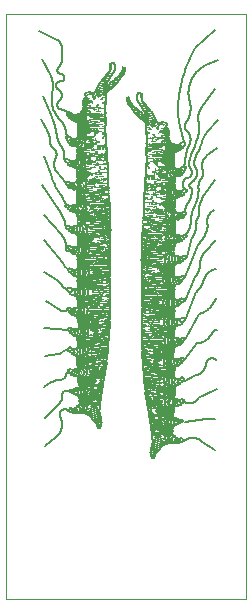
<source format=gbo>
G75*
%MOIN*%
%OFA0B0*%
%FSLAX25Y25*%
%IPPOS*%
%LPD*%
%AMOC8*
5,1,8,0,0,1.08239X$1,22.5*
%
%ADD10C,0.00000*%
%ADD11R,0.00260X0.00024*%
%ADD12R,0.00402X0.00024*%
%ADD13R,0.00496X0.00024*%
%ADD14R,0.00567X0.00024*%
%ADD15R,0.00614X0.00024*%
%ADD16R,0.00685X0.00024*%
%ADD17R,0.00756X0.00024*%
%ADD18R,0.00827X0.00024*%
%ADD19R,0.00898X0.00024*%
%ADD20R,0.00945X0.00024*%
%ADD21R,0.00992X0.00024*%
%ADD22R,0.01039X0.00024*%
%ADD23R,0.01087X0.00024*%
%ADD24R,0.01110X0.00024*%
%ADD25R,0.01157X0.00024*%
%ADD26R,0.01205X0.00024*%
%ADD27R,0.01252X0.00024*%
%ADD28R,0.01276X0.00024*%
%ADD29R,0.01299X0.00024*%
%ADD30R,0.01370X0.00024*%
%ADD31R,0.01394X0.00024*%
%ADD32R,0.01417X0.00024*%
%ADD33R,0.01441X0.00024*%
%ADD34R,0.01465X0.00024*%
%ADD35R,0.01488X0.00024*%
%ADD36R,0.01512X0.00024*%
%ADD37R,0.01535X0.00024*%
%ADD38R,0.01559X0.00024*%
%ADD39R,0.01606X0.00024*%
%ADD40R,0.01630X0.00024*%
%ADD41R,0.01677X0.00024*%
%ADD42R,0.01701X0.00024*%
%ADD43R,0.01724X0.00024*%
%ADD44R,0.00732X0.00024*%
%ADD45R,0.00638X0.00024*%
%ADD46R,0.00591X0.00024*%
%ADD47R,0.00520X0.00024*%
%ADD48R,0.00472X0.00024*%
%ADD49R,0.00449X0.00024*%
%ADD50R,0.00661X0.00024*%
%ADD51R,0.00709X0.00024*%
%ADD52R,0.00803X0.00024*%
%ADD53R,0.00543X0.00024*%
%ADD54R,0.01961X0.00024*%
%ADD55R,0.01984X0.00024*%
%ADD56R,0.02008X0.00024*%
%ADD57R,0.02031X0.00024*%
%ADD58R,0.00213X0.00024*%
%ADD59R,0.00425X0.00024*%
%ADD60R,0.00850X0.00024*%
%ADD61R,0.00969X0.00024*%
%ADD62R,0.01134X0.00024*%
%ADD63R,0.01228X0.00024*%
%ADD64R,0.01323X0.00024*%
%ADD65R,0.02339X0.00024*%
%ADD66R,0.02362X0.00024*%
%ADD67R,0.02386X0.00024*%
%ADD68R,0.01346X0.00024*%
%ADD69R,0.00780X0.00024*%
%ADD70R,0.01016X0.00024*%
%ADD71R,0.00354X0.00024*%
%ADD72R,0.00331X0.00024*%
%ADD73R,0.01748X0.00024*%
%ADD74R,0.01866X0.00024*%
%ADD75R,0.00378X0.00024*%
%ADD76R,0.02102X0.00024*%
%ADD77R,0.02150X0.00024*%
%ADD78R,0.00921X0.00024*%
%ADD79R,0.01654X0.00024*%
%ADD80R,0.02197X0.00024*%
%ADD81R,0.02126X0.00024*%
%ADD82R,0.02079X0.00024*%
%ADD83R,0.01890X0.00024*%
%ADD84R,0.01843X0.00024*%
%ADD85R,0.01795X0.00024*%
%ADD86R,0.01583X0.00024*%
%ADD87R,0.00071X0.00024*%
%ADD88R,0.01181X0.00024*%
%ADD89R,0.00874X0.00024*%
%ADD90R,0.01063X0.00024*%
%ADD91R,0.02244X0.00024*%
%ADD92R,0.02291X0.00024*%
%ADD93R,0.02528X0.00024*%
%ADD94R,0.02693X0.00024*%
%ADD95R,0.02811X0.00024*%
%ADD96R,0.02882X0.00024*%
%ADD97R,0.02976X0.00024*%
%ADD98R,0.02315X0.00024*%
%ADD99R,0.00283X0.00024*%
%ADD100R,0.02409X0.00024*%
%ADD101R,0.00165X0.00024*%
%ADD102R,0.03000X0.00024*%
%ADD103R,0.03472X0.00024*%
%ADD104R,0.03543X0.00024*%
%ADD105R,0.03614X0.00024*%
%ADD106R,0.03685X0.00024*%
%ADD107R,0.05929X0.00024*%
%ADD108R,0.06000X0.00024*%
%ADD109R,0.06071X0.00024*%
%ADD110R,0.06142X0.00024*%
%ADD111R,0.06213X0.00024*%
%ADD112R,0.06283X0.00024*%
%ADD113R,0.06496X0.00024*%
%ADD114R,0.06661X0.00024*%
%ADD115R,0.06874X0.00024*%
%ADD116R,0.06969X0.00024*%
%ADD117R,0.01819X0.00024*%
%ADD118R,0.07039X0.00024*%
%ADD119R,0.01772X0.00024*%
%ADD120R,0.07134X0.00024*%
%ADD121R,0.05339X0.00024*%
%ADD122R,0.04606X0.00024*%
%ADD123R,0.04512X0.00024*%
%ADD124R,0.04465X0.00024*%
%ADD125R,0.03638X0.00024*%
%ADD126R,0.01937X0.00024*%
%ADD127R,0.03047X0.00024*%
%ADD128R,0.02953X0.00024*%
%ADD129R,0.02906X0.00024*%
%ADD130R,0.02055X0.00024*%
%ADD131R,0.02858X0.00024*%
%ADD132R,0.00307X0.00024*%
%ADD133R,0.02764X0.00024*%
%ADD134R,0.02740X0.00024*%
%ADD135R,0.02717X0.00024*%
%ADD136R,0.02787X0.00024*%
%ADD137R,0.02835X0.00024*%
%ADD138R,0.02220X0.00024*%
%ADD139R,0.02173X0.00024*%
%ADD140R,0.02646X0.00024*%
%ADD141R,0.02622X0.00024*%
%ADD142R,0.02598X0.00024*%
%ADD143R,0.02551X0.00024*%
%ADD144R,0.02480X0.00024*%
%ADD145R,0.00142X0.00024*%
%ADD146R,0.00047X0.00024*%
%ADD147R,0.01913X0.00024*%
%ADD148R,0.02268X0.00024*%
%ADD149R,0.02575X0.00024*%
%ADD150R,0.03142X0.00024*%
%ADD151R,0.03118X0.00024*%
%ADD152R,0.02457X0.00024*%
%ADD153R,0.03071X0.00024*%
%ADD154R,0.03094X0.00024*%
%ADD155R,0.00189X0.00024*%
%ADD156R,0.03378X0.00024*%
%ADD157R,0.03732X0.00024*%
%ADD158R,0.03780X0.00024*%
%ADD159R,0.03898X0.00024*%
%ADD160R,0.04724X0.00024*%
%ADD161R,0.04866X0.00024*%
%ADD162R,0.05268X0.00024*%
%ADD163R,0.02929X0.00024*%
%ADD164R,0.03425X0.00024*%
%ADD165R,0.03520X0.00024*%
%ADD166R,0.04228X0.00024*%
%ADD167R,0.04252X0.00024*%
%ADD168R,0.04299X0.00024*%
%ADD169R,0.04370X0.00024*%
%ADD170R,0.04441X0.00024*%
%ADD171R,0.03331X0.00024*%
%ADD172R,0.05953X0.00024*%
%ADD173R,0.07370X0.00024*%
%ADD174R,0.07346X0.00024*%
%ADD175R,0.04913X0.00024*%
%ADD176R,0.04843X0.00024*%
%ADD177R,0.04890X0.00024*%
%ADD178R,0.03567X0.00024*%
%ADD179R,0.03709X0.00024*%
%ADD180R,0.03803X0.00024*%
%ADD181R,0.03850X0.00024*%
%ADD182R,0.03921X0.00024*%
%ADD183R,0.04417X0.00024*%
%ADD184R,0.05008X0.00024*%
%ADD185R,0.05150X0.00024*%
%ADD186R,0.05197X0.00024*%
%ADD187R,0.05220X0.00024*%
%ADD188R,0.05244X0.00024*%
%ADD189R,0.05291X0.00024*%
%ADD190R,0.05315X0.00024*%
%ADD191R,0.05362X0.00024*%
%ADD192R,0.05457X0.00024*%
%ADD193R,0.07535X0.00024*%
%ADD194R,0.07583X0.00024*%
%ADD195R,0.07606X0.00024*%
%ADD196R,0.07630X0.00024*%
%ADD197R,0.03827X0.00024*%
%ADD198R,0.00118X0.00024*%
%ADD199R,0.03307X0.00024*%
%ADD200R,0.00094X0.00024*%
%ADD201R,0.03945X0.00024*%
%ADD202R,0.03969X0.00024*%
%ADD203R,0.04016X0.00024*%
%ADD204R,0.04063X0.00024*%
%ADD205R,0.04157X0.00024*%
%ADD206R,0.04323X0.00024*%
%ADD207R,0.05717X0.00024*%
%ADD208R,0.05764X0.00024*%
%ADD209R,0.05858X0.00024*%
%ADD210R,0.03189X0.00024*%
%ADD211R,0.04276X0.00024*%
%ADD212R,0.04205X0.00024*%
%ADD213R,0.04110X0.00024*%
%ADD214R,0.03165X0.00024*%
%ADD215R,0.03236X0.00024*%
%ADD216R,0.04087X0.00024*%
%ADD217R,0.04346X0.00024*%
%ADD218R,0.04488X0.00024*%
%ADD219R,0.04984X0.00024*%
%ADD220R,0.05173X0.00024*%
%ADD221R,0.03874X0.00024*%
%ADD222R,0.04181X0.00024*%
%ADD223R,0.03591X0.00024*%
%ADD224R,0.03661X0.00024*%
%ADD225R,0.02504X0.00024*%
%ADD226R,0.03024X0.00024*%
%ADD227R,0.04039X0.00024*%
%ADD228R,0.03449X0.00024*%
%ADD229R,0.03496X0.00024*%
%ADD230R,0.03756X0.00024*%
%ADD231R,0.02433X0.00024*%
%ADD232R,0.03402X0.00024*%
%ADD233R,0.03354X0.00024*%
%ADD234R,0.03283X0.00024*%
%ADD235R,0.03260X0.00024*%
%ADD236R,0.03992X0.00024*%
%ADD237R,0.04701X0.00024*%
%ADD238R,0.08244X0.00024*%
%ADD239R,0.08268X0.00024*%
%ADD240R,0.05622X0.00024*%
%ADD241R,0.05528X0.00024*%
%ADD242R,0.05504X0.00024*%
%ADD243R,0.04937X0.00024*%
%ADD244R,0.05079X0.00024*%
%ADD245R,0.00024X0.00024*%
%ADD246R,0.03213X0.00024*%
%ADD247R,0.04961X0.00024*%
%ADD248R,0.05031X0.00024*%
%ADD249R,0.05102X0.00024*%
%ADD250R,0.05551X0.00024*%
%ADD251R,0.05835X0.00024*%
%ADD252R,0.06165X0.00024*%
%ADD253R,0.06307X0.00024*%
%ADD254R,0.06378X0.00024*%
%ADD255R,0.06402X0.00024*%
%ADD256R,0.06425X0.00024*%
%ADD257R,0.00236X0.00024*%
%ADD258R,0.06354X0.00024*%
%ADD259R,0.06331X0.00024*%
%ADD260R,0.04535X0.00024*%
%ADD261R,0.04630X0.00024*%
%ADD262R,0.05126X0.00024*%
%ADD263R,0.05480X0.00024*%
%ADD264R,0.06260X0.00024*%
%ADD265R,0.06567X0.00024*%
%ADD266R,0.07087X0.00024*%
%ADD267R,0.07252X0.00024*%
%ADD268R,0.08173X0.00024*%
%ADD269R,0.09047X0.00024*%
%ADD270R,0.09071X0.00024*%
%ADD271R,0.06591X0.00024*%
%ADD272R,0.05646X0.00024*%
%ADD273R,0.05598X0.00024*%
%ADD274R,0.02669X0.00024*%
%ADD275R,0.07157X0.00024*%
%ADD276R,0.07181X0.00024*%
%ADD277R,0.04819X0.00024*%
%ADD278R,0.04677X0.00024*%
%ADD279R,0.04795X0.00024*%
%ADD280R,0.04134X0.00024*%
%ADD281R,0.05811X0.00024*%
%ADD282R,0.06118X0.00024*%
%ADD283R,0.06189X0.00024*%
%ADD284R,0.04559X0.00024*%
%ADD285R,0.06638X0.00024*%
%ADD286R,0.06614X0.00024*%
%ADD287R,0.04583X0.00024*%
%ADD288R,0.06992X0.00024*%
%ADD289R,0.05669X0.00024*%
%ADD290R,0.05575X0.00024*%
%ADD291R,0.06945X0.00024*%
%ADD292R,0.07016X0.00024*%
%ADD293R,0.07961X0.00024*%
%ADD294R,0.08055X0.00024*%
%ADD295R,0.08220X0.00024*%
%ADD296R,0.09402X0.00024*%
%ADD297R,0.04394X0.00024*%
%ADD298R,0.07843X0.00024*%
%ADD299R,0.04654X0.00024*%
%ADD300R,0.05433X0.00024*%
%ADD301R,0.05693X0.00024*%
%ADD302R,0.05740X0.00024*%
%ADD303R,0.05055X0.00024*%
%ADD304R,0.06449X0.00024*%
%ADD305R,0.06756X0.00024*%
%ADD306R,0.06803X0.00024*%
%ADD307R,0.06827X0.00024*%
%ADD308R,0.07417X0.00024*%
%ADD309R,0.08102X0.00024*%
%ADD310R,0.08150X0.00024*%
%ADD311R,0.08929X0.00024*%
%ADD312R,0.09685X0.00024*%
%ADD313R,0.09756X0.00024*%
%ADD314R,0.09780X0.00024*%
%ADD315R,0.09850X0.00024*%
%ADD316R,0.09874X0.00024*%
%ADD317R,0.09898X0.00024*%
%ADD318R,0.05906X0.00024*%
%ADD319R,0.05976X0.00024*%
%ADD320R,0.08717X0.00024*%
%ADD321R,0.08693X0.00024*%
%ADD322R,0.07772X0.00024*%
%ADD323R,0.07677X0.00024*%
%ADD324R,0.06024X0.00024*%
%ADD325R,0.06094X0.00024*%
%ADD326R,0.06898X0.00024*%
%ADD327R,0.07063X0.00024*%
%ADD328R,0.07110X0.00024*%
%ADD329R,0.04748X0.00024*%
%ADD330R,0.05409X0.00024*%
%ADD331R,0.06850X0.00024*%
%ADD332R,0.07276X0.00024*%
%ADD333R,0.07323X0.00024*%
%ADD334R,0.08976X0.00024*%
%ADD335R,0.09000X0.00024*%
%ADD336R,0.05787X0.00024*%
%ADD337R,0.09732X0.00024*%
%ADD338R,0.09803X0.00024*%
%ADD339R,0.06709X0.00024*%
%ADD340R,0.08031X0.00024*%
%ADD341R,0.08126X0.00024*%
%ADD342R,0.04772X0.00024*%
%ADD343R,0.07937X0.00024*%
%ADD344R,0.08315X0.00024*%
%ADD345R,0.06472X0.00024*%
%ADD346R,0.06520X0.00024*%
%ADD347R,0.08409X0.00024*%
%ADD348R,0.05882X0.00024*%
%ADD349R,0.06236X0.00024*%
%ADD350R,0.09283X0.00024*%
%ADD351R,0.09496X0.00024*%
%ADD352R,0.09945X0.00024*%
%ADD353R,0.10063X0.00024*%
%ADD354R,0.08339X0.00024*%
%ADD355R,0.09449X0.00024*%
%ADD356R,0.10134X0.00024*%
%ADD357R,0.10157X0.00024*%
%ADD358R,0.10181X0.00024*%
%ADD359R,0.08528X0.00024*%
%ADD360R,0.08598X0.00024*%
%ADD361R,0.06543X0.00024*%
%ADD362R,0.06732X0.00024*%
%ADD363R,0.07559X0.00024*%
%ADD364R,0.07819X0.00024*%
%ADD365R,0.07795X0.00024*%
%ADD366R,0.07748X0.00024*%
%ADD367R,0.08858X0.00024*%
%ADD368R,0.06921X0.00024*%
%ADD369R,0.09520X0.00024*%
%ADD370R,0.10984X0.00024*%
%ADD371R,0.11008X0.00024*%
%ADD372R,0.07724X0.00024*%
%ADD373R,0.09260X0.00024*%
%ADD374R,0.05386X0.00024*%
%ADD375R,0.08622X0.00024*%
%ADD376R,0.08787X0.00024*%
%ADD377R,0.07701X0.00024*%
%ADD378R,0.07866X0.00024*%
%ADD379R,0.07913X0.00024*%
%ADD380R,0.06047X0.00024*%
%ADD381R,0.07465X0.00024*%
%ADD382R,0.07441X0.00024*%
%ADD383R,0.07488X0.00024*%
%ADD384R,0.06780X0.00024*%
%ADD385R,0.10016X0.00024*%
%ADD386R,0.10299X0.00024*%
%ADD387R,0.10441X0.00024*%
%ADD388C,0.00800*%
D10*
X0005050Y0028010D02*
X0005050Y0223010D01*
X0085050Y0223010D01*
X0085050Y0028010D01*
X0005050Y0028010D01*
D11*
X0033092Y0095413D03*
X0033092Y0095437D03*
X0033068Y0095460D03*
X0031863Y0099027D03*
X0033422Y0103019D03*
X0033730Y0103988D03*
X0033706Y0105759D03*
X0034013Y0107696D03*
X0033989Y0107862D03*
X0033659Y0110531D03*
X0035147Y0110437D03*
X0033541Y0112303D03*
X0034084Y0117145D03*
X0033706Y0118752D03*
X0036635Y0121444D03*
X0036517Y0121870D03*
X0038430Y0120996D03*
X0038454Y0120759D03*
X0038383Y0123287D03*
X0038974Y0128413D03*
X0036753Y0129193D03*
X0034863Y0129996D03*
X0034509Y0132027D03*
X0033800Y0132287D03*
X0033895Y0132878D03*
X0034155Y0133444D03*
X0033706Y0134956D03*
X0034674Y0136941D03*
X0034627Y0140956D03*
X0034226Y0141948D03*
X0033375Y0140130D03*
X0034249Y0145586D03*
X0035052Y0145681D03*
X0035052Y0145704D03*
X0035052Y0145728D03*
X0035832Y0146673D03*
X0034462Y0146933D03*
X0035926Y0148704D03*
X0035974Y0149980D03*
X0033186Y0152933D03*
X0034604Y0155602D03*
X0034627Y0156452D03*
X0033800Y0157822D03*
X0033328Y0157822D03*
X0032832Y0157161D03*
X0031249Y0161130D03*
X0033139Y0162665D03*
X0030966Y0165925D03*
X0030682Y0166752D03*
X0030682Y0166775D03*
X0030682Y0166799D03*
X0032430Y0170626D03*
X0032950Y0174429D03*
X0034037Y0175468D03*
X0033281Y0179106D03*
X0034320Y0179744D03*
X0035430Y0179673D03*
X0035359Y0176696D03*
X0035454Y0174240D03*
X0035359Y0169586D03*
X0035194Y0166799D03*
X0035005Y0166374D03*
X0036186Y0166492D03*
X0037131Y0165004D03*
X0036730Y0161815D03*
X0038454Y0157728D03*
X0036328Y0156547D03*
X0038218Y0154114D03*
X0038548Y0144618D03*
X0038785Y0135051D03*
X0033777Y0126216D03*
X0033328Y0125507D03*
X0033328Y0125484D03*
X0033328Y0125460D03*
X0036659Y0115350D03*
X0037580Y0107956D03*
X0035359Y0106610D03*
X0035478Y0103208D03*
X0036659Y0100917D03*
X0035737Y0097846D03*
X0035572Y0092602D03*
X0034296Y0088421D03*
X0035926Y0084689D03*
X0030257Y0103067D03*
X0030257Y0103090D03*
X0030281Y0103161D03*
X0030281Y0103185D03*
X0030044Y0104271D03*
X0030044Y0104295D03*
X0030044Y0104319D03*
X0030824Y0104413D03*
X0030824Y0104437D03*
X0030824Y0104460D03*
X0029005Y0143106D03*
X0029029Y0143153D03*
X0029052Y0143200D03*
X0030517Y0152271D03*
X0027564Y0164248D03*
X0029170Y0173271D03*
X0029194Y0173437D03*
X0029997Y0173602D03*
X0029997Y0173626D03*
X0029997Y0173649D03*
X0029974Y0173696D03*
X0030824Y0180358D03*
X0030800Y0180570D03*
X0030800Y0180594D03*
X0030092Y0180783D03*
X0030092Y0180807D03*
X0030092Y0180830D03*
X0030115Y0180972D03*
X0030115Y0180996D03*
X0029312Y0180948D03*
X0029312Y0181067D03*
X0029312Y0181090D03*
X0029312Y0181114D03*
X0029312Y0181137D03*
X0029312Y0181161D03*
X0032289Y0181161D03*
X0032572Y0190917D03*
X0034296Y0191602D03*
X0034674Y0190964D03*
X0035478Y0190515D03*
X0035832Y0192476D03*
X0034202Y0195287D03*
X0032430Y0195948D03*
X0036824Y0197130D03*
X0037462Y0199586D03*
X0037391Y0200413D03*
X0039611Y0199043D03*
X0039635Y0199019D03*
X0050465Y0189019D03*
X0050489Y0189043D03*
X0052638Y0189586D03*
X0052709Y0190413D03*
X0053276Y0187130D03*
X0054268Y0182476D03*
X0054622Y0180515D03*
X0055426Y0180964D03*
X0055804Y0181602D03*
X0057528Y0180917D03*
X0055898Y0185287D03*
X0057670Y0185948D03*
X0057811Y0171161D03*
X0056819Y0169106D03*
X0055780Y0169744D03*
X0054670Y0169673D03*
X0054741Y0166696D03*
X0056063Y0165468D03*
X0054646Y0164240D03*
X0054741Y0159586D03*
X0052780Y0158783D03*
X0053914Y0156492D03*
X0054906Y0156799D03*
X0055095Y0156374D03*
X0052969Y0155004D03*
X0053370Y0151815D03*
X0051646Y0147728D03*
X0051882Y0144114D03*
X0053772Y0146547D03*
X0055473Y0146452D03*
X0055496Y0145602D03*
X0056300Y0147822D03*
X0056772Y0147822D03*
X0057268Y0147161D03*
X0056914Y0142933D03*
X0055638Y0136933D03*
X0055048Y0135728D03*
X0055048Y0135704D03*
X0055048Y0135681D03*
X0055851Y0135586D03*
X0054268Y0136673D03*
X0054174Y0138704D03*
X0054126Y0139980D03*
X0051552Y0134618D03*
X0055874Y0131948D03*
X0055473Y0130956D03*
X0056725Y0130130D03*
X0055426Y0126941D03*
X0056394Y0124956D03*
X0055945Y0123444D03*
X0056205Y0122878D03*
X0056300Y0122287D03*
X0055591Y0122027D03*
X0055237Y0119996D03*
X0053347Y0119193D03*
X0051126Y0118413D03*
X0051315Y0125051D03*
X0051717Y0113287D03*
X0051670Y0110996D03*
X0051646Y0110759D03*
X0053465Y0111444D03*
X0053583Y0111870D03*
X0056016Y0107145D03*
X0056394Y0108752D03*
X0056559Y0102303D03*
X0056441Y0100531D03*
X0054953Y0100437D03*
X0056111Y0097862D03*
X0056087Y0097696D03*
X0054741Y0096610D03*
X0056394Y0095759D03*
X0056370Y0093988D03*
X0056678Y0093019D03*
X0054622Y0093208D03*
X0053441Y0090917D03*
X0054363Y0087846D03*
X0057008Y0085437D03*
X0057008Y0085413D03*
X0057032Y0085460D03*
X0058237Y0089027D03*
X0059843Y0093067D03*
X0059843Y0093090D03*
X0059819Y0093161D03*
X0059819Y0093185D03*
X0060056Y0094271D03*
X0060056Y0094295D03*
X0060056Y0094319D03*
X0059276Y0094413D03*
X0059276Y0094437D03*
X0059276Y0094460D03*
X0054528Y0082602D03*
X0055804Y0078421D03*
X0054174Y0074689D03*
X0052520Y0097956D03*
X0053441Y0105350D03*
X0056772Y0115460D03*
X0056772Y0115484D03*
X0056772Y0115507D03*
X0056323Y0116216D03*
X0061095Y0133106D03*
X0061071Y0133153D03*
X0061048Y0133200D03*
X0059583Y0142271D03*
X0058851Y0151130D03*
X0056961Y0152665D03*
X0059134Y0155925D03*
X0059418Y0156752D03*
X0059418Y0156775D03*
X0059418Y0156799D03*
X0057670Y0160626D03*
X0057150Y0164429D03*
X0059276Y0170358D03*
X0059300Y0170570D03*
X0059300Y0170594D03*
X0060008Y0170783D03*
X0060008Y0170807D03*
X0060008Y0170830D03*
X0059985Y0170972D03*
X0059985Y0170996D03*
X0060788Y0170948D03*
X0060788Y0171067D03*
X0060788Y0171090D03*
X0060788Y0171114D03*
X0060788Y0171137D03*
X0060788Y0171161D03*
X0064237Y0172389D03*
X0060906Y0163437D03*
X0060930Y0163271D03*
X0060103Y0163602D03*
X0060103Y0163626D03*
X0060103Y0163649D03*
X0060126Y0163696D03*
X0062536Y0154248D03*
X0037320Y0168783D03*
X0025863Y0182389D03*
D12*
X0027989Y0179744D03*
X0027989Y0179720D03*
X0029312Y0180240D03*
X0029407Y0180594D03*
X0029383Y0180712D03*
X0029383Y0180736D03*
X0029383Y0180759D03*
X0030092Y0180240D03*
X0030092Y0180216D03*
X0030115Y0180122D03*
X0030115Y0180098D03*
X0030115Y0180074D03*
X0030115Y0179980D03*
X0030115Y0179956D03*
X0030115Y0179933D03*
X0030706Y0179862D03*
X0030753Y0179933D03*
X0031391Y0179909D03*
X0031391Y0179885D03*
X0031391Y0179862D03*
X0031391Y0180311D03*
X0031415Y0180830D03*
X0031438Y0180854D03*
X0031344Y0181350D03*
X0030092Y0181397D03*
X0030092Y0181421D03*
X0031651Y0184043D03*
X0032029Y0184279D03*
X0033044Y0185791D03*
X0034013Y0186476D03*
X0033021Y0187586D03*
X0033044Y0187610D03*
X0032737Y0187421D03*
X0033919Y0189925D03*
X0033989Y0191956D03*
X0034296Y0195193D03*
X0034273Y0195216D03*
X0034249Y0195618D03*
X0033942Y0195830D03*
X0033871Y0196019D03*
X0032643Y0196114D03*
X0032548Y0190893D03*
X0029383Y0187752D03*
X0029383Y0187728D03*
X0028674Y0187657D03*
X0028651Y0188082D03*
X0026974Y0188555D03*
X0026950Y0188531D03*
X0026808Y0188389D03*
X0025485Y0174712D03*
X0027871Y0172610D03*
X0027848Y0172563D03*
X0027824Y0172515D03*
X0028533Y0172586D03*
X0028533Y0172610D03*
X0028533Y0172633D03*
X0028556Y0172657D03*
X0028627Y0173271D03*
X0028604Y0173295D03*
X0029194Y0173696D03*
X0029194Y0173720D03*
X0029170Y0173767D03*
X0029147Y0173815D03*
X0029123Y0173862D03*
X0029100Y0173909D03*
X0029076Y0173933D03*
X0029903Y0174051D03*
X0029218Y0172704D03*
X0029265Y0172563D03*
X0029289Y0172515D03*
X0030446Y0172067D03*
X0030470Y0172090D03*
X0030588Y0172397D03*
X0030588Y0172421D03*
X0030588Y0172444D03*
X0030588Y0172468D03*
X0030588Y0172492D03*
X0031320Y0172539D03*
X0031320Y0172563D03*
X0031344Y0172421D03*
X0031344Y0172397D03*
X0031344Y0172374D03*
X0031367Y0172350D03*
X0031367Y0172326D03*
X0031367Y0172303D03*
X0031367Y0172279D03*
X0031840Y0168570D03*
X0031604Y0166870D03*
X0031722Y0166539D03*
X0031651Y0165996D03*
X0031651Y0165972D03*
X0030942Y0165334D03*
X0030942Y0165311D03*
X0030919Y0165287D03*
X0030919Y0165263D03*
X0030588Y0163444D03*
X0030611Y0163350D03*
X0028745Y0164956D03*
X0028934Y0165665D03*
X0029856Y0166657D03*
X0029879Y0166846D03*
X0029879Y0166870D03*
X0026808Y0165618D03*
X0026785Y0165594D03*
X0026761Y0165547D03*
X0026737Y0165500D03*
X0026714Y0165476D03*
X0026690Y0165452D03*
X0026170Y0166114D03*
X0026100Y0166067D03*
X0025462Y0167153D03*
X0025769Y0158059D03*
X0025793Y0158011D03*
X0025816Y0157988D03*
X0025840Y0157941D03*
X0028769Y0156216D03*
X0028769Y0156193D03*
X0029100Y0153618D03*
X0029667Y0152106D03*
X0029667Y0152082D03*
X0029690Y0152059D03*
X0029690Y0152035D03*
X0029761Y0151657D03*
X0029761Y0151633D03*
X0029761Y0151610D03*
X0029761Y0151586D03*
X0029761Y0151563D03*
X0029785Y0151515D03*
X0029785Y0151492D03*
X0029808Y0151444D03*
X0029808Y0151421D03*
X0029808Y0151397D03*
X0029808Y0151374D03*
X0029808Y0151350D03*
X0029785Y0151326D03*
X0029785Y0151303D03*
X0029761Y0151279D03*
X0029761Y0151256D03*
X0029737Y0150854D03*
X0029714Y0150783D03*
X0029714Y0150759D03*
X0029714Y0150736D03*
X0029714Y0150712D03*
X0029690Y0150689D03*
X0029690Y0150665D03*
X0029643Y0150594D03*
X0029619Y0150547D03*
X0029596Y0150523D03*
X0029596Y0150500D03*
X0029572Y0150452D03*
X0029312Y0150098D03*
X0028580Y0150618D03*
X0028722Y0151043D03*
X0028722Y0151067D03*
X0028745Y0151090D03*
X0028745Y0151114D03*
X0028745Y0151137D03*
X0028745Y0151161D03*
X0028745Y0151185D03*
X0028769Y0151515D03*
X0027730Y0150689D03*
X0027706Y0150665D03*
X0027682Y0150618D03*
X0027659Y0150594D03*
X0027635Y0150570D03*
X0030304Y0149980D03*
X0030328Y0150004D03*
X0030352Y0150027D03*
X0030375Y0150051D03*
X0030375Y0150074D03*
X0030399Y0150122D03*
X0030659Y0151374D03*
X0030659Y0151397D03*
X0030611Y0151563D03*
X0030611Y0151586D03*
X0030611Y0151610D03*
X0030611Y0151633D03*
X0030611Y0151657D03*
X0030611Y0151704D03*
X0030611Y0151728D03*
X0030611Y0151799D03*
X0030446Y0152389D03*
X0030422Y0152413D03*
X0031722Y0157374D03*
X0031745Y0157421D03*
X0031769Y0157444D03*
X0031793Y0157492D03*
X0031816Y0157539D03*
X0031816Y0157563D03*
X0031840Y0157610D03*
X0031863Y0157704D03*
X0032997Y0157633D03*
X0030210Y0158555D03*
X0030139Y0158673D03*
X0030115Y0158720D03*
X0030115Y0158744D03*
X0030068Y0158980D03*
X0033800Y0165429D03*
X0034863Y0165193D03*
X0035359Y0165193D03*
X0036375Y0165641D03*
X0036966Y0162570D03*
X0037674Y0160775D03*
X0038714Y0159759D03*
X0039611Y0159925D03*
X0039611Y0159948D03*
X0039611Y0159972D03*
X0039611Y0159996D03*
X0039588Y0160067D03*
X0039588Y0160090D03*
X0039635Y0159405D03*
X0039446Y0161791D03*
X0039446Y0161862D03*
X0039446Y0161885D03*
X0039422Y0161933D03*
X0039233Y0164059D03*
X0039233Y0164980D03*
X0039186Y0165500D03*
X0039186Y0165523D03*
X0039186Y0165547D03*
X0039186Y0165570D03*
X0039186Y0165594D03*
X0039186Y0165618D03*
X0039163Y0166208D03*
X0039115Y0166752D03*
X0039115Y0166775D03*
X0039115Y0166799D03*
X0039115Y0166822D03*
X0039115Y0166846D03*
X0039115Y0166870D03*
X0039115Y0166893D03*
X0039115Y0166917D03*
X0039115Y0166941D03*
X0039115Y0166964D03*
X0039115Y0166988D03*
X0039115Y0167011D03*
X0039115Y0167035D03*
X0039115Y0167130D03*
X0039115Y0167153D03*
X0039092Y0167744D03*
X0039092Y0168193D03*
X0039092Y0168358D03*
X0039068Y0168405D03*
X0039044Y0168452D03*
X0039021Y0168476D03*
X0038997Y0168523D03*
X0038997Y0168547D03*
X0038997Y0168570D03*
X0038950Y0171972D03*
X0038950Y0171996D03*
X0038926Y0172492D03*
X0038903Y0173366D03*
X0038903Y0173389D03*
X0038903Y0173413D03*
X0038903Y0173437D03*
X0038903Y0173460D03*
X0038619Y0176531D03*
X0038619Y0176555D03*
X0038619Y0176578D03*
X0038619Y0176673D03*
X0038619Y0176696D03*
X0038619Y0177429D03*
X0038619Y0177452D03*
X0038619Y0177783D03*
X0038572Y0178350D03*
X0038478Y0179578D03*
X0038478Y0179602D03*
X0038478Y0179626D03*
X0038454Y0179791D03*
X0038454Y0179815D03*
X0038454Y0179838D03*
X0038407Y0180027D03*
X0038407Y0180452D03*
X0038407Y0180736D03*
X0038407Y0180759D03*
X0038383Y0181019D03*
X0038383Y0181043D03*
X0038383Y0181067D03*
X0038383Y0181090D03*
X0038383Y0181303D03*
X0038383Y0181326D03*
X0038383Y0181350D03*
X0038383Y0181374D03*
X0038383Y0181397D03*
X0038383Y0181421D03*
X0038383Y0181444D03*
X0038383Y0181468D03*
X0038383Y0181492D03*
X0038383Y0181515D03*
X0038383Y0181539D03*
X0038383Y0181563D03*
X0038383Y0181586D03*
X0038383Y0181610D03*
X0038383Y0181633D03*
X0038383Y0181657D03*
X0038383Y0181681D03*
X0038359Y0181799D03*
X0038359Y0181822D03*
X0038359Y0181846D03*
X0038359Y0181870D03*
X0038359Y0181893D03*
X0038359Y0181917D03*
X0038265Y0182413D03*
X0038265Y0182507D03*
X0038265Y0182531D03*
X0038265Y0182555D03*
X0038241Y0183051D03*
X0038241Y0183074D03*
X0038241Y0183098D03*
X0038241Y0183122D03*
X0038218Y0183240D03*
X0038194Y0183311D03*
X0038194Y0183334D03*
X0038170Y0183358D03*
X0038170Y0183381D03*
X0038170Y0183405D03*
X0038170Y0183429D03*
X0038170Y0183452D03*
X0037415Y0183405D03*
X0038123Y0184492D03*
X0038123Y0184681D03*
X0038170Y0185082D03*
X0038170Y0185106D03*
X0038170Y0185130D03*
X0038170Y0185153D03*
X0038170Y0185177D03*
X0038170Y0185200D03*
X0038170Y0185224D03*
X0038147Y0185248D03*
X0038147Y0185271D03*
X0038194Y0185720D03*
X0038194Y0185744D03*
X0038241Y0186358D03*
X0038218Y0189736D03*
X0038218Y0189759D03*
X0038218Y0189783D03*
X0038218Y0189901D03*
X0038218Y0189925D03*
X0038218Y0189948D03*
X0038218Y0189972D03*
X0038218Y0189996D03*
X0038194Y0190090D03*
X0038194Y0190114D03*
X0038194Y0190137D03*
X0038170Y0191838D03*
X0038170Y0191862D03*
X0038170Y0191885D03*
X0038170Y0191909D03*
X0038170Y0191933D03*
X0038170Y0191956D03*
X0038194Y0192169D03*
X0038194Y0192193D03*
X0038194Y0192216D03*
X0038194Y0192240D03*
X0038194Y0192263D03*
X0038194Y0192287D03*
X0038194Y0192311D03*
X0038194Y0192334D03*
X0038194Y0192358D03*
X0038241Y0192972D03*
X0038265Y0193019D03*
X0038265Y0193090D03*
X0038265Y0193114D03*
X0038312Y0193586D03*
X0038312Y0193610D03*
X0038312Y0193633D03*
X0038312Y0193657D03*
X0038312Y0193681D03*
X0037415Y0193279D03*
X0038359Y0195381D03*
X0038359Y0195405D03*
X0038336Y0195452D03*
X0038336Y0195476D03*
X0038336Y0195500D03*
X0038312Y0195523D03*
X0038501Y0197696D03*
X0038454Y0197720D03*
X0038407Y0197744D03*
X0038359Y0197767D03*
X0036848Y0197319D03*
X0035903Y0191720D03*
X0035879Y0189925D03*
X0034674Y0184941D03*
X0034533Y0184374D03*
X0034674Y0182602D03*
X0036092Y0180240D03*
X0035997Y0178421D03*
X0035454Y0175444D03*
X0035218Y0175161D03*
X0034107Y0175492D03*
X0032879Y0174476D03*
X0032856Y0174500D03*
X0035100Y0170035D03*
X0035383Y0168807D03*
X0036541Y0168759D03*
X0037344Y0168807D03*
X0036871Y0171098D03*
X0036304Y0171523D03*
X0036257Y0172799D03*
X0032903Y0180452D03*
X0032903Y0181492D03*
X0032832Y0182082D03*
X0037438Y0181657D03*
X0039942Y0198830D03*
X0039895Y0198854D03*
X0044430Y0203224D03*
X0044430Y0203248D03*
X0044454Y0203271D03*
X0044454Y0203295D03*
X0044454Y0203319D03*
X0045646Y0193319D03*
X0045646Y0193295D03*
X0045646Y0193271D03*
X0045670Y0193248D03*
X0045670Y0193224D03*
X0050158Y0188830D03*
X0050205Y0188854D03*
X0051599Y0187696D03*
X0051646Y0187720D03*
X0051693Y0187744D03*
X0051741Y0187767D03*
X0053252Y0187319D03*
X0051788Y0185523D03*
X0051764Y0185500D03*
X0051764Y0185476D03*
X0051764Y0185452D03*
X0051741Y0185405D03*
X0051741Y0185381D03*
X0051788Y0183681D03*
X0051788Y0183657D03*
X0051788Y0183633D03*
X0051788Y0183610D03*
X0051788Y0183586D03*
X0051835Y0183114D03*
X0051835Y0183090D03*
X0051835Y0183019D03*
X0051859Y0182972D03*
X0051906Y0182358D03*
X0051906Y0182334D03*
X0051906Y0182311D03*
X0051906Y0182287D03*
X0051906Y0182263D03*
X0051906Y0182240D03*
X0051906Y0182216D03*
X0051906Y0182193D03*
X0051906Y0182169D03*
X0051930Y0181956D03*
X0051930Y0181933D03*
X0051930Y0181909D03*
X0051930Y0181885D03*
X0051930Y0181862D03*
X0051930Y0181838D03*
X0052685Y0183279D03*
X0054197Y0181720D03*
X0054221Y0179925D03*
X0051906Y0180090D03*
X0051906Y0180114D03*
X0051906Y0180137D03*
X0051882Y0179996D03*
X0051882Y0179972D03*
X0051882Y0179948D03*
X0051882Y0179925D03*
X0051882Y0179901D03*
X0051882Y0179783D03*
X0051882Y0179759D03*
X0051882Y0179736D03*
X0051859Y0176358D03*
X0051906Y0175744D03*
X0051906Y0175720D03*
X0051953Y0175271D03*
X0051953Y0175248D03*
X0051930Y0175224D03*
X0051930Y0175200D03*
X0051930Y0175177D03*
X0051930Y0175153D03*
X0051930Y0175130D03*
X0051930Y0175106D03*
X0051930Y0175082D03*
X0051977Y0174681D03*
X0051977Y0174492D03*
X0051930Y0173452D03*
X0051930Y0173429D03*
X0051930Y0173405D03*
X0051930Y0173381D03*
X0051930Y0173358D03*
X0051906Y0173334D03*
X0051906Y0173311D03*
X0051882Y0173240D03*
X0051859Y0173122D03*
X0051859Y0173098D03*
X0051859Y0173074D03*
X0051859Y0173051D03*
X0051835Y0172555D03*
X0051835Y0172531D03*
X0051835Y0172507D03*
X0051835Y0172413D03*
X0051741Y0171917D03*
X0051741Y0171893D03*
X0051741Y0171870D03*
X0051741Y0171846D03*
X0051741Y0171822D03*
X0051741Y0171799D03*
X0051717Y0171681D03*
X0051717Y0171657D03*
X0051717Y0171633D03*
X0051717Y0171610D03*
X0051717Y0171586D03*
X0051717Y0171563D03*
X0051717Y0171539D03*
X0051717Y0171515D03*
X0051717Y0171492D03*
X0051717Y0171468D03*
X0051717Y0171444D03*
X0051717Y0171421D03*
X0051717Y0171397D03*
X0051717Y0171374D03*
X0051717Y0171350D03*
X0051717Y0171326D03*
X0051717Y0171303D03*
X0051717Y0171090D03*
X0051717Y0171067D03*
X0051717Y0171043D03*
X0051717Y0171019D03*
X0051693Y0170759D03*
X0051693Y0170736D03*
X0051693Y0170452D03*
X0051693Y0170027D03*
X0051646Y0169838D03*
X0051646Y0169815D03*
X0051646Y0169791D03*
X0051622Y0169626D03*
X0051622Y0169602D03*
X0051622Y0169578D03*
X0051528Y0168350D03*
X0051481Y0167783D03*
X0051481Y0167452D03*
X0051481Y0167429D03*
X0051481Y0166696D03*
X0051481Y0166673D03*
X0051481Y0166578D03*
X0051481Y0166555D03*
X0051481Y0166531D03*
X0051197Y0163460D03*
X0051197Y0163437D03*
X0051197Y0163413D03*
X0051197Y0163389D03*
X0051197Y0163366D03*
X0051174Y0162492D03*
X0051150Y0161996D03*
X0051150Y0161972D03*
X0053229Y0161098D03*
X0053796Y0161523D03*
X0053843Y0162799D03*
X0054882Y0165161D03*
X0054646Y0165444D03*
X0055993Y0165492D03*
X0057221Y0164476D03*
X0057244Y0164500D03*
X0058780Y0162563D03*
X0058780Y0162539D03*
X0058756Y0162421D03*
X0058756Y0162397D03*
X0058756Y0162374D03*
X0058733Y0162350D03*
X0058733Y0162326D03*
X0058733Y0162303D03*
X0058733Y0162279D03*
X0059512Y0162397D03*
X0059512Y0162421D03*
X0059512Y0162444D03*
X0059512Y0162468D03*
X0059512Y0162492D03*
X0059630Y0162090D03*
X0059654Y0162067D03*
X0060197Y0164051D03*
X0060906Y0163720D03*
X0060906Y0163696D03*
X0060930Y0163767D03*
X0060953Y0163815D03*
X0060977Y0163862D03*
X0061000Y0163909D03*
X0061024Y0163933D03*
X0061496Y0163295D03*
X0061473Y0163271D03*
X0061544Y0162657D03*
X0061567Y0162633D03*
X0061567Y0162610D03*
X0061567Y0162586D03*
X0062229Y0162610D03*
X0062252Y0162563D03*
X0062276Y0162515D03*
X0060882Y0162704D03*
X0060835Y0162563D03*
X0060811Y0162515D03*
X0058260Y0158570D03*
X0058496Y0156870D03*
X0058378Y0156539D03*
X0058449Y0155996D03*
X0058449Y0155972D03*
X0059158Y0155334D03*
X0059158Y0155311D03*
X0059181Y0155287D03*
X0059181Y0155263D03*
X0060244Y0156657D03*
X0060221Y0156846D03*
X0060221Y0156870D03*
X0061166Y0155665D03*
X0061355Y0154956D03*
X0063292Y0155618D03*
X0063315Y0155594D03*
X0063339Y0155547D03*
X0063363Y0155500D03*
X0063386Y0155476D03*
X0063410Y0155452D03*
X0063930Y0156114D03*
X0064000Y0156067D03*
X0064638Y0157153D03*
X0064615Y0164712D03*
X0062111Y0169720D03*
X0062111Y0169744D03*
X0060788Y0170240D03*
X0060693Y0170594D03*
X0060717Y0170712D03*
X0060717Y0170736D03*
X0060717Y0170759D03*
X0060008Y0170240D03*
X0060008Y0170216D03*
X0059985Y0170122D03*
X0059985Y0170098D03*
X0059985Y0170074D03*
X0059985Y0169980D03*
X0059985Y0169956D03*
X0059985Y0169933D03*
X0059394Y0169862D03*
X0059347Y0169933D03*
X0058709Y0169909D03*
X0058709Y0169885D03*
X0058709Y0169862D03*
X0058709Y0170311D03*
X0058685Y0170830D03*
X0058662Y0170854D03*
X0058756Y0171350D03*
X0057197Y0171492D03*
X0057268Y0172082D03*
X0057197Y0170452D03*
X0055426Y0172602D03*
X0055567Y0174374D03*
X0055426Y0174941D03*
X0056087Y0176476D03*
X0057056Y0175791D03*
X0057363Y0177421D03*
X0057079Y0177586D03*
X0057056Y0177610D03*
X0056181Y0179925D03*
X0057552Y0180893D03*
X0056111Y0181956D03*
X0055804Y0185193D03*
X0055827Y0185216D03*
X0055851Y0185618D03*
X0056158Y0185830D03*
X0056229Y0186019D03*
X0057457Y0186114D03*
X0061449Y0178082D03*
X0061426Y0177657D03*
X0060717Y0177728D03*
X0060717Y0177752D03*
X0063126Y0178555D03*
X0063150Y0178531D03*
X0063292Y0178389D03*
X0060008Y0171421D03*
X0060008Y0171397D03*
X0058449Y0174043D03*
X0058071Y0174279D03*
X0054008Y0170240D03*
X0054103Y0168421D03*
X0052662Y0171657D03*
X0052685Y0173405D03*
X0055000Y0160035D03*
X0054717Y0158807D03*
X0053559Y0158759D03*
X0052756Y0158807D03*
X0053725Y0155641D03*
X0054741Y0155193D03*
X0055237Y0155193D03*
X0056300Y0155429D03*
X0059512Y0153444D03*
X0059489Y0153350D03*
X0060032Y0148980D03*
X0059985Y0148744D03*
X0059985Y0148720D03*
X0059961Y0148673D03*
X0059890Y0148555D03*
X0061331Y0146216D03*
X0061331Y0146193D03*
X0061000Y0143618D03*
X0060433Y0142106D03*
X0060433Y0142082D03*
X0060410Y0142059D03*
X0060410Y0142035D03*
X0060339Y0141657D03*
X0060339Y0141633D03*
X0060339Y0141610D03*
X0060339Y0141586D03*
X0060339Y0141563D03*
X0060315Y0141515D03*
X0060315Y0141492D03*
X0060292Y0141444D03*
X0060292Y0141421D03*
X0060292Y0141397D03*
X0060292Y0141374D03*
X0060292Y0141350D03*
X0060315Y0141326D03*
X0060315Y0141303D03*
X0060339Y0141279D03*
X0060339Y0141256D03*
X0060363Y0140854D03*
X0060386Y0140783D03*
X0060386Y0140759D03*
X0060386Y0140736D03*
X0060386Y0140712D03*
X0060410Y0140689D03*
X0060410Y0140665D03*
X0060457Y0140594D03*
X0060481Y0140547D03*
X0060504Y0140523D03*
X0060504Y0140500D03*
X0060528Y0140452D03*
X0060788Y0140098D03*
X0061520Y0140618D03*
X0061378Y0141043D03*
X0061378Y0141067D03*
X0061355Y0141090D03*
X0061355Y0141114D03*
X0061355Y0141137D03*
X0061355Y0141161D03*
X0061355Y0141185D03*
X0061331Y0141515D03*
X0062370Y0140689D03*
X0062394Y0140665D03*
X0062418Y0140618D03*
X0062441Y0140594D03*
X0062465Y0140570D03*
X0059796Y0139980D03*
X0059772Y0140004D03*
X0059748Y0140027D03*
X0059725Y0140051D03*
X0059725Y0140074D03*
X0059701Y0140122D03*
X0059441Y0141374D03*
X0059441Y0141397D03*
X0059489Y0141563D03*
X0059489Y0141586D03*
X0059489Y0141610D03*
X0059489Y0141633D03*
X0059489Y0141657D03*
X0059489Y0141704D03*
X0059489Y0141728D03*
X0059489Y0141799D03*
X0059654Y0142389D03*
X0059678Y0142413D03*
X0058378Y0147374D03*
X0058355Y0147421D03*
X0058331Y0147444D03*
X0058307Y0147492D03*
X0058284Y0147539D03*
X0058284Y0147563D03*
X0058260Y0147610D03*
X0058237Y0147704D03*
X0057103Y0147633D03*
X0053134Y0152570D03*
X0052426Y0150775D03*
X0051386Y0149759D03*
X0050489Y0149925D03*
X0050489Y0149948D03*
X0050489Y0149972D03*
X0050489Y0149996D03*
X0050512Y0150067D03*
X0050512Y0150090D03*
X0050465Y0149405D03*
X0050654Y0151791D03*
X0050654Y0151862D03*
X0050654Y0151885D03*
X0050678Y0151933D03*
X0050867Y0154059D03*
X0050867Y0154980D03*
X0050914Y0155500D03*
X0050914Y0155523D03*
X0050914Y0155547D03*
X0050914Y0155570D03*
X0050914Y0155594D03*
X0050914Y0155618D03*
X0050937Y0156208D03*
X0050985Y0156752D03*
X0050985Y0156775D03*
X0050985Y0156799D03*
X0050985Y0156822D03*
X0050985Y0156846D03*
X0050985Y0156870D03*
X0050985Y0156893D03*
X0050985Y0156917D03*
X0050985Y0156941D03*
X0050985Y0156964D03*
X0050985Y0156988D03*
X0050985Y0157011D03*
X0050985Y0157035D03*
X0050985Y0157130D03*
X0050985Y0157153D03*
X0051008Y0157744D03*
X0051008Y0158193D03*
X0051008Y0158358D03*
X0051032Y0158405D03*
X0051056Y0158452D03*
X0051079Y0158476D03*
X0051103Y0158523D03*
X0051103Y0158547D03*
X0051103Y0158570D03*
X0050394Y0145815D03*
X0050394Y0145791D03*
X0050394Y0145767D03*
X0050394Y0145744D03*
X0051575Y0145696D03*
X0052284Y0145200D03*
X0050323Y0144444D03*
X0050300Y0144374D03*
X0050300Y0144350D03*
X0050300Y0144114D03*
X0050300Y0144090D03*
X0050323Y0144043D03*
X0050323Y0144019D03*
X0050347Y0142366D03*
X0050323Y0142319D03*
X0050323Y0142295D03*
X0050323Y0142271D03*
X0050323Y0142248D03*
X0053323Y0140878D03*
X0053394Y0140948D03*
X0051339Y0136153D03*
X0051315Y0136130D03*
X0051315Y0136106D03*
X0050347Y0136437D03*
X0051363Y0128287D03*
X0052993Y0126279D03*
X0054292Y0128901D03*
X0054859Y0125381D03*
X0056748Y0123137D03*
X0057197Y0123728D03*
X0058874Y0121153D03*
X0058851Y0121130D03*
X0058851Y0121106D03*
X0058827Y0121082D03*
X0058827Y0121059D03*
X0058827Y0121035D03*
X0058827Y0121011D03*
X0058733Y0120563D03*
X0058709Y0120539D03*
X0058733Y0119901D03*
X0058756Y0119878D03*
X0058756Y0119854D03*
X0059441Y0120019D03*
X0059441Y0120043D03*
X0059441Y0120067D03*
X0059465Y0119830D03*
X0059465Y0119807D03*
X0059394Y0120397D03*
X0059394Y0120421D03*
X0060386Y0120137D03*
X0060386Y0120114D03*
X0060386Y0120090D03*
X0060386Y0120067D03*
X0060386Y0120043D03*
X0060386Y0120019D03*
X0060386Y0119996D03*
X0060386Y0119972D03*
X0060386Y0119948D03*
X0060386Y0119925D03*
X0060457Y0119570D03*
X0060504Y0119334D03*
X0060528Y0119287D03*
X0061260Y0119500D03*
X0061260Y0119523D03*
X0061237Y0119570D03*
X0061237Y0119594D03*
X0061213Y0119689D03*
X0061213Y0119712D03*
X0061189Y0119783D03*
X0061142Y0119901D03*
X0061119Y0119972D03*
X0061095Y0120090D03*
X0061166Y0120728D03*
X0061166Y0120752D03*
X0061189Y0120775D03*
X0061189Y0120799D03*
X0061189Y0120822D03*
X0061213Y0120870D03*
X0060481Y0121035D03*
X0060481Y0121059D03*
X0060457Y0120988D03*
X0060457Y0120822D03*
X0060457Y0120799D03*
X0060457Y0120775D03*
X0060457Y0120752D03*
X0061284Y0119452D03*
X0061307Y0119405D03*
X0061331Y0119358D03*
X0061331Y0119334D03*
X0062252Y0119547D03*
X0062276Y0119523D03*
X0062016Y0120704D03*
X0062040Y0120728D03*
X0062040Y0120752D03*
X0062063Y0120775D03*
X0061284Y0125759D03*
X0061000Y0126515D03*
X0061000Y0126539D03*
X0061000Y0126563D03*
X0061000Y0126586D03*
X0061024Y0126704D03*
X0061024Y0126728D03*
X0061024Y0126752D03*
X0061024Y0126775D03*
X0061024Y0126799D03*
X0061048Y0126870D03*
X0061048Y0126893D03*
X0061048Y0126917D03*
X0061071Y0126988D03*
X0061071Y0127011D03*
X0061071Y0127035D03*
X0061071Y0127059D03*
X0061166Y0127507D03*
X0060410Y0127484D03*
X0060386Y0127437D03*
X0060339Y0127200D03*
X0060339Y0127177D03*
X0060315Y0127082D03*
X0060315Y0127059D03*
X0060315Y0127035D03*
X0060315Y0127011D03*
X0060292Y0126964D03*
X0060292Y0126941D03*
X0060292Y0126917D03*
X0060268Y0126704D03*
X0060268Y0126681D03*
X0060268Y0126657D03*
X0060268Y0126633D03*
X0060268Y0126586D03*
X0060268Y0126563D03*
X0060292Y0126492D03*
X0060315Y0126421D03*
X0060315Y0126397D03*
X0060363Y0126067D03*
X0060433Y0125689D03*
X0060433Y0125665D03*
X0060457Y0125618D03*
X0060481Y0125570D03*
X0059607Y0125500D03*
X0059465Y0125830D03*
X0059465Y0125854D03*
X0059205Y0126610D03*
X0059205Y0126633D03*
X0059181Y0126657D03*
X0059181Y0126681D03*
X0059181Y0126704D03*
X0059181Y0126728D03*
X0059181Y0126752D03*
X0059205Y0126799D03*
X0059205Y0126822D03*
X0059229Y0126870D03*
X0059300Y0127106D03*
X0058638Y0127578D03*
X0057575Y0127200D03*
X0057528Y0127035D03*
X0057528Y0127011D03*
X0057528Y0126988D03*
X0057528Y0126964D03*
X0057504Y0126941D03*
X0057504Y0126917D03*
X0057504Y0126893D03*
X0057646Y0133106D03*
X0057646Y0133130D03*
X0057528Y0133413D03*
X0057504Y0133460D03*
X0057504Y0133484D03*
X0057481Y0133507D03*
X0057481Y0133531D03*
X0057457Y0133555D03*
X0057457Y0133578D03*
X0057433Y0133602D03*
X0058402Y0133531D03*
X0058402Y0133507D03*
X0058426Y0133460D03*
X0058426Y0133437D03*
X0058567Y0133082D03*
X0058591Y0133059D03*
X0058898Y0134263D03*
X0058237Y0134334D03*
X0058213Y0134429D03*
X0058237Y0134476D03*
X0058237Y0134500D03*
X0058237Y0134523D03*
X0058237Y0134547D03*
X0058237Y0134570D03*
X0058237Y0134594D03*
X0059063Y0135019D03*
X0059819Y0134925D03*
X0059819Y0134901D03*
X0059819Y0134878D03*
X0059819Y0134854D03*
X0059819Y0134830D03*
X0059819Y0134807D03*
X0059819Y0134783D03*
X0059819Y0134759D03*
X0059819Y0134736D03*
X0059796Y0134547D03*
X0059796Y0134523D03*
X0059796Y0134500D03*
X0059796Y0134476D03*
X0059796Y0134452D03*
X0059796Y0134381D03*
X0059796Y0134358D03*
X0059796Y0134334D03*
X0059772Y0134287D03*
X0059772Y0134263D03*
X0059748Y0134216D03*
X0059748Y0134193D03*
X0059748Y0134169D03*
X0059748Y0134027D03*
X0059748Y0134004D03*
X0059748Y0133980D03*
X0059796Y0133696D03*
X0059819Y0133649D03*
X0059819Y0133626D03*
X0059843Y0133578D03*
X0059843Y0133555D03*
X0059867Y0133531D03*
X0060693Y0134169D03*
X0060693Y0134193D03*
X0060693Y0134216D03*
X0060693Y0134240D03*
X0060693Y0135043D03*
X0061567Y0134925D03*
X0062465Y0134074D03*
X0062489Y0134004D03*
X0062489Y0133980D03*
X0062512Y0133956D03*
X0062536Y0133909D03*
X0062559Y0133885D03*
X0061945Y0133271D03*
X0061119Y0133011D03*
X0063622Y0133909D03*
X0063646Y0133956D03*
X0063646Y0133980D03*
X0063646Y0134004D03*
X0063670Y0128263D03*
X0063386Y0126610D03*
X0062040Y0126090D03*
X0062016Y0126114D03*
X0062016Y0126137D03*
X0061993Y0126161D03*
X0061993Y0126185D03*
X0061969Y0126256D03*
X0061945Y0126374D03*
X0061945Y0126397D03*
X0061945Y0126421D03*
X0061945Y0126444D03*
X0057811Y0119429D03*
X0058095Y0116122D03*
X0058969Y0114775D03*
X0058969Y0114752D03*
X0058969Y0114728D03*
X0058969Y0114704D03*
X0058993Y0114610D03*
X0058969Y0114350D03*
X0058969Y0114326D03*
X0058969Y0114303D03*
X0058969Y0114279D03*
X0058969Y0114256D03*
X0058969Y0114232D03*
X0058969Y0114208D03*
X0058969Y0114185D03*
X0058969Y0114161D03*
X0058945Y0114067D03*
X0058922Y0113972D03*
X0058922Y0113948D03*
X0058922Y0113547D03*
X0058922Y0113523D03*
X0058922Y0113500D03*
X0058922Y0113476D03*
X0058922Y0113452D03*
X0058922Y0113429D03*
X0058945Y0113405D03*
X0058945Y0113381D03*
X0058945Y0113358D03*
X0058969Y0113263D03*
X0058993Y0113216D03*
X0059111Y0112956D03*
X0059134Y0112933D03*
X0059134Y0112909D03*
X0059158Y0112885D03*
X0059181Y0112862D03*
X0059252Y0112791D03*
X0059890Y0112885D03*
X0059890Y0112909D03*
X0059890Y0113452D03*
X0059890Y0113476D03*
X0059867Y0113641D03*
X0059867Y0113665D03*
X0060552Y0113665D03*
X0060552Y0113641D03*
X0060552Y0113618D03*
X0060552Y0113594D03*
X0060552Y0113570D03*
X0060575Y0113500D03*
X0060646Y0113263D03*
X0060646Y0113240D03*
X0060717Y0112980D03*
X0060811Y0112791D03*
X0060835Y0112767D03*
X0060835Y0112744D03*
X0061473Y0113145D03*
X0061473Y0113169D03*
X0061473Y0113193D03*
X0061449Y0113240D03*
X0061426Y0113311D03*
X0061402Y0113358D03*
X0061402Y0113381D03*
X0061378Y0113405D03*
X0061378Y0113429D03*
X0061307Y0113570D03*
X0061284Y0113594D03*
X0061284Y0113618D03*
X0061284Y0113641D03*
X0061237Y0113736D03*
X0061237Y0113759D03*
X0061213Y0113807D03*
X0061213Y0113830D03*
X0061213Y0113854D03*
X0061213Y0113878D03*
X0061166Y0114043D03*
X0061166Y0114067D03*
X0061166Y0114090D03*
X0061166Y0114114D03*
X0061166Y0114137D03*
X0061166Y0114161D03*
X0061166Y0114185D03*
X0061166Y0114208D03*
X0061166Y0114232D03*
X0061496Y0113122D03*
X0061615Y0112862D03*
X0061638Y0112838D03*
X0061142Y0107452D03*
X0061142Y0107429D03*
X0061095Y0107263D03*
X0061095Y0107240D03*
X0061071Y0107169D03*
X0061071Y0107145D03*
X0061071Y0106862D03*
X0061071Y0106838D03*
X0061071Y0106815D03*
X0061095Y0106602D03*
X0061119Y0106555D03*
X0061119Y0106531D03*
X0061142Y0106484D03*
X0061166Y0106437D03*
X0061166Y0106413D03*
X0061260Y0106224D03*
X0061284Y0106200D03*
X0061402Y0106082D03*
X0061426Y0106059D03*
X0062134Y0106295D03*
X0062111Y0106366D03*
X0062087Y0106413D03*
X0062087Y0106437D03*
X0062063Y0106460D03*
X0062063Y0106484D03*
X0062040Y0106531D03*
X0062040Y0106555D03*
X0062654Y0106862D03*
X0062678Y0106838D03*
X0062772Y0106720D03*
X0062796Y0106696D03*
X0061331Y0100980D03*
X0061307Y0100956D03*
X0061307Y0100933D03*
X0061284Y0100909D03*
X0061284Y0100885D03*
X0061237Y0100744D03*
X0061213Y0100626D03*
X0061213Y0100602D03*
X0061213Y0100578D03*
X0061213Y0100555D03*
X0061189Y0100507D03*
X0061189Y0100484D03*
X0061166Y0100437D03*
X0061166Y0100413D03*
X0061166Y0100389D03*
X0061378Y0099610D03*
X0061402Y0099586D03*
X0062276Y0099870D03*
X0062205Y0100248D03*
X0060363Y0099870D03*
X0060339Y0099941D03*
X0060339Y0099964D03*
X0060339Y0099988D03*
X0060339Y0100011D03*
X0059394Y0099822D03*
X0059370Y0099893D03*
X0059276Y0100389D03*
X0059300Y0100602D03*
X0059300Y0100626D03*
X0059394Y0100980D03*
X0059418Y0101004D03*
X0059441Y0101240D03*
X0058756Y0101240D03*
X0058756Y0101169D03*
X0058756Y0101145D03*
X0058756Y0101122D03*
X0058756Y0101098D03*
X0058756Y0101074D03*
X0058756Y0101051D03*
X0058756Y0101027D03*
X0058733Y0100909D03*
X0058709Y0100862D03*
X0058638Y0100720D03*
X0058615Y0100696D03*
X0058615Y0100673D03*
X0058591Y0100602D03*
X0058591Y0100578D03*
X0058567Y0100555D03*
X0058567Y0100531D03*
X0058544Y0100507D03*
X0058544Y0100484D03*
X0058520Y0100437D03*
X0058520Y0099941D03*
X0058520Y0099917D03*
X0058520Y0099728D03*
X0058544Y0099704D03*
X0057953Y0099633D03*
X0057930Y0099374D03*
X0057930Y0099350D03*
X0057930Y0099326D03*
X0057693Y0100437D03*
X0057670Y0100484D03*
X0057670Y0100507D03*
X0057552Y0100956D03*
X0057552Y0100980D03*
X0056300Y0099752D03*
X0058095Y0094153D03*
X0058166Y0093870D03*
X0058189Y0093846D03*
X0058095Y0092996D03*
X0058095Y0092972D03*
X0058095Y0092948D03*
X0058095Y0092925D03*
X0058095Y0092901D03*
X0058095Y0092878D03*
X0058095Y0092854D03*
X0058260Y0092311D03*
X0059158Y0092830D03*
X0059134Y0092878D03*
X0059016Y0093114D03*
X0059016Y0093137D03*
X0058993Y0093185D03*
X0058993Y0093208D03*
X0058993Y0093232D03*
X0059158Y0093799D03*
X0059158Y0093822D03*
X0059158Y0093846D03*
X0059300Y0094578D03*
X0059985Y0094602D03*
X0060788Y0094271D03*
X0060788Y0094248D03*
X0060764Y0094130D03*
X0060764Y0094106D03*
X0060764Y0094082D03*
X0060764Y0094059D03*
X0060764Y0093941D03*
X0060764Y0093917D03*
X0060788Y0093870D03*
X0061402Y0093941D03*
X0061402Y0093964D03*
X0061426Y0093988D03*
X0061426Y0094011D03*
X0061426Y0094035D03*
X0061307Y0093350D03*
X0060575Y0093019D03*
X0060575Y0092996D03*
X0060575Y0092972D03*
X0060575Y0092948D03*
X0060599Y0092736D03*
X0059441Y0092287D03*
X0059418Y0092311D03*
X0059323Y0092523D03*
X0059300Y0092570D03*
X0057433Y0090941D03*
X0057811Y0087752D03*
X0057811Y0087728D03*
X0057788Y0087610D03*
X0057788Y0087586D03*
X0057788Y0087563D03*
X0057788Y0087539D03*
X0057788Y0087515D03*
X0057788Y0087492D03*
X0057788Y0087468D03*
X0057788Y0087444D03*
X0057788Y0087421D03*
X0057788Y0087397D03*
X0057788Y0087374D03*
X0057811Y0087303D03*
X0057835Y0087256D03*
X0057859Y0087208D03*
X0057882Y0087161D03*
X0057906Y0087114D03*
X0058615Y0087444D03*
X0058567Y0087870D03*
X0059229Y0087492D03*
X0059229Y0087468D03*
X0059205Y0087444D03*
X0059205Y0087421D03*
X0059252Y0087515D03*
X0059276Y0087563D03*
X0059300Y0087633D03*
X0059323Y0087704D03*
X0059323Y0087728D03*
X0059418Y0087893D03*
X0060103Y0087822D03*
X0060103Y0087799D03*
X0060103Y0087775D03*
X0060008Y0087326D03*
X0060008Y0087303D03*
X0060008Y0087279D03*
X0059985Y0087208D03*
X0059985Y0087185D03*
X0059961Y0087137D03*
X0059961Y0087114D03*
X0059937Y0087043D03*
X0059937Y0087019D03*
X0059914Y0086736D03*
X0059914Y0086712D03*
X0059914Y0086689D03*
X0059914Y0086570D03*
X0059914Y0086547D03*
X0059914Y0086523D03*
X0059937Y0086452D03*
X0058048Y0081799D03*
X0058024Y0081752D03*
X0057079Y0080712D03*
X0057056Y0080736D03*
X0056252Y0078988D03*
X0056181Y0079011D03*
X0056134Y0079035D03*
X0056111Y0079059D03*
X0055709Y0078492D03*
X0055355Y0077925D03*
X0055378Y0077901D03*
X0055426Y0077878D03*
X0054150Y0074712D03*
X0053229Y0076389D03*
X0053229Y0076413D03*
X0053229Y0076437D03*
X0053229Y0076460D03*
X0053229Y0076484D03*
X0053229Y0076507D03*
X0053252Y0077027D03*
X0053276Y0077263D03*
X0053772Y0081775D03*
X0053772Y0081799D03*
X0053748Y0081870D03*
X0053725Y0081964D03*
X0053725Y0081988D03*
X0053725Y0082011D03*
X0053725Y0082035D03*
X0053748Y0082153D03*
X0053748Y0082177D03*
X0053748Y0082200D03*
X0053678Y0082720D03*
X0053678Y0082744D03*
X0056465Y0087019D03*
X0057953Y0086122D03*
X0057953Y0086098D03*
X0057977Y0086051D03*
X0057977Y0086027D03*
X0061449Y0080594D03*
X0061449Y0080570D03*
X0061473Y0080523D03*
X0061473Y0080500D03*
X0062111Y0080712D03*
X0062276Y0080500D03*
X0062961Y0080594D03*
X0062772Y0081043D03*
X0062252Y0079767D03*
X0061685Y0092523D03*
X0062489Y0092783D03*
X0063056Y0093492D03*
X0063032Y0093515D03*
X0062111Y0093657D03*
X0062111Y0093681D03*
X0058945Y0098996D03*
X0060244Y0101193D03*
X0059607Y0105822D03*
X0059607Y0105846D03*
X0059607Y0105870D03*
X0059583Y0105917D03*
X0059370Y0106413D03*
X0059347Y0106484D03*
X0059347Y0106933D03*
X0059347Y0106956D03*
X0059370Y0107004D03*
X0059370Y0107027D03*
X0059370Y0107051D03*
X0059370Y0107169D03*
X0059370Y0107193D03*
X0059370Y0107216D03*
X0059370Y0107240D03*
X0059370Y0107263D03*
X0059370Y0107287D03*
X0059394Y0107334D03*
X0060079Y0107287D03*
X0060126Y0106626D03*
X0060126Y0106602D03*
X0060126Y0106578D03*
X0060150Y0106531D03*
X0060150Y0106507D03*
X0060150Y0106484D03*
X0060174Y0106460D03*
X0060174Y0106437D03*
X0060197Y0106366D03*
X0060221Y0106342D03*
X0060315Y0106106D03*
X0060339Y0106082D03*
X0060339Y0106059D03*
X0060363Y0106035D03*
X0060363Y0106011D03*
X0060386Y0105964D03*
X0060386Y0105941D03*
X0060410Y0105917D03*
X0060410Y0105893D03*
X0058780Y0105893D03*
X0058709Y0106059D03*
X0058567Y0106862D03*
X0058567Y0106885D03*
X0058567Y0106909D03*
X0058591Y0107004D03*
X0058591Y0107027D03*
X0058615Y0107263D03*
X0058615Y0107287D03*
X0058615Y0107311D03*
X0058638Y0107570D03*
X0057811Y0107523D03*
X0057811Y0107500D03*
X0057811Y0107476D03*
X0057811Y0107452D03*
X0057811Y0107429D03*
X0057811Y0107405D03*
X0057811Y0107381D03*
X0057811Y0107358D03*
X0057811Y0107334D03*
X0057811Y0107311D03*
X0057811Y0107287D03*
X0057811Y0107263D03*
X0057811Y0107240D03*
X0057811Y0107216D03*
X0057811Y0107193D03*
X0057811Y0107169D03*
X0057811Y0107145D03*
X0055756Y0107429D03*
X0055638Y0107972D03*
X0058189Y0113051D03*
X0058189Y0113074D03*
X0058189Y0113098D03*
X0058166Y0113547D03*
X0058166Y0113570D03*
X0058166Y0113594D03*
X0058166Y0113618D03*
X0058142Y0113665D03*
X0058142Y0113689D03*
X0058119Y0113712D03*
X0057882Y0114397D03*
X0057882Y0114421D03*
X0057882Y0114444D03*
X0057882Y0114468D03*
X0054363Y0116311D03*
X0055166Y0119004D03*
X0055189Y0119098D03*
X0053914Y0120563D03*
X0051741Y0116216D03*
X0051221Y0119193D03*
X0050418Y0118791D03*
X0050418Y0118626D03*
X0050465Y0118224D03*
X0050465Y0118200D03*
X0050465Y0118177D03*
X0050465Y0116972D03*
X0050465Y0116948D03*
X0050394Y0114586D03*
X0050370Y0114563D03*
X0050370Y0114539D03*
X0050370Y0114515D03*
X0050418Y0114303D03*
X0050512Y0109437D03*
X0050512Y0109413D03*
X0050512Y0109389D03*
X0050512Y0109366D03*
X0050512Y0109342D03*
X0050559Y0107925D03*
X0050559Y0107901D03*
X0050559Y0107878D03*
X0050559Y0107854D03*
X0050559Y0107830D03*
X0050559Y0107807D03*
X0050559Y0107783D03*
X0051079Y0101948D03*
X0051103Y0101925D03*
X0052378Y0101004D03*
X0052355Y0100106D03*
X0051268Y0098878D03*
X0051292Y0098641D03*
X0051292Y0098618D03*
X0053418Y0090941D03*
X0053512Y0090681D03*
X0050276Y0120326D03*
X0050276Y0120350D03*
X0050276Y0120374D03*
X0054268Y0134759D03*
X0056063Y0134665D03*
X0064260Y0147941D03*
X0064284Y0147988D03*
X0064307Y0148011D03*
X0064331Y0148059D03*
X0039753Y0146437D03*
X0038785Y0146130D03*
X0038785Y0146106D03*
X0038761Y0146153D03*
X0036777Y0150878D03*
X0036706Y0150948D03*
X0037816Y0155200D03*
X0038525Y0155696D03*
X0039706Y0155744D03*
X0039706Y0155767D03*
X0039706Y0155791D03*
X0039706Y0155815D03*
X0039777Y0154444D03*
X0039800Y0154374D03*
X0039800Y0154350D03*
X0039800Y0154114D03*
X0039800Y0154090D03*
X0039777Y0154043D03*
X0039777Y0154019D03*
X0039753Y0152366D03*
X0039777Y0152319D03*
X0039777Y0152295D03*
X0039777Y0152271D03*
X0039777Y0152248D03*
X0035832Y0144759D03*
X0034037Y0144665D03*
X0032667Y0143602D03*
X0032643Y0143578D03*
X0032643Y0143555D03*
X0032619Y0143531D03*
X0032619Y0143507D03*
X0032596Y0143484D03*
X0032596Y0143460D03*
X0032572Y0143413D03*
X0032454Y0143130D03*
X0032454Y0143106D03*
X0031674Y0143437D03*
X0031674Y0143460D03*
X0031698Y0143507D03*
X0031698Y0143531D03*
X0031533Y0143082D03*
X0031509Y0143059D03*
X0031202Y0144263D03*
X0031863Y0144334D03*
X0031887Y0144429D03*
X0031863Y0144476D03*
X0031863Y0144500D03*
X0031863Y0144523D03*
X0031863Y0144547D03*
X0031863Y0144570D03*
X0031863Y0144594D03*
X0031037Y0145019D03*
X0030281Y0144925D03*
X0030281Y0144901D03*
X0030281Y0144878D03*
X0030281Y0144854D03*
X0030281Y0144830D03*
X0030281Y0144807D03*
X0030281Y0144783D03*
X0030281Y0144759D03*
X0030281Y0144736D03*
X0030304Y0144547D03*
X0030304Y0144523D03*
X0030304Y0144500D03*
X0030304Y0144476D03*
X0030304Y0144452D03*
X0030304Y0144381D03*
X0030304Y0144358D03*
X0030304Y0144334D03*
X0030328Y0144287D03*
X0030328Y0144263D03*
X0030352Y0144216D03*
X0030352Y0144193D03*
X0030352Y0144169D03*
X0030352Y0144027D03*
X0030352Y0144004D03*
X0030352Y0143980D03*
X0030304Y0143696D03*
X0030281Y0143649D03*
X0030281Y0143626D03*
X0030257Y0143578D03*
X0030257Y0143555D03*
X0030233Y0143531D03*
X0029407Y0144169D03*
X0029407Y0144193D03*
X0029407Y0144216D03*
X0029407Y0144240D03*
X0029407Y0145043D03*
X0028533Y0144925D03*
X0027635Y0144074D03*
X0027611Y0144004D03*
X0027611Y0143980D03*
X0027588Y0143956D03*
X0027564Y0143909D03*
X0027541Y0143885D03*
X0028155Y0143271D03*
X0028981Y0143011D03*
X0026478Y0143909D03*
X0026454Y0143956D03*
X0026454Y0143980D03*
X0026454Y0144004D03*
X0026430Y0138263D03*
X0026714Y0136610D03*
X0028060Y0136090D03*
X0028084Y0136114D03*
X0028084Y0136137D03*
X0028107Y0136161D03*
X0028107Y0136185D03*
X0028131Y0136256D03*
X0028155Y0136374D03*
X0028155Y0136397D03*
X0028155Y0136421D03*
X0028155Y0136444D03*
X0029100Y0136515D03*
X0029100Y0136539D03*
X0029100Y0136563D03*
X0029100Y0136586D03*
X0029076Y0136704D03*
X0029076Y0136728D03*
X0029076Y0136752D03*
X0029076Y0136775D03*
X0029076Y0136799D03*
X0029052Y0136870D03*
X0029052Y0136893D03*
X0029052Y0136917D03*
X0029029Y0136988D03*
X0029029Y0137011D03*
X0029029Y0137035D03*
X0029029Y0137059D03*
X0028934Y0137507D03*
X0029690Y0137484D03*
X0029714Y0137437D03*
X0029761Y0137200D03*
X0029761Y0137177D03*
X0029785Y0137082D03*
X0029785Y0137059D03*
X0029785Y0137035D03*
X0029785Y0137011D03*
X0029808Y0136964D03*
X0029808Y0136941D03*
X0029808Y0136917D03*
X0029832Y0136704D03*
X0029832Y0136681D03*
X0029832Y0136657D03*
X0029832Y0136633D03*
X0029832Y0136586D03*
X0029832Y0136563D03*
X0029808Y0136492D03*
X0029785Y0136421D03*
X0029785Y0136397D03*
X0029737Y0136067D03*
X0029667Y0135689D03*
X0029667Y0135665D03*
X0029643Y0135618D03*
X0029619Y0135570D03*
X0028816Y0135759D03*
X0030493Y0135500D03*
X0030635Y0135830D03*
X0030635Y0135854D03*
X0030895Y0136610D03*
X0030895Y0136633D03*
X0030919Y0136657D03*
X0030919Y0136681D03*
X0030919Y0136704D03*
X0030919Y0136728D03*
X0030919Y0136752D03*
X0030895Y0136799D03*
X0030895Y0136822D03*
X0030871Y0136870D03*
X0030800Y0137106D03*
X0031462Y0137578D03*
X0032525Y0137200D03*
X0032572Y0137035D03*
X0032572Y0137011D03*
X0032572Y0136988D03*
X0032572Y0136964D03*
X0032596Y0136941D03*
X0032596Y0136917D03*
X0032596Y0136893D03*
X0032903Y0133728D03*
X0033352Y0133137D03*
X0031249Y0131130D03*
X0031249Y0131106D03*
X0031273Y0131082D03*
X0031273Y0131059D03*
X0031273Y0131035D03*
X0031273Y0131011D03*
X0031226Y0131153D03*
X0031367Y0130563D03*
X0031391Y0130539D03*
X0031367Y0129901D03*
X0031344Y0129878D03*
X0031344Y0129854D03*
X0030659Y0130019D03*
X0030659Y0130043D03*
X0030659Y0130067D03*
X0030635Y0129830D03*
X0030635Y0129807D03*
X0030706Y0130397D03*
X0030706Y0130421D03*
X0029714Y0130137D03*
X0029714Y0130114D03*
X0029714Y0130090D03*
X0029714Y0130067D03*
X0029714Y0130043D03*
X0029714Y0130019D03*
X0029714Y0129996D03*
X0029714Y0129972D03*
X0029714Y0129948D03*
X0029714Y0129925D03*
X0029643Y0129570D03*
X0029596Y0129334D03*
X0029572Y0129287D03*
X0028840Y0129500D03*
X0028840Y0129523D03*
X0028863Y0129570D03*
X0028863Y0129594D03*
X0028887Y0129689D03*
X0028887Y0129712D03*
X0028911Y0129783D03*
X0028958Y0129901D03*
X0028981Y0129972D03*
X0029005Y0130090D03*
X0028934Y0130728D03*
X0028934Y0130752D03*
X0028911Y0130775D03*
X0028911Y0130799D03*
X0028911Y0130822D03*
X0028887Y0130870D03*
X0029619Y0131035D03*
X0029619Y0131059D03*
X0029643Y0130988D03*
X0029643Y0130822D03*
X0029643Y0130799D03*
X0029643Y0130775D03*
X0029643Y0130752D03*
X0028816Y0129452D03*
X0028793Y0129405D03*
X0028769Y0129358D03*
X0028769Y0129334D03*
X0027848Y0129547D03*
X0027824Y0129523D03*
X0028084Y0130704D03*
X0028060Y0130728D03*
X0028060Y0130752D03*
X0028037Y0130775D03*
X0028934Y0124232D03*
X0028934Y0124208D03*
X0028934Y0124185D03*
X0028934Y0124161D03*
X0028934Y0124137D03*
X0028934Y0124114D03*
X0028934Y0124090D03*
X0028934Y0124067D03*
X0028934Y0124043D03*
X0028887Y0123878D03*
X0028887Y0123854D03*
X0028887Y0123830D03*
X0028887Y0123807D03*
X0028863Y0123759D03*
X0028863Y0123736D03*
X0028816Y0123641D03*
X0028816Y0123618D03*
X0028816Y0123594D03*
X0028793Y0123570D03*
X0028722Y0123429D03*
X0028722Y0123405D03*
X0028698Y0123381D03*
X0028698Y0123358D03*
X0028674Y0123311D03*
X0028651Y0123240D03*
X0028627Y0123193D03*
X0028627Y0123169D03*
X0028627Y0123145D03*
X0028604Y0123122D03*
X0028485Y0122862D03*
X0028462Y0122838D03*
X0029265Y0122767D03*
X0029265Y0122744D03*
X0029289Y0122791D03*
X0029383Y0122980D03*
X0029454Y0123240D03*
X0029454Y0123263D03*
X0029525Y0123500D03*
X0029548Y0123570D03*
X0029548Y0123594D03*
X0029548Y0123618D03*
X0029548Y0123641D03*
X0029548Y0123665D03*
X0030233Y0123665D03*
X0030233Y0123641D03*
X0030210Y0123476D03*
X0030210Y0123452D03*
X0030210Y0122909D03*
X0030210Y0122885D03*
X0030848Y0122791D03*
X0030919Y0122862D03*
X0030942Y0122885D03*
X0030966Y0122909D03*
X0030966Y0122933D03*
X0030989Y0122956D03*
X0031107Y0123216D03*
X0031131Y0123263D03*
X0031155Y0123358D03*
X0031155Y0123381D03*
X0031155Y0123405D03*
X0031178Y0123429D03*
X0031178Y0123452D03*
X0031178Y0123476D03*
X0031178Y0123500D03*
X0031178Y0123523D03*
X0031178Y0123547D03*
X0031178Y0123948D03*
X0031178Y0123972D03*
X0031155Y0124067D03*
X0031131Y0124161D03*
X0031131Y0124185D03*
X0031131Y0124208D03*
X0031131Y0124232D03*
X0031131Y0124256D03*
X0031131Y0124279D03*
X0031131Y0124303D03*
X0031131Y0124326D03*
X0031131Y0124350D03*
X0031107Y0124610D03*
X0031131Y0124704D03*
X0031131Y0124728D03*
X0031131Y0124752D03*
X0031131Y0124775D03*
X0032218Y0124468D03*
X0032218Y0124444D03*
X0032218Y0124421D03*
X0032218Y0124397D03*
X0031981Y0123712D03*
X0031958Y0123689D03*
X0031958Y0123665D03*
X0031934Y0123618D03*
X0031934Y0123594D03*
X0031934Y0123570D03*
X0031934Y0123547D03*
X0031911Y0123098D03*
X0031911Y0123074D03*
X0031911Y0123051D03*
X0032005Y0126122D03*
X0032289Y0129429D03*
X0034911Y0129098D03*
X0034934Y0129004D03*
X0036186Y0130563D03*
X0035737Y0126311D03*
X0038359Y0126216D03*
X0039635Y0126948D03*
X0039635Y0126972D03*
X0039635Y0128177D03*
X0039635Y0128200D03*
X0039635Y0128224D03*
X0039682Y0128626D03*
X0039682Y0128791D03*
X0038879Y0129193D03*
X0039824Y0130326D03*
X0039824Y0130350D03*
X0039824Y0130374D03*
X0039706Y0124586D03*
X0039730Y0124563D03*
X0039730Y0124539D03*
X0039730Y0124515D03*
X0039682Y0124303D03*
X0039588Y0119437D03*
X0039588Y0119413D03*
X0039588Y0119389D03*
X0039588Y0119366D03*
X0039588Y0119342D03*
X0039541Y0117925D03*
X0039541Y0117901D03*
X0039541Y0117878D03*
X0039541Y0117854D03*
X0039541Y0117830D03*
X0039541Y0117807D03*
X0039541Y0117783D03*
X0039021Y0111948D03*
X0038997Y0111925D03*
X0037722Y0111004D03*
X0037745Y0110106D03*
X0038832Y0108878D03*
X0038808Y0108641D03*
X0038808Y0108618D03*
X0036682Y0100941D03*
X0036588Y0100681D03*
X0033635Y0097019D03*
X0032312Y0097374D03*
X0032312Y0097397D03*
X0032312Y0097421D03*
X0032312Y0097444D03*
X0032312Y0097468D03*
X0032312Y0097492D03*
X0032312Y0097515D03*
X0032312Y0097539D03*
X0032312Y0097563D03*
X0032312Y0097586D03*
X0032312Y0097610D03*
X0032289Y0097728D03*
X0032289Y0097752D03*
X0032289Y0097303D03*
X0032265Y0097256D03*
X0032241Y0097208D03*
X0032218Y0097161D03*
X0032194Y0097114D03*
X0031485Y0097444D03*
X0031533Y0097870D03*
X0030871Y0097492D03*
X0030871Y0097468D03*
X0030895Y0097444D03*
X0030895Y0097421D03*
X0030848Y0097515D03*
X0030824Y0097563D03*
X0030800Y0097633D03*
X0030777Y0097704D03*
X0030777Y0097728D03*
X0030682Y0097893D03*
X0029997Y0097822D03*
X0029997Y0097799D03*
X0029997Y0097775D03*
X0030092Y0097326D03*
X0030092Y0097303D03*
X0030092Y0097279D03*
X0030115Y0097208D03*
X0030115Y0097185D03*
X0030139Y0097137D03*
X0030139Y0097114D03*
X0030163Y0097043D03*
X0030163Y0097019D03*
X0030186Y0096736D03*
X0030186Y0096712D03*
X0030186Y0096689D03*
X0030186Y0096570D03*
X0030186Y0096547D03*
X0030186Y0096523D03*
X0030163Y0096452D03*
X0032123Y0096051D03*
X0032123Y0096027D03*
X0032147Y0096098D03*
X0032147Y0096122D03*
X0032052Y0091799D03*
X0032076Y0091752D03*
X0033044Y0090736D03*
X0033021Y0090712D03*
X0033848Y0088988D03*
X0033919Y0089011D03*
X0033966Y0089035D03*
X0033989Y0089059D03*
X0034391Y0088492D03*
X0034745Y0087925D03*
X0034722Y0087901D03*
X0034674Y0087878D03*
X0035950Y0084712D03*
X0036871Y0086389D03*
X0036871Y0086413D03*
X0036871Y0086437D03*
X0036871Y0086460D03*
X0036871Y0086484D03*
X0036871Y0086507D03*
X0036848Y0087027D03*
X0036824Y0087263D03*
X0036328Y0091775D03*
X0036328Y0091799D03*
X0036352Y0091870D03*
X0036375Y0091964D03*
X0036375Y0091988D03*
X0036375Y0092011D03*
X0036375Y0092035D03*
X0036352Y0092153D03*
X0036352Y0092177D03*
X0036352Y0092200D03*
X0036422Y0092720D03*
X0036422Y0092744D03*
X0032667Y0100941D03*
X0031840Y0102311D03*
X0032005Y0102854D03*
X0032005Y0102878D03*
X0032005Y0102901D03*
X0032005Y0102925D03*
X0032005Y0102948D03*
X0032005Y0102972D03*
X0032005Y0102996D03*
X0031911Y0103846D03*
X0031934Y0103870D03*
X0032005Y0104153D03*
X0030942Y0103846D03*
X0030942Y0103822D03*
X0030942Y0103799D03*
X0031107Y0103232D03*
X0031107Y0103208D03*
X0031107Y0103185D03*
X0031084Y0103137D03*
X0031084Y0103114D03*
X0030966Y0102878D03*
X0030942Y0102830D03*
X0030800Y0102570D03*
X0030777Y0102523D03*
X0030682Y0102311D03*
X0030659Y0102287D03*
X0029501Y0102736D03*
X0029525Y0102948D03*
X0029525Y0102972D03*
X0029525Y0102996D03*
X0029525Y0103019D03*
X0028793Y0103350D03*
X0028698Y0103941D03*
X0028698Y0103964D03*
X0028674Y0103988D03*
X0028674Y0104011D03*
X0028674Y0104035D03*
X0029312Y0103870D03*
X0029336Y0103917D03*
X0029336Y0103941D03*
X0029336Y0104059D03*
X0029336Y0104082D03*
X0029336Y0104106D03*
X0029336Y0104130D03*
X0029312Y0104248D03*
X0029312Y0104271D03*
X0030115Y0104602D03*
X0030800Y0104578D03*
X0028415Y0102523D03*
X0027611Y0102783D03*
X0027044Y0103492D03*
X0027068Y0103515D03*
X0027989Y0103657D03*
X0027989Y0103681D03*
X0028698Y0109586D03*
X0028722Y0109610D03*
X0028934Y0110389D03*
X0028934Y0110413D03*
X0028934Y0110437D03*
X0028911Y0110484D03*
X0028911Y0110507D03*
X0028887Y0110555D03*
X0028887Y0110578D03*
X0028887Y0110602D03*
X0028887Y0110626D03*
X0028863Y0110744D03*
X0028816Y0110885D03*
X0028816Y0110909D03*
X0028793Y0110933D03*
X0028793Y0110956D03*
X0028769Y0110980D03*
X0029856Y0111193D03*
X0030659Y0111240D03*
X0030682Y0111004D03*
X0030706Y0110980D03*
X0030800Y0110626D03*
X0030800Y0110602D03*
X0030824Y0110389D03*
X0030730Y0109893D03*
X0030706Y0109822D03*
X0031556Y0109704D03*
X0031580Y0109728D03*
X0031580Y0109917D03*
X0031580Y0109941D03*
X0031580Y0110437D03*
X0031556Y0110484D03*
X0031556Y0110507D03*
X0031533Y0110531D03*
X0031533Y0110555D03*
X0031509Y0110578D03*
X0031509Y0110602D03*
X0031485Y0110673D03*
X0031485Y0110696D03*
X0031462Y0110720D03*
X0031391Y0110862D03*
X0031367Y0110909D03*
X0031344Y0111027D03*
X0031344Y0111051D03*
X0031344Y0111074D03*
X0031344Y0111098D03*
X0031344Y0111122D03*
X0031344Y0111145D03*
X0031344Y0111169D03*
X0031344Y0111240D03*
X0032548Y0110980D03*
X0032548Y0110956D03*
X0032430Y0110507D03*
X0032430Y0110484D03*
X0032407Y0110437D03*
X0032147Y0109633D03*
X0032170Y0109374D03*
X0032170Y0109350D03*
X0032170Y0109326D03*
X0031155Y0108996D03*
X0029737Y0109870D03*
X0029761Y0109941D03*
X0029761Y0109964D03*
X0029761Y0109988D03*
X0029761Y0110011D03*
X0027895Y0110248D03*
X0027824Y0109870D03*
X0028674Y0116059D03*
X0028698Y0116082D03*
X0028816Y0116200D03*
X0028840Y0116224D03*
X0028934Y0116413D03*
X0028934Y0116437D03*
X0028958Y0116484D03*
X0028981Y0116531D03*
X0028981Y0116555D03*
X0029005Y0116602D03*
X0029029Y0116815D03*
X0029029Y0116838D03*
X0029029Y0116862D03*
X0029029Y0117145D03*
X0029029Y0117169D03*
X0029005Y0117240D03*
X0029005Y0117263D03*
X0028958Y0117429D03*
X0028958Y0117452D03*
X0028060Y0116555D03*
X0028060Y0116531D03*
X0028037Y0116484D03*
X0028037Y0116460D03*
X0028013Y0116437D03*
X0028013Y0116413D03*
X0027989Y0116366D03*
X0027966Y0116295D03*
X0027328Y0116720D03*
X0027304Y0116696D03*
X0027422Y0116838D03*
X0027446Y0116862D03*
X0029690Y0115917D03*
X0029690Y0115893D03*
X0029714Y0115941D03*
X0029714Y0115964D03*
X0029737Y0116011D03*
X0029737Y0116035D03*
X0029761Y0116059D03*
X0029761Y0116082D03*
X0029785Y0116106D03*
X0029879Y0116342D03*
X0029903Y0116366D03*
X0029926Y0116437D03*
X0029926Y0116460D03*
X0029950Y0116484D03*
X0029950Y0116507D03*
X0029950Y0116531D03*
X0029974Y0116578D03*
X0029974Y0116602D03*
X0029974Y0116626D03*
X0030021Y0117287D03*
X0030706Y0117334D03*
X0030730Y0117287D03*
X0030730Y0117263D03*
X0030730Y0117240D03*
X0030730Y0117216D03*
X0030730Y0117193D03*
X0030730Y0117169D03*
X0030730Y0117051D03*
X0030730Y0117027D03*
X0030730Y0117004D03*
X0030753Y0116956D03*
X0030753Y0116933D03*
X0030753Y0116484D03*
X0030730Y0116413D03*
X0030517Y0115917D03*
X0030493Y0115870D03*
X0030493Y0115846D03*
X0030493Y0115822D03*
X0031320Y0115893D03*
X0031391Y0116059D03*
X0031533Y0116862D03*
X0031533Y0116885D03*
X0031533Y0116909D03*
X0031509Y0117004D03*
X0031509Y0117027D03*
X0031485Y0117263D03*
X0031485Y0117287D03*
X0031485Y0117311D03*
X0031462Y0117570D03*
X0032289Y0117523D03*
X0032289Y0117500D03*
X0032289Y0117476D03*
X0032289Y0117452D03*
X0032289Y0117429D03*
X0032289Y0117405D03*
X0032289Y0117381D03*
X0032289Y0117358D03*
X0032289Y0117334D03*
X0032289Y0117311D03*
X0032289Y0117287D03*
X0032289Y0117263D03*
X0032289Y0117240D03*
X0032289Y0117216D03*
X0032289Y0117193D03*
X0032289Y0117169D03*
X0032289Y0117145D03*
X0034344Y0117429D03*
X0034462Y0117972D03*
X0033800Y0109752D03*
X0027328Y0091043D03*
X0027139Y0090594D03*
X0027824Y0090500D03*
X0027989Y0090712D03*
X0028627Y0090523D03*
X0028627Y0090500D03*
X0028651Y0090570D03*
X0028651Y0090594D03*
X0027848Y0089767D03*
X0035241Y0135381D03*
X0035808Y0138901D03*
X0037107Y0136279D03*
X0038737Y0138287D03*
D13*
X0039659Y0138216D03*
X0039659Y0138193D03*
X0039682Y0138311D03*
X0039682Y0138334D03*
X0039682Y0138358D03*
X0039682Y0138641D03*
X0039659Y0138665D03*
X0039659Y0139067D03*
X0039659Y0137696D03*
X0039659Y0137673D03*
X0039659Y0137649D03*
X0039659Y0137626D03*
X0039682Y0137531D03*
X0039682Y0137507D03*
X0039682Y0137484D03*
X0039564Y0134673D03*
X0039588Y0134626D03*
X0039588Y0134602D03*
X0039588Y0134578D03*
X0039611Y0133539D03*
X0039730Y0132878D03*
X0039730Y0132854D03*
X0039730Y0132830D03*
X0039706Y0132783D03*
X0039753Y0131909D03*
X0039777Y0131696D03*
X0039777Y0131673D03*
X0039777Y0131177D03*
X0039777Y0130964D03*
X0039800Y0130563D03*
X0039777Y0130185D03*
X0039706Y0129665D03*
X0038832Y0129263D03*
X0039611Y0128484D03*
X0039588Y0128319D03*
X0039588Y0127681D03*
X0039588Y0127444D03*
X0039588Y0127067D03*
X0039730Y0125342D03*
X0039730Y0125035D03*
X0039611Y0122389D03*
X0039588Y0121822D03*
X0039588Y0121681D03*
X0039564Y0120004D03*
X0039564Y0119885D03*
X0039564Y0119862D03*
X0039541Y0119507D03*
X0039564Y0118586D03*
X0039564Y0118374D03*
X0039470Y0117169D03*
X0039446Y0117145D03*
X0039257Y0115421D03*
X0039257Y0115397D03*
X0039257Y0115374D03*
X0039257Y0115350D03*
X0039257Y0115326D03*
X0039257Y0115303D03*
X0039257Y0115279D03*
X0039257Y0115114D03*
X0039210Y0114830D03*
X0038926Y0111004D03*
X0038926Y0110980D03*
X0038926Y0110956D03*
X0038926Y0110578D03*
X0038926Y0110555D03*
X0038926Y0110413D03*
X0038926Y0110389D03*
X0038903Y0110130D03*
X0038903Y0110106D03*
X0038926Y0110082D03*
X0038926Y0110059D03*
X0038926Y0110035D03*
X0038879Y0109822D03*
X0038832Y0109444D03*
X0038832Y0109421D03*
X0038832Y0109279D03*
X0038619Y0107838D03*
X0038619Y0107815D03*
X0038572Y0107696D03*
X0038548Y0107649D03*
X0038478Y0105972D03*
X0038218Y0104673D03*
X0038218Y0104649D03*
X0038218Y0104626D03*
X0038194Y0104460D03*
X0038123Y0103988D03*
X0038123Y0103964D03*
X0038123Y0103941D03*
X0037981Y0102996D03*
X0037981Y0102972D03*
X0037981Y0102948D03*
X0037981Y0102925D03*
X0037981Y0102901D03*
X0036989Y0102759D03*
X0037627Y0101319D03*
X0037627Y0101295D03*
X0037556Y0101011D03*
X0037556Y0100988D03*
X0037556Y0100964D03*
X0037556Y0100941D03*
X0037556Y0100917D03*
X0037556Y0100893D03*
X0037533Y0100704D03*
X0037533Y0100681D03*
X0037533Y0100657D03*
X0037367Y0100185D03*
X0036611Y0100586D03*
X0036611Y0100610D03*
X0036682Y0100964D03*
X0037084Y0097303D03*
X0036989Y0097043D03*
X0036942Y0096618D03*
X0036942Y0096476D03*
X0036942Y0096452D03*
X0036399Y0092838D03*
X0036233Y0091232D03*
X0036115Y0090641D03*
X0036115Y0090618D03*
X0036115Y0090594D03*
X0036115Y0090570D03*
X0036163Y0090074D03*
X0036328Y0089389D03*
X0036352Y0089366D03*
X0036399Y0089271D03*
X0036399Y0089248D03*
X0036399Y0089224D03*
X0036470Y0088846D03*
X0036541Y0088681D03*
X0036730Y0087783D03*
X0036777Y0087665D03*
X0036777Y0087641D03*
X0036800Y0087311D03*
X0036824Y0086956D03*
X0036848Y0086578D03*
X0036753Y0085941D03*
X0035950Y0084736D03*
X0034604Y0088586D03*
X0034651Y0088610D03*
X0034226Y0089153D03*
X0032218Y0091586D03*
X0032194Y0091610D03*
X0032005Y0091941D03*
X0032005Y0091964D03*
X0033706Y0094775D03*
X0033659Y0096996D03*
X0033659Y0097114D03*
X0032123Y0097043D03*
X0032147Y0096523D03*
X0032170Y0096476D03*
X0032170Y0096452D03*
X0032194Y0096358D03*
X0032194Y0096334D03*
X0031438Y0097350D03*
X0032265Y0097822D03*
X0032265Y0097846D03*
X0029974Y0097893D03*
X0031840Y0102240D03*
X0032005Y0104389D03*
X0030777Y0104649D03*
X0032241Y0108925D03*
X0032241Y0108948D03*
X0032123Y0109728D03*
X0033139Y0110177D03*
X0033800Y0109822D03*
X0032690Y0107720D03*
X0032596Y0111051D03*
X0032407Y0111523D03*
X0032383Y0111547D03*
X0032194Y0111759D03*
X0031296Y0111334D03*
X0029856Y0111263D03*
X0029572Y0109303D03*
X0028604Y0109468D03*
X0027848Y0110295D03*
X0029667Y0115775D03*
X0030446Y0115728D03*
X0031131Y0115633D03*
X0031485Y0116200D03*
X0031509Y0116224D03*
X0032194Y0116200D03*
X0032194Y0116177D03*
X0032218Y0116130D03*
X0032218Y0116106D03*
X0032241Y0116082D03*
X0032265Y0116035D03*
X0032076Y0115492D03*
X0032052Y0115468D03*
X0032005Y0115444D03*
X0032194Y0116744D03*
X0032194Y0116767D03*
X0032241Y0117689D03*
X0031438Y0117689D03*
X0031438Y0117712D03*
X0030659Y0117429D03*
X0030635Y0117476D03*
X0029997Y0117547D03*
X0028911Y0117594D03*
X0028202Y0116909D03*
X0026714Y0117334D03*
X0025745Y0117594D03*
X0025722Y0117618D03*
X0025722Y0117641D03*
X0025698Y0117712D03*
X0025698Y0117736D03*
X0025698Y0117759D03*
X0026407Y0118515D03*
X0028438Y0122767D03*
X0029147Y0122673D03*
X0030186Y0123854D03*
X0031131Y0124917D03*
X0032218Y0124586D03*
X0031934Y0122862D03*
X0032265Y0119035D03*
X0033541Y0117972D03*
X0033635Y0113366D03*
X0036659Y0112704D03*
X0036706Y0112563D03*
X0037769Y0111122D03*
X0034131Y0104224D03*
X0034131Y0103444D03*
X0028651Y0090712D03*
X0028651Y0090689D03*
X0027115Y0090547D03*
X0026029Y0090878D03*
X0026029Y0090996D03*
X0026029Y0091019D03*
X0026029Y0091043D03*
X0028934Y0124704D03*
X0028745Y0129287D03*
X0028816Y0131082D03*
X0029596Y0131153D03*
X0030706Y0130563D03*
X0030706Y0130539D03*
X0031273Y0130870D03*
X0032265Y0130964D03*
X0032265Y0130988D03*
X0032265Y0131011D03*
X0032218Y0130421D03*
X0032218Y0130397D03*
X0032218Y0130374D03*
X0032218Y0130350D03*
X0032218Y0130326D03*
X0032218Y0130303D03*
X0032218Y0130279D03*
X0032218Y0130256D03*
X0032218Y0130232D03*
X0032218Y0130208D03*
X0032241Y0130137D03*
X0032241Y0130114D03*
X0032241Y0130090D03*
X0032241Y0130067D03*
X0032241Y0130043D03*
X0032241Y0130019D03*
X0032241Y0129996D03*
X0032265Y0129759D03*
X0032265Y0129736D03*
X0032289Y0129689D03*
X0031958Y0128909D03*
X0031934Y0128885D03*
X0030966Y0129145D03*
X0030659Y0129712D03*
X0032478Y0134200D03*
X0033352Y0134200D03*
X0032407Y0135830D03*
X0032407Y0135854D03*
X0032572Y0136350D03*
X0032525Y0137295D03*
X0030659Y0137649D03*
X0030470Y0135429D03*
X0030470Y0135405D03*
X0029572Y0135476D03*
X0028745Y0135712D03*
X0028155Y0136539D03*
X0026619Y0136728D03*
X0028958Y0142988D03*
X0027682Y0144240D03*
X0028509Y0144996D03*
X0030281Y0145067D03*
X0030989Y0145067D03*
X0031887Y0144807D03*
X0032667Y0144547D03*
X0032667Y0144523D03*
X0032690Y0144570D03*
X0032714Y0143696D03*
X0032430Y0143035D03*
X0031745Y0143744D03*
X0030848Y0143059D03*
X0033871Y0143437D03*
X0033611Y0147807D03*
X0031981Y0150523D03*
X0031981Y0150547D03*
X0031981Y0150570D03*
X0031981Y0150594D03*
X0031981Y0150618D03*
X0031981Y0150641D03*
X0031981Y0150665D03*
X0031981Y0150689D03*
X0031981Y0150712D03*
X0031981Y0150736D03*
X0031981Y0150759D03*
X0031958Y0151019D03*
X0031958Y0151043D03*
X0031958Y0151067D03*
X0031958Y0151090D03*
X0031107Y0150216D03*
X0031107Y0150193D03*
X0031060Y0150074D03*
X0031037Y0150051D03*
X0031037Y0150027D03*
X0031013Y0150004D03*
X0030919Y0149744D03*
X0030375Y0152460D03*
X0029619Y0152224D03*
X0028651Y0152035D03*
X0029170Y0153547D03*
X0028840Y0156051D03*
X0026903Y0157988D03*
X0026690Y0157799D03*
X0026950Y0158626D03*
X0026029Y0158578D03*
X0025722Y0158130D03*
X0024966Y0158791D03*
X0024942Y0158815D03*
X0024942Y0158838D03*
X0024919Y0158862D03*
X0024895Y0158885D03*
X0027919Y0165004D03*
X0028651Y0164838D03*
X0031627Y0165736D03*
X0031698Y0166114D03*
X0031769Y0166492D03*
X0031816Y0165169D03*
X0031816Y0165145D03*
X0033730Y0164980D03*
X0034533Y0163893D03*
X0034415Y0163681D03*
X0031793Y0158389D03*
X0031793Y0158366D03*
X0031013Y0158555D03*
X0030304Y0158413D03*
X0033044Y0157657D03*
X0033493Y0155885D03*
X0034438Y0155484D03*
X0034485Y0155507D03*
X0035289Y0155956D03*
X0035123Y0151893D03*
X0037320Y0146744D03*
X0036611Y0145350D03*
X0039706Y0144358D03*
X0039706Y0144169D03*
X0039800Y0142610D03*
X0039777Y0142043D03*
X0039777Y0142019D03*
X0039777Y0141996D03*
X0039777Y0141972D03*
X0039753Y0146271D03*
X0039730Y0146507D03*
X0039777Y0147405D03*
X0039777Y0147429D03*
X0039800Y0147452D03*
X0039800Y0147476D03*
X0039800Y0147500D03*
X0039824Y0147996D03*
X0039824Y0148019D03*
X0039800Y0148208D03*
X0039730Y0149248D03*
X0039730Y0149271D03*
X0039777Y0151515D03*
X0039800Y0151681D03*
X0039800Y0151704D03*
X0039800Y0151728D03*
X0039730Y0152153D03*
X0039753Y0153925D03*
X0039730Y0154586D03*
X0039730Y0155980D03*
X0039730Y0156004D03*
X0039635Y0157043D03*
X0039635Y0157067D03*
X0039635Y0158248D03*
X0039635Y0158602D03*
X0039611Y0159263D03*
X0039611Y0159523D03*
X0039588Y0159783D03*
X0039493Y0160586D03*
X0039493Y0160610D03*
X0039493Y0160633D03*
X0039493Y0160657D03*
X0039493Y0160681D03*
X0039493Y0160704D03*
X0039446Y0161106D03*
X0039446Y0161130D03*
X0039470Y0161200D03*
X0039470Y0161224D03*
X0039422Y0161602D03*
X0039352Y0162358D03*
X0039352Y0162381D03*
X0039352Y0162405D03*
X0039352Y0162429D03*
X0039352Y0162452D03*
X0039233Y0164862D03*
X0039115Y0166279D03*
X0039068Y0167271D03*
X0039068Y0167507D03*
X0039021Y0167885D03*
X0039068Y0168145D03*
X0038997Y0169515D03*
X0038926Y0169704D03*
X0038926Y0169728D03*
X0038926Y0169752D03*
X0038926Y0169775D03*
X0038997Y0170460D03*
X0038974Y0170791D03*
X0038974Y0171004D03*
X0038974Y0171027D03*
X0038926Y0171405D03*
X0038950Y0171476D03*
X0038950Y0171500D03*
X0038950Y0171523D03*
X0038926Y0172161D03*
X0038926Y0172185D03*
X0038903Y0172256D03*
X0038903Y0172279D03*
X0038903Y0172303D03*
X0038926Y0172657D03*
X0038903Y0172681D03*
X0038879Y0173626D03*
X0038879Y0173649D03*
X0038879Y0173673D03*
X0038879Y0173696D03*
X0038832Y0173933D03*
X0038714Y0175444D03*
X0038690Y0175610D03*
X0038643Y0176035D03*
X0038667Y0176059D03*
X0038572Y0176791D03*
X0038548Y0177122D03*
X0038548Y0177145D03*
X0038572Y0177830D03*
X0038572Y0178185D03*
X0038501Y0178586D03*
X0038501Y0178610D03*
X0038501Y0178633D03*
X0038501Y0178657D03*
X0038501Y0178681D03*
X0038501Y0178704D03*
X0038501Y0178728D03*
X0038501Y0178752D03*
X0038430Y0179460D03*
X0038359Y0180122D03*
X0038359Y0180145D03*
X0038359Y0180311D03*
X0038312Y0182011D03*
X0038218Y0182649D03*
X0038194Y0182933D03*
X0038123Y0183618D03*
X0038123Y0183901D03*
X0038123Y0184043D03*
X0038123Y0184067D03*
X0038076Y0184421D03*
X0038147Y0185649D03*
X0038194Y0186429D03*
X0038218Y0186736D03*
X0038218Y0186759D03*
X0038218Y0186783D03*
X0038218Y0186854D03*
X0038218Y0186878D03*
X0038218Y0186901D03*
X0038218Y0187492D03*
X0038194Y0188507D03*
X0038147Y0189216D03*
X0038170Y0189594D03*
X0038147Y0190256D03*
X0038076Y0190657D03*
X0038123Y0190846D03*
X0038170Y0192854D03*
X0038218Y0193185D03*
X0038265Y0193468D03*
X0038265Y0193775D03*
X0038312Y0194059D03*
X0038359Y0194295D03*
X0038359Y0194319D03*
X0038336Y0194791D03*
X0038336Y0194909D03*
X0038312Y0195216D03*
X0038241Y0195618D03*
X0037698Y0197767D03*
X0036446Y0200177D03*
X0036564Y0200342D03*
X0036588Y0200366D03*
X0036611Y0200389D03*
X0037344Y0201311D03*
X0037462Y0201476D03*
X0037509Y0201523D03*
X0037533Y0201547D03*
X0038903Y0200413D03*
X0038926Y0200437D03*
X0038997Y0200555D03*
X0039470Y0201098D03*
X0039800Y0200011D03*
X0039777Y0199988D03*
X0040037Y0199539D03*
X0040273Y0199444D03*
X0040320Y0199421D03*
X0040391Y0199374D03*
X0040580Y0199303D03*
X0040627Y0199279D03*
X0042115Y0200177D03*
X0042281Y0200342D03*
X0040840Y0203319D03*
X0040981Y0203602D03*
X0040981Y0203626D03*
X0041194Y0204074D03*
X0041312Y0204452D03*
X0041312Y0204476D03*
X0041312Y0204500D03*
X0041336Y0204523D03*
X0041336Y0204547D03*
X0041359Y0204594D03*
X0041407Y0204925D03*
X0041407Y0204948D03*
X0041407Y0204972D03*
X0041407Y0204996D03*
X0041407Y0205019D03*
X0041407Y0205468D03*
X0041407Y0205492D03*
X0041407Y0205515D03*
X0039966Y0206437D03*
X0039942Y0206413D03*
X0039919Y0206389D03*
X0039895Y0206366D03*
X0039989Y0206484D03*
X0039824Y0205043D03*
X0039800Y0204830D03*
X0039800Y0204807D03*
X0039800Y0204476D03*
X0039777Y0204452D03*
X0039399Y0203791D03*
X0039186Y0203437D03*
X0038808Y0202941D03*
X0038785Y0202917D03*
X0035690Y0198878D03*
X0035667Y0198854D03*
X0035407Y0198240D03*
X0035383Y0198216D03*
X0035359Y0198169D03*
X0035359Y0198145D03*
X0035336Y0198122D03*
X0035336Y0198098D03*
X0034462Y0195051D03*
X0033848Y0196067D03*
X0035950Y0191602D03*
X0036163Y0190539D03*
X0035879Y0188035D03*
X0035856Y0188011D03*
X0037226Y0188791D03*
X0036730Y0194460D03*
X0036753Y0194484D03*
X0033233Y0187704D03*
X0033210Y0187681D03*
X0032619Y0187374D03*
X0030092Y0181492D03*
X0031485Y0180901D03*
X0031344Y0179956D03*
X0031415Y0179720D03*
X0031438Y0179319D03*
X0031438Y0179295D03*
X0031462Y0179177D03*
X0032548Y0179460D03*
X0030139Y0179862D03*
X0031934Y0175137D03*
X0033659Y0173437D03*
X0035265Y0177051D03*
X0035312Y0177074D03*
X0034485Y0177641D03*
X0036399Y0175067D03*
X0035312Y0169539D03*
X0035100Y0169421D03*
X0037107Y0166752D03*
X0037131Y0166728D03*
X0037131Y0166704D03*
X0037934Y0167484D03*
X0036659Y0161980D03*
X0038690Y0158909D03*
X0038052Y0157964D03*
X0037556Y0157090D03*
X0031533Y0169941D03*
X0031344Y0170507D03*
X0029336Y0172468D03*
X0027919Y0172822D03*
X0027777Y0172397D03*
X0026194Y0173531D03*
X0026076Y0173484D03*
X0024871Y0173767D03*
X0024848Y0173791D03*
X0024777Y0173956D03*
X0024777Y0173980D03*
X0026548Y0180216D03*
X0026596Y0180240D03*
X0027352Y0179956D03*
X0028037Y0179838D03*
X0029407Y0187633D03*
X0029407Y0187941D03*
X0027919Y0187964D03*
X0027163Y0151067D03*
X0026903Y0150759D03*
X0026879Y0150736D03*
X0027541Y0150429D03*
X0028438Y0150287D03*
X0026525Y0143791D03*
X0026548Y0143767D03*
X0025556Y0130917D03*
X0025580Y0130893D03*
X0025604Y0130870D03*
X0025627Y0130846D03*
X0025651Y0130822D03*
X0025651Y0130799D03*
X0025674Y0130775D03*
X0025674Y0130752D03*
X0025698Y0130728D03*
X0025698Y0130704D03*
X0025722Y0130681D03*
X0026950Y0130397D03*
X0027021Y0130444D03*
X0027257Y0130752D03*
X0034084Y0130610D03*
X0034887Y0129122D03*
X0033989Y0128413D03*
X0034013Y0128342D03*
X0035123Y0125437D03*
X0036706Y0130846D03*
X0037202Y0127775D03*
X0037674Y0124256D03*
X0035241Y0135476D03*
X0050347Y0136271D03*
X0050370Y0136507D03*
X0050323Y0137405D03*
X0050323Y0137429D03*
X0050300Y0137452D03*
X0050300Y0137476D03*
X0050300Y0137500D03*
X0050276Y0137996D03*
X0050276Y0138019D03*
X0050300Y0138208D03*
X0050370Y0139248D03*
X0050370Y0139271D03*
X0050323Y0141515D03*
X0050300Y0141681D03*
X0050300Y0141704D03*
X0050300Y0141728D03*
X0050370Y0142153D03*
X0050347Y0143925D03*
X0050370Y0144586D03*
X0050370Y0145980D03*
X0050370Y0146004D03*
X0050465Y0147043D03*
X0050465Y0147067D03*
X0050465Y0148248D03*
X0050465Y0148602D03*
X0050489Y0149263D03*
X0050489Y0149523D03*
X0050512Y0149783D03*
X0050607Y0150586D03*
X0050607Y0150610D03*
X0050607Y0150633D03*
X0050607Y0150657D03*
X0050607Y0150681D03*
X0050607Y0150704D03*
X0050654Y0151106D03*
X0050654Y0151130D03*
X0050630Y0151200D03*
X0050630Y0151224D03*
X0050678Y0151602D03*
X0050748Y0152358D03*
X0050748Y0152381D03*
X0050748Y0152405D03*
X0050748Y0152429D03*
X0050748Y0152452D03*
X0051410Y0148909D03*
X0052048Y0147964D03*
X0052544Y0147090D03*
X0053441Y0151980D03*
X0050867Y0154862D03*
X0050985Y0156279D03*
X0051032Y0157271D03*
X0051032Y0157507D03*
X0051079Y0157885D03*
X0051032Y0158145D03*
X0052166Y0157484D03*
X0052969Y0156728D03*
X0052969Y0156704D03*
X0052993Y0156752D03*
X0054788Y0159539D03*
X0055000Y0159421D03*
X0056441Y0163437D03*
X0058166Y0165137D03*
X0058638Y0169177D03*
X0058662Y0169295D03*
X0058662Y0169319D03*
X0058685Y0169720D03*
X0058756Y0169956D03*
X0058615Y0170901D03*
X0057552Y0169460D03*
X0055615Y0167641D03*
X0054835Y0167051D03*
X0054788Y0167074D03*
X0053701Y0165067D03*
X0051670Y0169460D03*
X0051741Y0170122D03*
X0051741Y0170145D03*
X0051741Y0170311D03*
X0051599Y0168752D03*
X0051599Y0168728D03*
X0051599Y0168704D03*
X0051599Y0168681D03*
X0051599Y0168657D03*
X0051599Y0168633D03*
X0051599Y0168610D03*
X0051599Y0168586D03*
X0051528Y0168185D03*
X0051528Y0167830D03*
X0051552Y0167145D03*
X0051552Y0167122D03*
X0051528Y0166791D03*
X0051433Y0166059D03*
X0051457Y0166035D03*
X0051410Y0165610D03*
X0051386Y0165444D03*
X0051268Y0163933D03*
X0051221Y0163696D03*
X0051221Y0163673D03*
X0051221Y0163649D03*
X0051221Y0163626D03*
X0051197Y0162681D03*
X0051174Y0162657D03*
X0051197Y0162303D03*
X0051197Y0162279D03*
X0051197Y0162256D03*
X0051174Y0162185D03*
X0051174Y0162161D03*
X0051150Y0161523D03*
X0051150Y0161500D03*
X0051150Y0161476D03*
X0051174Y0161405D03*
X0051126Y0161027D03*
X0051126Y0161004D03*
X0051126Y0160791D03*
X0051103Y0160460D03*
X0051174Y0159775D03*
X0051174Y0159752D03*
X0051174Y0159728D03*
X0051174Y0159704D03*
X0051103Y0159515D03*
X0055567Y0153893D03*
X0055685Y0153681D03*
X0056370Y0154980D03*
X0058284Y0155145D03*
X0058284Y0155169D03*
X0058473Y0155736D03*
X0058402Y0156114D03*
X0058331Y0156492D03*
X0058567Y0159941D03*
X0058756Y0160507D03*
X0060764Y0162468D03*
X0062181Y0162822D03*
X0062323Y0162397D03*
X0063906Y0163531D03*
X0064024Y0163484D03*
X0065229Y0163767D03*
X0065252Y0163791D03*
X0065323Y0163956D03*
X0065323Y0163980D03*
X0063552Y0170216D03*
X0063504Y0170240D03*
X0062748Y0169956D03*
X0062063Y0169838D03*
X0059961Y0169862D03*
X0060008Y0171492D03*
X0060693Y0177633D03*
X0060693Y0177941D03*
X0062181Y0177964D03*
X0057481Y0177374D03*
X0056890Y0177681D03*
X0056867Y0177704D03*
X0054244Y0178011D03*
X0054221Y0178035D03*
X0052874Y0178791D03*
X0051906Y0178507D03*
X0051953Y0179216D03*
X0051930Y0179594D03*
X0051953Y0180256D03*
X0052024Y0180657D03*
X0051977Y0180846D03*
X0051930Y0182854D03*
X0051882Y0183185D03*
X0051835Y0183468D03*
X0051835Y0183775D03*
X0051788Y0184059D03*
X0051741Y0184295D03*
X0051741Y0184319D03*
X0051764Y0184791D03*
X0051764Y0184909D03*
X0051788Y0185216D03*
X0051859Y0185618D03*
X0053347Y0184484D03*
X0053370Y0184460D03*
X0052402Y0187767D03*
X0051197Y0190413D03*
X0051174Y0190437D03*
X0051103Y0190555D03*
X0050630Y0191098D03*
X0050300Y0190011D03*
X0050323Y0189988D03*
X0050063Y0189539D03*
X0049827Y0189444D03*
X0049780Y0189421D03*
X0049709Y0189374D03*
X0049520Y0189303D03*
X0049473Y0189279D03*
X0049260Y0193319D03*
X0049119Y0193602D03*
X0049119Y0193626D03*
X0048906Y0194074D03*
X0048788Y0194452D03*
X0048788Y0194476D03*
X0048788Y0194500D03*
X0048764Y0194523D03*
X0048764Y0194547D03*
X0048741Y0194594D03*
X0048693Y0194925D03*
X0048693Y0194948D03*
X0048693Y0194972D03*
X0048693Y0194996D03*
X0048693Y0195019D03*
X0048693Y0195468D03*
X0048693Y0195492D03*
X0048693Y0195515D03*
X0050276Y0195043D03*
X0050300Y0194830D03*
X0050300Y0194807D03*
X0050300Y0194476D03*
X0050323Y0194452D03*
X0050701Y0193791D03*
X0050914Y0193437D03*
X0051292Y0192941D03*
X0051315Y0192917D03*
X0052567Y0191547D03*
X0052591Y0191523D03*
X0052638Y0191476D03*
X0052756Y0191311D03*
X0053489Y0190389D03*
X0053512Y0190366D03*
X0053536Y0190342D03*
X0053654Y0190177D03*
X0054410Y0188878D03*
X0054433Y0188854D03*
X0054693Y0188240D03*
X0054717Y0188216D03*
X0054741Y0188169D03*
X0054741Y0188145D03*
X0054764Y0188122D03*
X0054764Y0188098D03*
X0055638Y0185051D03*
X0056252Y0186067D03*
X0054150Y0181602D03*
X0053937Y0180539D03*
X0051882Y0177492D03*
X0051882Y0176901D03*
X0051882Y0176878D03*
X0051882Y0176854D03*
X0051882Y0176783D03*
X0051882Y0176759D03*
X0051882Y0176736D03*
X0051906Y0176429D03*
X0051953Y0175649D03*
X0052024Y0174421D03*
X0051977Y0174067D03*
X0051977Y0174043D03*
X0051977Y0173901D03*
X0051977Y0173618D03*
X0051906Y0172933D03*
X0051882Y0172649D03*
X0051788Y0172011D03*
X0047985Y0190177D03*
X0047819Y0190342D03*
X0045622Y0193413D03*
X0046331Y0193885D03*
X0050134Y0196437D03*
X0050158Y0196413D03*
X0050181Y0196389D03*
X0050205Y0196366D03*
X0050111Y0196484D03*
X0044478Y0203413D03*
X0043769Y0203885D03*
X0062181Y0155004D03*
X0061449Y0154838D03*
X0063150Y0148626D03*
X0063197Y0147988D03*
X0063410Y0147799D03*
X0064071Y0148578D03*
X0064378Y0148130D03*
X0065134Y0148791D03*
X0065158Y0148815D03*
X0065158Y0148838D03*
X0065181Y0148862D03*
X0065205Y0148885D03*
X0061260Y0146051D03*
X0060930Y0143547D03*
X0060481Y0142224D03*
X0059725Y0142460D03*
X0058142Y0141090D03*
X0058142Y0141067D03*
X0058142Y0141043D03*
X0058142Y0141019D03*
X0058119Y0140759D03*
X0058119Y0140736D03*
X0058119Y0140712D03*
X0058119Y0140689D03*
X0058119Y0140665D03*
X0058119Y0140641D03*
X0058119Y0140618D03*
X0058119Y0140594D03*
X0058119Y0140570D03*
X0058119Y0140547D03*
X0058119Y0140523D03*
X0058993Y0140216D03*
X0058993Y0140193D03*
X0059040Y0140074D03*
X0059063Y0140051D03*
X0059063Y0140027D03*
X0059087Y0140004D03*
X0059181Y0139744D03*
X0061449Y0142035D03*
X0061662Y0140287D03*
X0062559Y0140429D03*
X0063197Y0140759D03*
X0063221Y0140736D03*
X0062937Y0141067D03*
X0061591Y0134996D03*
X0062418Y0134240D03*
X0061142Y0132988D03*
X0059819Y0135067D03*
X0059111Y0135067D03*
X0058213Y0134807D03*
X0057433Y0134547D03*
X0057433Y0134523D03*
X0057410Y0134570D03*
X0057386Y0133696D03*
X0057670Y0133035D03*
X0058355Y0133744D03*
X0059252Y0133059D03*
X0059441Y0127649D03*
X0059630Y0125429D03*
X0059630Y0125405D03*
X0060528Y0125476D03*
X0061355Y0125712D03*
X0061945Y0126539D03*
X0063481Y0126728D03*
X0064544Y0120917D03*
X0064520Y0120893D03*
X0064496Y0120870D03*
X0064473Y0120846D03*
X0064449Y0120822D03*
X0064449Y0120799D03*
X0064426Y0120775D03*
X0064426Y0120752D03*
X0064402Y0120728D03*
X0064402Y0120704D03*
X0064378Y0120681D03*
X0063150Y0120397D03*
X0063079Y0120444D03*
X0062843Y0120752D03*
X0061284Y0121082D03*
X0060504Y0121153D03*
X0059394Y0120563D03*
X0059394Y0120539D03*
X0058827Y0120870D03*
X0057835Y0120964D03*
X0057835Y0120988D03*
X0057835Y0121011D03*
X0057882Y0120421D03*
X0057882Y0120397D03*
X0057882Y0120374D03*
X0057882Y0120350D03*
X0057882Y0120326D03*
X0057882Y0120303D03*
X0057882Y0120279D03*
X0057882Y0120256D03*
X0057882Y0120232D03*
X0057882Y0120208D03*
X0057859Y0120137D03*
X0057859Y0120114D03*
X0057859Y0120090D03*
X0057859Y0120067D03*
X0057859Y0120043D03*
X0057859Y0120019D03*
X0057859Y0119996D03*
X0057835Y0119759D03*
X0057835Y0119736D03*
X0057811Y0119689D03*
X0058142Y0118909D03*
X0058166Y0118885D03*
X0059134Y0119145D03*
X0059441Y0119712D03*
X0061355Y0119287D03*
X0061166Y0114704D03*
X0059914Y0113854D03*
X0058969Y0114917D03*
X0058166Y0112862D03*
X0057882Y0114586D03*
X0056087Y0118342D03*
X0056111Y0118413D03*
X0055213Y0119122D03*
X0056016Y0120610D03*
X0056748Y0124200D03*
X0057622Y0124200D03*
X0057693Y0125830D03*
X0057693Y0125854D03*
X0057528Y0126350D03*
X0057575Y0127295D03*
X0054859Y0125476D03*
X0053394Y0120846D03*
X0051268Y0119263D03*
X0050394Y0119665D03*
X0050323Y0120185D03*
X0050300Y0120563D03*
X0050323Y0120964D03*
X0050323Y0121177D03*
X0050323Y0121673D03*
X0050323Y0121696D03*
X0050347Y0121909D03*
X0050394Y0122783D03*
X0050370Y0122830D03*
X0050370Y0122854D03*
X0050370Y0122878D03*
X0050489Y0123539D03*
X0050512Y0124578D03*
X0050512Y0124602D03*
X0050512Y0124626D03*
X0050536Y0124673D03*
X0050418Y0127484D03*
X0050418Y0127507D03*
X0050418Y0127531D03*
X0050441Y0127626D03*
X0050441Y0127649D03*
X0050441Y0127673D03*
X0050441Y0127696D03*
X0050441Y0128193D03*
X0050441Y0128216D03*
X0050418Y0128311D03*
X0050418Y0128334D03*
X0050418Y0128358D03*
X0050418Y0128641D03*
X0050441Y0128665D03*
X0050441Y0129067D03*
X0050323Y0131972D03*
X0050323Y0131996D03*
X0050323Y0132019D03*
X0050323Y0132043D03*
X0050300Y0132610D03*
X0050394Y0134169D03*
X0050394Y0134358D03*
X0052780Y0136744D03*
X0053489Y0135350D03*
X0056229Y0133437D03*
X0056489Y0137807D03*
X0054977Y0141893D03*
X0055662Y0145484D03*
X0055615Y0145507D03*
X0054811Y0145956D03*
X0056607Y0145885D03*
X0057056Y0147657D03*
X0058307Y0148366D03*
X0058307Y0148389D03*
X0059087Y0148555D03*
X0059796Y0148413D03*
X0063575Y0133791D03*
X0063552Y0133767D03*
X0061662Y0112767D03*
X0060953Y0112673D03*
X0061189Y0107594D03*
X0061898Y0106909D03*
X0063386Y0107334D03*
X0063693Y0108515D03*
X0064402Y0107759D03*
X0064402Y0107736D03*
X0064402Y0107712D03*
X0064378Y0107641D03*
X0064378Y0107618D03*
X0064355Y0107594D03*
X0062252Y0100295D03*
X0061496Y0099468D03*
X0060528Y0099303D03*
X0060244Y0101263D03*
X0058804Y0101334D03*
X0057906Y0101759D03*
X0057717Y0101547D03*
X0057693Y0101523D03*
X0057504Y0101051D03*
X0056961Y0100177D03*
X0056300Y0099822D03*
X0057977Y0099728D03*
X0057859Y0098948D03*
X0057859Y0098925D03*
X0057410Y0097720D03*
X0058095Y0094389D03*
X0059323Y0094649D03*
X0058260Y0092240D03*
X0057835Y0087846D03*
X0057835Y0087822D03*
X0057977Y0087043D03*
X0057953Y0086523D03*
X0057930Y0086476D03*
X0057930Y0086452D03*
X0057906Y0086358D03*
X0057906Y0086334D03*
X0058662Y0087350D03*
X0060126Y0087893D03*
X0058095Y0081964D03*
X0058095Y0081941D03*
X0057906Y0081610D03*
X0057882Y0081586D03*
X0055874Y0079153D03*
X0055496Y0078586D03*
X0055449Y0078610D03*
X0053630Y0078846D03*
X0053559Y0078681D03*
X0053701Y0079224D03*
X0053701Y0079248D03*
X0053701Y0079271D03*
X0053748Y0079366D03*
X0053772Y0079389D03*
X0053937Y0080074D03*
X0053985Y0080570D03*
X0053985Y0080594D03*
X0053985Y0080618D03*
X0053985Y0080641D03*
X0053867Y0081232D03*
X0053701Y0082838D03*
X0053158Y0086452D03*
X0053158Y0086476D03*
X0053158Y0086618D03*
X0053111Y0087043D03*
X0053016Y0087303D03*
X0052733Y0090185D03*
X0052567Y0090657D03*
X0052567Y0090681D03*
X0052567Y0090704D03*
X0052544Y0090893D03*
X0052544Y0090917D03*
X0052544Y0090941D03*
X0052544Y0090964D03*
X0052544Y0090988D03*
X0052544Y0091011D03*
X0052473Y0091295D03*
X0052473Y0091319D03*
X0053418Y0090964D03*
X0053489Y0090610D03*
X0053489Y0090586D03*
X0053111Y0092759D03*
X0052119Y0092901D03*
X0052119Y0092925D03*
X0052119Y0092948D03*
X0052119Y0092972D03*
X0052119Y0092996D03*
X0051977Y0093941D03*
X0051977Y0093964D03*
X0051977Y0093988D03*
X0051906Y0094460D03*
X0051882Y0094626D03*
X0051882Y0094649D03*
X0051882Y0094673D03*
X0051622Y0095972D03*
X0051552Y0097649D03*
X0051528Y0097696D03*
X0051481Y0097815D03*
X0051481Y0097838D03*
X0051268Y0099279D03*
X0051268Y0099421D03*
X0051268Y0099444D03*
X0051221Y0099822D03*
X0051174Y0100035D03*
X0051174Y0100059D03*
X0051174Y0100082D03*
X0051197Y0100106D03*
X0051197Y0100130D03*
X0051174Y0100389D03*
X0051174Y0100413D03*
X0051174Y0100555D03*
X0051174Y0100578D03*
X0051174Y0100956D03*
X0051174Y0100980D03*
X0051174Y0101004D03*
X0052331Y0101122D03*
X0053394Y0102563D03*
X0053441Y0102704D03*
X0050890Y0104830D03*
X0050843Y0105114D03*
X0050843Y0105279D03*
X0050843Y0105303D03*
X0050843Y0105326D03*
X0050843Y0105350D03*
X0050843Y0105374D03*
X0050843Y0105397D03*
X0050843Y0105421D03*
X0050654Y0107145D03*
X0050630Y0107169D03*
X0050536Y0108374D03*
X0050536Y0108586D03*
X0050559Y0109507D03*
X0050536Y0109862D03*
X0050536Y0109885D03*
X0050536Y0110004D03*
X0050512Y0111681D03*
X0050512Y0111822D03*
X0050489Y0112389D03*
X0050370Y0115035D03*
X0050370Y0115342D03*
X0050512Y0117067D03*
X0050512Y0117444D03*
X0050512Y0117681D03*
X0050512Y0118319D03*
X0050489Y0118484D03*
X0052426Y0114256D03*
X0052898Y0117775D03*
X0054977Y0115437D03*
X0057835Y0109035D03*
X0057859Y0107689D03*
X0058662Y0107689D03*
X0058662Y0107712D03*
X0059441Y0107429D03*
X0059465Y0107476D03*
X0060103Y0107547D03*
X0060433Y0105775D03*
X0059654Y0105728D03*
X0058969Y0105633D03*
X0058615Y0106200D03*
X0058591Y0106224D03*
X0057906Y0106200D03*
X0057906Y0106177D03*
X0057882Y0106130D03*
X0057882Y0106106D03*
X0057859Y0106082D03*
X0057835Y0106035D03*
X0058024Y0105492D03*
X0058048Y0105468D03*
X0058095Y0105444D03*
X0057906Y0106744D03*
X0057906Y0106767D03*
X0056559Y0107972D03*
X0056465Y0103366D03*
X0055969Y0094224D03*
X0055969Y0093444D03*
X0056441Y0087114D03*
X0056441Y0086996D03*
X0056394Y0084775D03*
X0053370Y0077783D03*
X0053323Y0077665D03*
X0053323Y0077641D03*
X0053300Y0077311D03*
X0053276Y0076956D03*
X0053252Y0076578D03*
X0053347Y0075941D03*
X0054150Y0074736D03*
X0061449Y0080689D03*
X0061449Y0080712D03*
X0062985Y0080547D03*
X0064071Y0080878D03*
X0064071Y0080996D03*
X0064071Y0081019D03*
X0064071Y0081043D03*
D14*
X0064036Y0081137D03*
X0064036Y0080689D03*
X0064012Y0080665D03*
X0062996Y0080523D03*
X0061485Y0080736D03*
X0058296Y0082342D03*
X0058272Y0082319D03*
X0058225Y0082248D03*
X0058201Y0082224D03*
X0058178Y0082200D03*
X0058154Y0082153D03*
X0058154Y0082130D03*
X0058154Y0082106D03*
X0058036Y0085885D03*
X0058367Y0089807D03*
X0058248Y0092216D03*
X0058083Y0095452D03*
X0058083Y0095641D03*
X0057847Y0098878D03*
X0057941Y0099870D03*
X0057469Y0101074D03*
X0057634Y0101429D03*
X0057965Y0102515D03*
X0058178Y0105374D03*
X0057918Y0105563D03*
X0057870Y0105586D03*
X0057847Y0105610D03*
X0057941Y0107854D03*
X0058674Y0107759D03*
X0059524Y0107547D03*
X0061201Y0107641D03*
X0061697Y0112744D03*
X0064225Y0107405D03*
X0064201Y0107381D03*
X0064367Y0107830D03*
X0064343Y0101476D03*
X0064367Y0101429D03*
X0064367Y0101027D03*
X0064367Y0101004D03*
X0064367Y0094153D03*
X0064367Y0094011D03*
X0064367Y0093988D03*
X0064319Y0093870D03*
X0064225Y0093728D03*
X0064201Y0093704D03*
X0063894Y0087492D03*
X0063941Y0087397D03*
X0063941Y0087374D03*
X0063941Y0087350D03*
X0063941Y0087326D03*
X0063941Y0087303D03*
X0063941Y0087279D03*
X0063941Y0087256D03*
X0063918Y0087232D03*
X0063918Y0087208D03*
X0063894Y0087161D03*
X0059052Y0098948D03*
X0056406Y0108775D03*
X0054398Y0107523D03*
X0053122Y0108775D03*
X0052083Y0110500D03*
X0050642Y0110759D03*
X0050619Y0110972D03*
X0050571Y0110051D03*
X0050571Y0109815D03*
X0050595Y0108917D03*
X0050595Y0108893D03*
X0050595Y0108822D03*
X0050571Y0108326D03*
X0050878Y0105610D03*
X0050926Y0103933D03*
X0050926Y0103909D03*
X0050926Y0103885D03*
X0050926Y0103862D03*
X0051020Y0103248D03*
X0051067Y0102657D03*
X0051067Y0102633D03*
X0051209Y0100177D03*
X0051304Y0099515D03*
X0051304Y0099232D03*
X0051469Y0098216D03*
X0051493Y0097885D03*
X0051587Y0097602D03*
X0051587Y0097295D03*
X0051587Y0097082D03*
X0052508Y0097602D03*
X0051634Y0096019D03*
X0051918Y0094744D03*
X0051989Y0094106D03*
X0051989Y0094082D03*
X0052863Y0093870D03*
X0052178Y0092807D03*
X0052319Y0091980D03*
X0052319Y0091956D03*
X0052367Y0091838D03*
X0052390Y0091815D03*
X0052485Y0091389D03*
X0053406Y0090988D03*
X0053477Y0091413D03*
X0052768Y0090137D03*
X0053004Y0088082D03*
X0053004Y0087941D03*
X0053146Y0086996D03*
X0053217Y0086334D03*
X0053241Y0086311D03*
X0053359Y0085696D03*
X0053359Y0085673D03*
X0053359Y0085649D03*
X0053382Y0085626D03*
X0053831Y0082342D03*
X0053973Y0080736D03*
X0053996Y0080452D03*
X0053996Y0080122D03*
X0053571Y0078633D03*
X0053430Y0077830D03*
X0053359Y0077594D03*
X0053311Y0076909D03*
X0053311Y0076626D03*
X0053359Y0075988D03*
X0053453Y0075752D03*
X0054138Y0074759D03*
X0054681Y0075822D03*
X0054681Y0075846D03*
X0055296Y0078681D03*
X0055225Y0078704D03*
X0055626Y0079248D03*
X0055697Y0079224D03*
X0056595Y0078397D03*
X0056737Y0078563D03*
X0056359Y0078043D03*
X0056335Y0077996D03*
X0056264Y0077878D03*
X0055556Y0080641D03*
X0055485Y0080665D03*
X0055390Y0080689D03*
X0056477Y0081043D03*
X0056713Y0080925D03*
X0053902Y0097956D03*
X0054445Y0111893D03*
X0053926Y0112531D03*
X0055697Y0115153D03*
X0056477Y0115933D03*
X0057870Y0114633D03*
X0057870Y0114256D03*
X0058012Y0113807D03*
X0058130Y0112791D03*
X0057020Y0113098D03*
X0056075Y0118319D03*
X0054918Y0120870D03*
X0055579Y0122287D03*
X0057870Y0121342D03*
X0057894Y0121366D03*
X0057965Y0121460D03*
X0057989Y0121507D03*
X0057823Y0121130D03*
X0058201Y0118815D03*
X0059382Y0120610D03*
X0059571Y0121130D03*
X0060516Y0121200D03*
X0061367Y0119263D03*
X0062359Y0119429D03*
X0063776Y0119854D03*
X0064343Y0120610D03*
X0064626Y0121177D03*
X0064626Y0121200D03*
X0064603Y0121248D03*
X0063516Y0126775D03*
X0064319Y0127413D03*
X0064343Y0127460D03*
X0064367Y0127484D03*
X0064367Y0127720D03*
X0064367Y0127744D03*
X0063634Y0134098D03*
X0064201Y0135728D03*
X0062430Y0134311D03*
X0061674Y0140240D03*
X0062619Y0140358D03*
X0062335Y0141067D03*
X0063705Y0141610D03*
X0063823Y0141539D03*
X0065075Y0141822D03*
X0065099Y0141870D03*
X0065122Y0142011D03*
X0065122Y0142035D03*
X0065075Y0148720D03*
X0065099Y0148744D03*
X0065241Y0148980D03*
X0065241Y0149004D03*
X0065241Y0149027D03*
X0065241Y0149051D03*
X0065241Y0149074D03*
X0065241Y0149098D03*
X0063185Y0148696D03*
X0064296Y0155429D03*
X0064319Y0155452D03*
X0064343Y0155500D03*
X0065052Y0156350D03*
X0065052Y0156374D03*
X0065052Y0156397D03*
X0065052Y0156421D03*
X0065028Y0156633D03*
X0065028Y0156657D03*
X0064390Y0162775D03*
X0064414Y0162799D03*
X0064532Y0163035D03*
X0064532Y0163059D03*
X0064532Y0163082D03*
X0065359Y0164098D03*
X0065359Y0164122D03*
X0065359Y0164145D03*
X0065359Y0164169D03*
X0065311Y0164240D03*
X0064626Y0164689D03*
X0062973Y0169696D03*
X0064414Y0170287D03*
X0064485Y0170452D03*
X0064485Y0170476D03*
X0064768Y0171137D03*
X0064792Y0171161D03*
X0064815Y0171185D03*
X0064933Y0171492D03*
X0064933Y0171515D03*
X0064957Y0171539D03*
X0064957Y0171563D03*
X0064957Y0171586D03*
X0064957Y0171610D03*
X0064792Y0179429D03*
X0064815Y0179452D03*
X0064839Y0179500D03*
X0064863Y0179570D03*
X0064863Y0179594D03*
X0064863Y0179618D03*
X0064863Y0179641D03*
X0064863Y0179665D03*
X0064863Y0179689D03*
X0064863Y0179712D03*
X0064863Y0179736D03*
X0064863Y0179759D03*
X0061437Y0177539D03*
X0058367Y0172578D03*
X0058579Y0170925D03*
X0058650Y0169389D03*
X0058603Y0169106D03*
X0058650Y0168775D03*
X0058674Y0168752D03*
X0058768Y0168586D03*
X0059382Y0166366D03*
X0058154Y0165185D03*
X0058154Y0165114D03*
X0057823Y0162114D03*
X0058886Y0161901D03*
X0059052Y0161759D03*
X0060233Y0156917D03*
X0058367Y0156161D03*
X0058437Y0155641D03*
X0058414Y0155618D03*
X0058272Y0155240D03*
X0056264Y0151059D03*
X0055721Y0150019D03*
X0055248Y0150704D03*
X0055178Y0150728D03*
X0053737Y0152783D03*
X0053406Y0151838D03*
X0052107Y0148011D03*
X0052083Y0147988D03*
X0051611Y0145720D03*
X0050430Y0146476D03*
X0050430Y0146500D03*
X0050430Y0146523D03*
X0050548Y0147799D03*
X0050548Y0147822D03*
X0050548Y0147846D03*
X0050548Y0147870D03*
X0050548Y0147893D03*
X0050500Y0149216D03*
X0050524Y0149570D03*
X0050642Y0150515D03*
X0050642Y0150775D03*
X0050666Y0151295D03*
X0050760Y0152074D03*
X0050784Y0152311D03*
X0050784Y0152500D03*
X0050855Y0153114D03*
X0050949Y0154342D03*
X0050926Y0154555D03*
X0050949Y0155122D03*
X0050996Y0155381D03*
X0051044Y0156610D03*
X0051115Y0157909D03*
X0051067Y0158122D03*
X0051185Y0160271D03*
X0051162Y0160555D03*
X0052012Y0161665D03*
X0051989Y0161689D03*
X0051256Y0163248D03*
X0051422Y0165374D03*
X0051493Y0165964D03*
X0051563Y0166885D03*
X0051563Y0167051D03*
X0051540Y0168137D03*
X0051634Y0168846D03*
X0051705Y0169413D03*
X0052579Y0168397D03*
X0052697Y0167925D03*
X0054280Y0167712D03*
X0054540Y0166011D03*
X0054823Y0164972D03*
X0053831Y0161972D03*
X0055083Y0159964D03*
X0053642Y0157319D03*
X0052933Y0156633D03*
X0053122Y0155641D03*
X0052626Y0158878D03*
X0052579Y0158901D03*
X0056288Y0168775D03*
X0056193Y0168893D03*
X0055626Y0174350D03*
X0057044Y0175484D03*
X0054800Y0177681D03*
X0054280Y0177941D03*
X0052863Y0178767D03*
X0051941Y0178578D03*
X0051941Y0178248D03*
X0051918Y0177539D03*
X0051918Y0176972D03*
X0051941Y0176641D03*
X0051941Y0176500D03*
X0052059Y0175389D03*
X0052012Y0174799D03*
X0052012Y0173878D03*
X0051941Y0172885D03*
X0052744Y0171515D03*
X0051989Y0179287D03*
X0052012Y0181271D03*
X0052012Y0181295D03*
X0052012Y0181319D03*
X0052012Y0181342D03*
X0052012Y0181366D03*
X0051989Y0181720D03*
X0051965Y0182594D03*
X0051918Y0183232D03*
X0051870Y0183421D03*
X0051870Y0183799D03*
X0051847Y0183988D03*
X0051800Y0184437D03*
X0051776Y0184720D03*
X0051776Y0184744D03*
X0051800Y0184956D03*
X0054209Y0181767D03*
X0055626Y0184791D03*
X0056028Y0185712D03*
X0056264Y0186090D03*
X0055059Y0187389D03*
X0054800Y0187980D03*
X0054800Y0188004D03*
X0054280Y0189090D03*
X0054067Y0189421D03*
X0053926Y0189681D03*
X0053902Y0189704D03*
X0053453Y0190437D03*
X0053146Y0190791D03*
X0053099Y0190862D03*
X0052768Y0191240D03*
X0052485Y0191594D03*
X0052154Y0191948D03*
X0052154Y0191972D03*
X0052130Y0191996D03*
X0052107Y0192019D03*
X0052083Y0192043D03*
X0051351Y0192846D03*
X0051162Y0193059D03*
X0050926Y0193389D03*
X0050666Y0193815D03*
X0050241Y0194570D03*
X0050241Y0195114D03*
X0050241Y0196271D03*
X0049107Y0193720D03*
X0049343Y0193224D03*
X0049674Y0192752D03*
X0049697Y0192728D03*
X0049721Y0192681D03*
X0049744Y0192657D03*
X0050264Y0191736D03*
X0050288Y0191665D03*
X0050311Y0191618D03*
X0050571Y0191216D03*
X0051091Y0190626D03*
X0051445Y0190035D03*
X0051445Y0190011D03*
X0051540Y0189846D03*
X0051563Y0189822D03*
X0050382Y0189893D03*
X0050382Y0189917D03*
X0050359Y0189941D03*
X0050170Y0190082D03*
X0048965Y0188972D03*
X0049130Y0188783D03*
X0048044Y0190153D03*
X0047784Y0190413D03*
X0047146Y0191263D03*
X0048681Y0191263D03*
X0048800Y0191145D03*
X0048823Y0191122D03*
X0046697Y0193295D03*
X0046650Y0193342D03*
X0046556Y0193437D03*
X0046532Y0193460D03*
X0046367Y0193791D03*
X0046201Y0194452D03*
X0045374Y0194311D03*
X0045351Y0194334D03*
X0045351Y0194358D03*
X0045351Y0194381D03*
X0045493Y0193956D03*
X0045493Y0193933D03*
X0045563Y0193720D03*
X0045634Y0193460D03*
X0046012Y0192728D03*
X0046036Y0192681D03*
X0046059Y0192657D03*
X0048752Y0195279D03*
X0048752Y0195303D03*
X0048752Y0195326D03*
X0048729Y0195350D03*
X0048729Y0195374D03*
X0048729Y0195657D03*
X0048729Y0195681D03*
X0048729Y0196011D03*
X0048729Y0196035D03*
X0048752Y0196059D03*
X0044466Y0203460D03*
X0044537Y0203720D03*
X0044607Y0203933D03*
X0044607Y0203956D03*
X0044726Y0204311D03*
X0044749Y0204334D03*
X0044749Y0204358D03*
X0044749Y0204381D03*
X0043899Y0204452D03*
X0043733Y0203791D03*
X0043568Y0203460D03*
X0043544Y0203437D03*
X0043450Y0203342D03*
X0043403Y0203295D03*
X0044088Y0202728D03*
X0044064Y0202681D03*
X0044041Y0202657D03*
X0042954Y0201263D03*
X0042316Y0200413D03*
X0042056Y0200153D03*
X0041277Y0201122D03*
X0041300Y0201145D03*
X0041419Y0201263D03*
X0040356Y0202657D03*
X0040379Y0202681D03*
X0040403Y0202728D03*
X0040426Y0202752D03*
X0040757Y0203224D03*
X0040993Y0203720D03*
X0041348Y0205279D03*
X0041348Y0205303D03*
X0041348Y0205326D03*
X0041371Y0205350D03*
X0041371Y0205374D03*
X0041371Y0205657D03*
X0041371Y0205681D03*
X0041371Y0206011D03*
X0041371Y0206035D03*
X0041348Y0206059D03*
X0039859Y0206271D03*
X0039859Y0205114D03*
X0039859Y0204570D03*
X0039434Y0203815D03*
X0039174Y0203389D03*
X0038938Y0203059D03*
X0038749Y0202846D03*
X0038017Y0202043D03*
X0037993Y0202019D03*
X0037970Y0201996D03*
X0037946Y0201972D03*
X0037946Y0201948D03*
X0037615Y0201594D03*
X0037332Y0201240D03*
X0037001Y0200862D03*
X0036954Y0200791D03*
X0036647Y0200437D03*
X0036198Y0199704D03*
X0036174Y0199681D03*
X0036033Y0199421D03*
X0035820Y0199090D03*
X0035300Y0198004D03*
X0035300Y0197980D03*
X0035041Y0197389D03*
X0033836Y0196090D03*
X0034072Y0195712D03*
X0034474Y0194791D03*
X0035891Y0191767D03*
X0037237Y0188767D03*
X0038159Y0188578D03*
X0038159Y0188248D03*
X0038182Y0187539D03*
X0038182Y0186972D03*
X0038159Y0186641D03*
X0038159Y0186500D03*
X0038041Y0185389D03*
X0038088Y0184799D03*
X0038088Y0183878D03*
X0038159Y0182885D03*
X0037356Y0181515D03*
X0038395Y0179413D03*
X0038466Y0178846D03*
X0038560Y0178137D03*
X0037521Y0178397D03*
X0037403Y0177925D03*
X0038537Y0177051D03*
X0038537Y0176885D03*
X0038607Y0175964D03*
X0038678Y0175374D03*
X0038844Y0173248D03*
X0038111Y0171689D03*
X0038088Y0171665D03*
X0038938Y0170555D03*
X0038915Y0170271D03*
X0037521Y0168901D03*
X0037474Y0168878D03*
X0036458Y0167319D03*
X0037167Y0166633D03*
X0036978Y0165641D03*
X0036363Y0162783D03*
X0036694Y0161838D03*
X0034922Y0160728D03*
X0034852Y0160704D03*
X0034379Y0160019D03*
X0033836Y0161059D03*
X0033080Y0157681D03*
X0032135Y0156807D03*
X0032135Y0156783D03*
X0031001Y0157279D03*
X0031710Y0158507D03*
X0031686Y0158531D03*
X0031828Y0165240D03*
X0031686Y0165618D03*
X0031663Y0165641D03*
X0031733Y0166161D03*
X0029867Y0166917D03*
X0031048Y0171759D03*
X0031214Y0171901D03*
X0032277Y0172114D03*
X0031946Y0175114D03*
X0031946Y0175185D03*
X0030718Y0176366D03*
X0031332Y0178586D03*
X0031426Y0178752D03*
X0031450Y0178775D03*
X0031497Y0179106D03*
X0031450Y0179389D03*
X0031521Y0180925D03*
X0031733Y0182578D03*
X0033056Y0185484D03*
X0034474Y0184350D03*
X0035300Y0187681D03*
X0035820Y0187941D03*
X0038111Y0189287D03*
X0038088Y0191271D03*
X0038088Y0191295D03*
X0038088Y0191319D03*
X0038088Y0191342D03*
X0038088Y0191366D03*
X0038111Y0191720D03*
X0038135Y0192594D03*
X0038182Y0193232D03*
X0038230Y0193421D03*
X0038230Y0193799D03*
X0038253Y0193988D03*
X0038300Y0194437D03*
X0038324Y0194720D03*
X0038324Y0194744D03*
X0038300Y0194956D03*
X0038537Y0199822D03*
X0038560Y0199846D03*
X0038655Y0200011D03*
X0038655Y0200035D03*
X0039009Y0200626D03*
X0039529Y0201216D03*
X0039789Y0201618D03*
X0039812Y0201665D03*
X0039836Y0201736D03*
X0039930Y0200082D03*
X0039741Y0199941D03*
X0039718Y0199917D03*
X0039718Y0199893D03*
X0040970Y0198783D03*
X0041135Y0198972D03*
X0032985Y0191319D03*
X0031474Y0196208D03*
X0031497Y0196256D03*
X0031497Y0196279D03*
X0031497Y0196303D03*
X0031497Y0196326D03*
X0031497Y0196350D03*
X0031521Y0196374D03*
X0028663Y0187539D03*
X0025615Y0180476D03*
X0025615Y0180452D03*
X0025686Y0180287D03*
X0025332Y0181137D03*
X0025308Y0181161D03*
X0025285Y0181185D03*
X0025167Y0181492D03*
X0025167Y0181515D03*
X0025143Y0181539D03*
X0025143Y0181563D03*
X0025143Y0181586D03*
X0025143Y0181610D03*
X0027127Y0179696D03*
X0025474Y0174689D03*
X0024789Y0174240D03*
X0024741Y0174169D03*
X0024741Y0174145D03*
X0024741Y0174122D03*
X0024741Y0174098D03*
X0025568Y0173082D03*
X0025568Y0173059D03*
X0025568Y0173035D03*
X0025686Y0172799D03*
X0025710Y0172775D03*
X0025072Y0166657D03*
X0025072Y0166633D03*
X0025048Y0166421D03*
X0025048Y0166397D03*
X0025048Y0166374D03*
X0025048Y0166350D03*
X0025757Y0165500D03*
X0025781Y0165452D03*
X0025804Y0165429D03*
X0024859Y0159098D03*
X0024859Y0159074D03*
X0024859Y0159051D03*
X0024859Y0159027D03*
X0024859Y0159004D03*
X0024859Y0158980D03*
X0025001Y0158744D03*
X0025025Y0158720D03*
X0026915Y0158696D03*
X0024978Y0152035D03*
X0024978Y0152011D03*
X0025001Y0151870D03*
X0025025Y0151822D03*
X0026277Y0151539D03*
X0026395Y0151610D03*
X0027765Y0151067D03*
X0027481Y0150358D03*
X0028426Y0150240D03*
X0027670Y0144311D03*
X0026466Y0144098D03*
X0025899Y0145728D03*
X0025733Y0137744D03*
X0025733Y0137720D03*
X0025733Y0137484D03*
X0025757Y0137460D03*
X0025781Y0137413D03*
X0026584Y0136775D03*
X0025497Y0131248D03*
X0025474Y0131200D03*
X0025474Y0131177D03*
X0025757Y0130610D03*
X0026324Y0129854D03*
X0027741Y0129429D03*
X0028733Y0129263D03*
X0029584Y0131200D03*
X0030529Y0131130D03*
X0030718Y0130610D03*
X0032277Y0131130D03*
X0032230Y0131342D03*
X0032206Y0131366D03*
X0032135Y0131460D03*
X0032111Y0131507D03*
X0031899Y0128815D03*
X0034025Y0128319D03*
X0033623Y0125933D03*
X0034403Y0125153D03*
X0033080Y0123098D03*
X0031970Y0122791D03*
X0032088Y0123807D03*
X0032230Y0124256D03*
X0032230Y0124633D03*
X0033694Y0118775D03*
X0032159Y0117854D03*
X0031426Y0117759D03*
X0030576Y0117547D03*
X0028899Y0117641D03*
X0028403Y0122744D03*
X0025568Y0124444D03*
X0025568Y0124704D03*
X0025733Y0117830D03*
X0025875Y0117405D03*
X0025899Y0117381D03*
X0025757Y0111476D03*
X0025733Y0111429D03*
X0025733Y0111027D03*
X0025733Y0111004D03*
X0025733Y0104153D03*
X0025733Y0104011D03*
X0025733Y0103988D03*
X0025781Y0103870D03*
X0025875Y0103728D03*
X0025899Y0103704D03*
X0026206Y0097492D03*
X0026159Y0097397D03*
X0026159Y0097374D03*
X0026159Y0097350D03*
X0026159Y0097326D03*
X0026159Y0097303D03*
X0026159Y0097279D03*
X0026159Y0097256D03*
X0026182Y0097232D03*
X0026182Y0097208D03*
X0026206Y0097161D03*
X0026064Y0091137D03*
X0026064Y0090689D03*
X0026088Y0090665D03*
X0027104Y0090523D03*
X0028615Y0090736D03*
X0031804Y0092342D03*
X0031828Y0092319D03*
X0031875Y0092248D03*
X0031899Y0092224D03*
X0031922Y0092200D03*
X0031946Y0092153D03*
X0031946Y0092130D03*
X0031946Y0092106D03*
X0033387Y0090925D03*
X0033623Y0091043D03*
X0034544Y0090641D03*
X0034615Y0090665D03*
X0034710Y0090689D03*
X0036104Y0090452D03*
X0036127Y0090736D03*
X0036104Y0090122D03*
X0036529Y0088633D03*
X0036670Y0087830D03*
X0036741Y0087594D03*
X0036789Y0086909D03*
X0036789Y0086626D03*
X0036741Y0085988D03*
X0036647Y0085752D03*
X0035962Y0084759D03*
X0035419Y0085822D03*
X0035419Y0085846D03*
X0034804Y0088681D03*
X0034875Y0088704D03*
X0034474Y0089248D03*
X0034403Y0089224D03*
X0033505Y0088397D03*
X0033363Y0088563D03*
X0033741Y0088043D03*
X0033765Y0087996D03*
X0033836Y0087878D03*
X0036269Y0092342D03*
X0036718Y0095626D03*
X0036741Y0095649D03*
X0036741Y0095673D03*
X0036741Y0095696D03*
X0036859Y0096311D03*
X0036883Y0096334D03*
X0036954Y0096996D03*
X0037096Y0097941D03*
X0037096Y0098082D03*
X0037332Y0100137D03*
X0036694Y0100988D03*
X0036623Y0101413D03*
X0037615Y0101389D03*
X0037710Y0101815D03*
X0037733Y0101838D03*
X0037781Y0101956D03*
X0037781Y0101980D03*
X0037922Y0102807D03*
X0037237Y0103870D03*
X0038111Y0104082D03*
X0038111Y0104106D03*
X0038182Y0104744D03*
X0038466Y0106019D03*
X0038513Y0107082D03*
X0038513Y0107295D03*
X0038513Y0107602D03*
X0038607Y0107885D03*
X0038631Y0108216D03*
X0038796Y0109232D03*
X0038796Y0109515D03*
X0038891Y0110177D03*
X0039033Y0112633D03*
X0039033Y0112657D03*
X0039080Y0113248D03*
X0039174Y0113862D03*
X0039174Y0113885D03*
X0039174Y0113909D03*
X0039174Y0113933D03*
X0039222Y0115610D03*
X0039529Y0118326D03*
X0039505Y0118822D03*
X0039505Y0118893D03*
X0039505Y0118917D03*
X0039529Y0119815D03*
X0039529Y0120051D03*
X0039458Y0120759D03*
X0039481Y0120972D03*
X0039552Y0121893D03*
X0039529Y0123074D03*
X0039529Y0123240D03*
X0039694Y0125389D03*
X0039600Y0126027D03*
X0039552Y0126429D03*
X0039552Y0126783D03*
X0039552Y0127397D03*
X0039576Y0128413D03*
X0038820Y0129287D03*
X0039623Y0129594D03*
X0039741Y0131602D03*
X0039694Y0131980D03*
X0039647Y0132712D03*
X0039576Y0133941D03*
X0039576Y0133964D03*
X0039552Y0134484D03*
X0039529Y0134744D03*
X0039600Y0136067D03*
X0039600Y0136090D03*
X0039600Y0136114D03*
X0039600Y0136137D03*
X0039623Y0137791D03*
X0039623Y0138712D03*
X0039623Y0139019D03*
X0039694Y0139279D03*
X0039741Y0141287D03*
X0039741Y0141452D03*
X0039741Y0141901D03*
X0039789Y0142444D03*
X0039765Y0142657D03*
X0039741Y0142941D03*
X0039741Y0143106D03*
X0039670Y0144122D03*
X0039670Y0144429D03*
X0039741Y0145232D03*
X0039741Y0145397D03*
X0039694Y0145893D03*
X0039694Y0145917D03*
X0039694Y0146200D03*
X0039741Y0146885D03*
X0039741Y0147051D03*
X0039812Y0147925D03*
X0039765Y0148256D03*
X0039741Y0148539D03*
X0039765Y0148728D03*
X0039694Y0149342D03*
X0039741Y0150169D03*
X0038655Y0150547D03*
X0038631Y0150594D03*
X0037237Y0151303D03*
X0039741Y0153334D03*
X0039741Y0153358D03*
X0039718Y0153429D03*
X0039694Y0153476D03*
X0039741Y0153901D03*
X0039694Y0154657D03*
X0038489Y0155720D03*
X0039670Y0156476D03*
X0039670Y0156500D03*
X0039670Y0156523D03*
X0039552Y0157799D03*
X0039552Y0157822D03*
X0039552Y0157846D03*
X0039552Y0157870D03*
X0039552Y0157893D03*
X0039600Y0159216D03*
X0039576Y0159570D03*
X0039458Y0160515D03*
X0039458Y0160775D03*
X0039434Y0161295D03*
X0039340Y0162074D03*
X0039316Y0162311D03*
X0039316Y0162500D03*
X0039245Y0163114D03*
X0039151Y0164342D03*
X0039174Y0164555D03*
X0039151Y0165122D03*
X0039104Y0165381D03*
X0039056Y0166610D03*
X0038985Y0167909D03*
X0039033Y0168122D03*
X0036269Y0171972D03*
X0035017Y0169964D03*
X0035277Y0174972D03*
X0035560Y0176011D03*
X0035820Y0177712D03*
X0033907Y0178893D03*
X0033812Y0178775D03*
X0037993Y0158011D03*
X0038017Y0157988D03*
X0033576Y0147783D03*
X0032726Y0144641D03*
X0032796Y0144145D03*
X0031733Y0143767D03*
X0031922Y0150004D03*
X0031922Y0150027D03*
X0031922Y0150051D03*
X0031922Y0151208D03*
X0036670Y0146389D03*
X0036765Y0146200D03*
X0036458Y0143507D03*
X0036552Y0143437D03*
X0038041Y0138736D03*
X0036789Y0135074D03*
X0036836Y0135027D03*
X0034852Y0137838D03*
X0034521Y0132287D03*
X0035182Y0130870D03*
X0032182Y0135476D03*
X0031993Y0135381D03*
X0032537Y0137342D03*
X0031379Y0137673D03*
X0036174Y0122531D03*
X0035655Y0121893D03*
X0036978Y0118775D03*
X0035702Y0117523D03*
X0038017Y0120500D03*
X0038348Y0126193D03*
X0032253Y0115610D03*
X0032230Y0115586D03*
X0032182Y0115563D03*
X0031922Y0115374D03*
X0032135Y0112515D03*
X0032466Y0111429D03*
X0032631Y0111074D03*
X0032159Y0109870D03*
X0032253Y0108878D03*
X0031048Y0108948D03*
X0032017Y0105641D03*
X0032017Y0105452D03*
X0031852Y0102216D03*
X0031733Y0099807D03*
X0032064Y0095885D03*
X0036198Y0107956D03*
X0037592Y0107602D03*
X0050548Y0111893D03*
X0050571Y0113074D03*
X0050571Y0113240D03*
X0050406Y0115389D03*
X0050500Y0116027D03*
X0050548Y0116429D03*
X0050548Y0116783D03*
X0050548Y0117397D03*
X0050524Y0118413D03*
X0051280Y0119287D03*
X0050477Y0119594D03*
X0050359Y0121602D03*
X0050406Y0121980D03*
X0050453Y0122712D03*
X0050524Y0123941D03*
X0050524Y0123964D03*
X0050548Y0124484D03*
X0050571Y0124744D03*
X0050500Y0126067D03*
X0050500Y0126090D03*
X0050500Y0126114D03*
X0050500Y0126137D03*
X0050477Y0127791D03*
X0050477Y0128712D03*
X0050477Y0129019D03*
X0050406Y0129279D03*
X0050359Y0131287D03*
X0050359Y0131452D03*
X0050359Y0131901D03*
X0050311Y0132444D03*
X0050335Y0132657D03*
X0050359Y0132941D03*
X0050359Y0133106D03*
X0050430Y0134122D03*
X0050430Y0134429D03*
X0050359Y0135232D03*
X0050359Y0135397D03*
X0050406Y0135893D03*
X0050406Y0135917D03*
X0050406Y0136200D03*
X0050359Y0136885D03*
X0050359Y0137051D03*
X0050288Y0137925D03*
X0050335Y0138256D03*
X0050359Y0138539D03*
X0050335Y0138728D03*
X0050406Y0139342D03*
X0050359Y0140169D03*
X0051445Y0140547D03*
X0051469Y0140594D03*
X0050359Y0143334D03*
X0050359Y0143358D03*
X0050382Y0143429D03*
X0050406Y0143476D03*
X0050359Y0143901D03*
X0050406Y0144657D03*
X0052863Y0141303D03*
X0053430Y0136389D03*
X0053335Y0136200D03*
X0053642Y0133507D03*
X0053548Y0133437D03*
X0052059Y0128736D03*
X0053311Y0125074D03*
X0053264Y0125027D03*
X0055248Y0127838D03*
X0057563Y0127342D03*
X0058721Y0127673D03*
X0057918Y0125476D03*
X0058107Y0125381D03*
X0058367Y0133767D03*
X0057304Y0134145D03*
X0057374Y0134641D03*
X0056524Y0137783D03*
X0058178Y0140004D03*
X0058178Y0140027D03*
X0058178Y0140051D03*
X0058178Y0141208D03*
X0057965Y0146783D03*
X0057965Y0146807D03*
X0057020Y0147681D03*
X0058390Y0148507D03*
X0058414Y0148531D03*
X0059099Y0147279D03*
X0051752Y0116193D03*
X0064532Y0114704D03*
X0064532Y0114444D03*
X0057115Y0181319D03*
X0058626Y0186208D03*
X0058603Y0186256D03*
X0058603Y0186279D03*
X0058603Y0186303D03*
X0058603Y0186326D03*
X0058603Y0186350D03*
X0058579Y0186374D03*
X0025308Y0189429D03*
X0025285Y0189452D03*
X0025261Y0189500D03*
X0025237Y0189570D03*
X0025237Y0189594D03*
X0025237Y0189618D03*
X0025237Y0189641D03*
X0025237Y0189665D03*
X0025237Y0189689D03*
X0025237Y0189712D03*
X0025237Y0189736D03*
X0025237Y0189759D03*
D15*
X0025261Y0189807D03*
X0025356Y0189358D03*
X0025379Y0189334D03*
X0025403Y0189287D03*
X0025426Y0189263D03*
X0025450Y0189216D03*
X0025521Y0189145D03*
X0025875Y0182342D03*
X0025119Y0181681D03*
X0025119Y0181657D03*
X0025237Y0181303D03*
X0025237Y0181279D03*
X0025379Y0181067D03*
X0025615Y0180547D03*
X0025615Y0180523D03*
X0025710Y0180263D03*
X0027056Y0179649D03*
X0024930Y0174358D03*
X0024859Y0174311D03*
X0024836Y0174287D03*
X0025025Y0173649D03*
X0025568Y0173130D03*
X0025568Y0173106D03*
X0027741Y0172326D03*
X0025497Y0167106D03*
X0025096Y0166681D03*
X0025048Y0166303D03*
X0025072Y0166256D03*
X0025072Y0166232D03*
X0025096Y0166208D03*
X0025710Y0165594D03*
X0025733Y0165570D03*
X0025828Y0165381D03*
X0024907Y0159169D03*
X0024883Y0159145D03*
X0025072Y0158673D03*
X0025096Y0158649D03*
X0025119Y0158626D03*
X0025686Y0158177D03*
X0028899Y0156004D03*
X0029537Y0152295D03*
X0028615Y0152106D03*
X0026206Y0151515D03*
X0025922Y0151019D03*
X0025922Y0150996D03*
X0025970Y0150830D03*
X0025096Y0151681D03*
X0025072Y0151704D03*
X0025001Y0152082D03*
X0025025Y0152106D03*
X0025568Y0145137D03*
X0025568Y0145114D03*
X0025568Y0145090D03*
X0025568Y0145067D03*
X0025592Y0145019D03*
X0025592Y0144996D03*
X0026655Y0143649D03*
X0025781Y0137838D03*
X0025804Y0137389D03*
X0025828Y0137366D03*
X0025852Y0137342D03*
X0025875Y0137319D03*
X0025899Y0137295D03*
X0025899Y0137271D03*
X0026560Y0136799D03*
X0025544Y0131366D03*
X0025521Y0131319D03*
X0025521Y0131295D03*
X0025781Y0130586D03*
X0025804Y0130563D03*
X0026371Y0129759D03*
X0026395Y0129736D03*
X0026419Y0129712D03*
X0026419Y0129689D03*
X0025639Y0124326D03*
X0025686Y0124279D03*
X0025710Y0124256D03*
X0025733Y0124232D03*
X0025757Y0124208D03*
X0026182Y0123570D03*
X0026206Y0123547D03*
X0026230Y0123500D03*
X0026277Y0123405D03*
X0026300Y0123358D03*
X0025757Y0117948D03*
X0025757Y0117925D03*
X0025757Y0117901D03*
X0025922Y0117358D03*
X0026442Y0116862D03*
X0026466Y0116838D03*
X0026466Y0116815D03*
X0026560Y0116673D03*
X0025781Y0111500D03*
X0025757Y0110933D03*
X0025757Y0104177D03*
X0025757Y0103941D03*
X0025946Y0103657D03*
X0026230Y0097114D03*
X0026111Y0090618D03*
X0027080Y0090500D03*
X0031781Y0092366D03*
X0032277Y0091539D03*
X0033600Y0092696D03*
X0034521Y0089271D03*
X0035135Y0088799D03*
X0035442Y0087736D03*
X0035348Y0087689D03*
X0035324Y0087665D03*
X0035206Y0087570D03*
X0035182Y0087547D03*
X0033718Y0088090D03*
X0033718Y0088114D03*
X0033718Y0088137D03*
X0033340Y0088633D03*
X0033340Y0088657D03*
X0036080Y0090429D03*
X0036174Y0091137D03*
X0036340Y0092885D03*
X0036363Y0093169D03*
X0036363Y0093193D03*
X0036363Y0093216D03*
X0036694Y0095578D03*
X0036741Y0095767D03*
X0036741Y0095791D03*
X0036883Y0096689D03*
X0037072Y0097917D03*
X0037072Y0098106D03*
X0037308Y0100114D03*
X0036694Y0101011D03*
X0036718Y0101082D03*
X0037592Y0101413D03*
X0037686Y0101791D03*
X0037781Y0102027D03*
X0038088Y0104130D03*
X0038442Y0106067D03*
X0038489Y0107059D03*
X0038489Y0107342D03*
X0038489Y0107578D03*
X0038584Y0107933D03*
X0038773Y0109208D03*
X0038773Y0109539D03*
X0038867Y0110885D03*
X0039009Y0112586D03*
X0039056Y0112752D03*
X0039056Y0112775D03*
X0039127Y0113460D03*
X0039151Y0113815D03*
X0039151Y0113980D03*
X0039411Y0117098D03*
X0039481Y0118964D03*
X0039481Y0119200D03*
X0039481Y0119531D03*
X0038607Y0118964D03*
X0039529Y0121917D03*
X0039552Y0122673D03*
X0038230Y0126358D03*
X0039552Y0129216D03*
X0039718Y0130114D03*
X0039718Y0130893D03*
X0039718Y0131271D03*
X0039718Y0131578D03*
X0039576Y0133917D03*
X0039529Y0134460D03*
X0039505Y0135122D03*
X0039505Y0135145D03*
X0039505Y0135169D03*
X0039576Y0136019D03*
X0039576Y0136208D03*
X0038584Y0135240D03*
X0039600Y0137815D03*
X0039600Y0138736D03*
X0039670Y0139326D03*
X0039694Y0139752D03*
X0039718Y0139799D03*
X0039718Y0139870D03*
X0039718Y0139893D03*
X0039670Y0140791D03*
X0039670Y0140815D03*
X0039670Y0140838D03*
X0039670Y0140862D03*
X0039670Y0140885D03*
X0039670Y0140909D03*
X0039718Y0141240D03*
X0039718Y0141500D03*
X0039718Y0141854D03*
X0039718Y0143153D03*
X0039670Y0143555D03*
X0039670Y0143720D03*
X0039718Y0145185D03*
X0039694Y0145822D03*
X0039670Y0145964D03*
X0039765Y0147878D03*
X0039718Y0148492D03*
X0039741Y0148775D03*
X0039670Y0149389D03*
X0039718Y0150240D03*
X0039765Y0150570D03*
X0039741Y0151468D03*
X0039765Y0151799D03*
X0039670Y0152106D03*
X0039623Y0152767D03*
X0039623Y0152791D03*
X0039623Y0152815D03*
X0039718Y0153240D03*
X0039718Y0153263D03*
X0039694Y0153500D03*
X0039718Y0153854D03*
X0039670Y0155011D03*
X0039670Y0155035D03*
X0039670Y0155059D03*
X0039670Y0155082D03*
X0039670Y0155106D03*
X0039600Y0156972D03*
X0039529Y0157303D03*
X0039529Y0157752D03*
X0039552Y0157917D03*
X0038749Y0158767D03*
X0039552Y0159594D03*
X0039434Y0160492D03*
X0039434Y0160799D03*
X0039411Y0161319D03*
X0039127Y0164319D03*
X0039151Y0164578D03*
X0039033Y0166586D03*
X0039009Y0168098D03*
X0038891Y0170248D03*
X0038891Y0170626D03*
X0038891Y0170649D03*
X0038891Y0170673D03*
X0038915Y0170720D03*
X0038891Y0171334D03*
X0037781Y0171193D03*
X0036293Y0171996D03*
X0036481Y0175090D03*
X0038607Y0175917D03*
X0038607Y0175941D03*
X0038537Y0176413D03*
X0038513Y0176933D03*
X0038513Y0176956D03*
X0038513Y0176980D03*
X0038513Y0177004D03*
X0038513Y0177878D03*
X0038537Y0178114D03*
X0037592Y0178444D03*
X0037568Y0178421D03*
X0038371Y0179389D03*
X0037379Y0181539D03*
X0037379Y0181563D03*
X0037403Y0181586D03*
X0037403Y0181610D03*
X0038064Y0183689D03*
X0038064Y0183854D03*
X0038064Y0184161D03*
X0038064Y0184822D03*
X0038064Y0184964D03*
X0038088Y0185626D03*
X0038135Y0186523D03*
X0038135Y0188224D03*
X0038111Y0188838D03*
X0038088Y0189311D03*
X0038088Y0190350D03*
X0038064Y0191224D03*
X0038064Y0191413D03*
X0038088Y0191696D03*
X0038182Y0193256D03*
X0036978Y0191602D03*
X0034733Y0189381D03*
X0035017Y0187279D03*
X0034710Y0186665D03*
X0035749Y0185555D03*
X0034733Y0184917D03*
X0032513Y0178752D03*
X0031474Y0178799D03*
X0031521Y0179082D03*
X0031450Y0179413D03*
X0031332Y0178539D03*
X0031663Y0176342D03*
X0033647Y0173413D03*
X0035277Y0169515D03*
X0035135Y0169444D03*
X0035206Y0168689D03*
X0037048Y0165665D03*
X0034403Y0163704D03*
X0031828Y0164815D03*
X0031852Y0165287D03*
X0031733Y0165570D03*
X0032088Y0161956D03*
X0032537Y0159759D03*
X0032607Y0159736D03*
X0031663Y0158555D03*
X0033293Y0158224D03*
X0033930Y0157681D03*
X0035513Y0155555D03*
X0031922Y0149980D03*
X0031922Y0149956D03*
X0030907Y0149649D03*
X0033411Y0147618D03*
X0032796Y0143767D03*
X0030080Y0143011D03*
X0032206Y0137815D03*
X0032230Y0137791D03*
X0032371Y0137649D03*
X0032537Y0137366D03*
X0030481Y0135358D03*
X0032088Y0131555D03*
X0032277Y0131153D03*
X0031875Y0128791D03*
X0032230Y0124657D03*
X0032111Y0123830D03*
X0029584Y0131224D03*
X0034946Y0133681D03*
X0037025Y0133633D03*
X0036765Y0135098D03*
X0036954Y0126594D03*
X0036930Y0118893D03*
X0035915Y0116437D03*
X0037922Y0114972D03*
X0035253Y0110389D03*
X0033789Y0109870D03*
X0033174Y0110153D03*
X0032277Y0108854D03*
X0032702Y0107602D03*
X0032017Y0105665D03*
X0032631Y0100964D03*
X0031852Y0099689D03*
X0032064Y0095862D03*
X0033694Y0097137D03*
X0037308Y0107059D03*
X0036245Y0108358D03*
X0033647Y0112586D03*
X0032088Y0111807D03*
X0032395Y0115893D03*
X0029844Y0111311D03*
X0029584Y0109256D03*
X0035419Y0085870D03*
X0035962Y0084783D03*
X0036718Y0086011D03*
X0036741Y0086224D03*
X0050689Y0107098D03*
X0050619Y0108964D03*
X0050619Y0109200D03*
X0050619Y0109531D03*
X0051493Y0108964D03*
X0052178Y0104972D03*
X0050949Y0103980D03*
X0050949Y0103815D03*
X0050973Y0103460D03*
X0051044Y0102775D03*
X0051044Y0102752D03*
X0051091Y0102586D03*
X0051233Y0100885D03*
X0051327Y0099539D03*
X0051327Y0099208D03*
X0051516Y0097933D03*
X0051611Y0097578D03*
X0051611Y0097342D03*
X0051611Y0097059D03*
X0051658Y0096067D03*
X0052792Y0097059D03*
X0053855Y0098358D03*
X0054847Y0100389D03*
X0056311Y0099870D03*
X0056926Y0100153D03*
X0057823Y0098854D03*
X0057398Y0097602D03*
X0058083Y0095665D03*
X0060516Y0099256D03*
X0060256Y0101311D03*
X0058012Y0101807D03*
X0056453Y0102586D03*
X0057705Y0105893D03*
X0057989Y0113830D03*
X0057870Y0114657D03*
X0058225Y0118791D03*
X0057823Y0121153D03*
X0058012Y0121555D03*
X0060516Y0121224D03*
X0059619Y0125358D03*
X0057563Y0127366D03*
X0057729Y0127649D03*
X0057870Y0127791D03*
X0057894Y0127815D03*
X0057304Y0133767D03*
X0056689Y0137618D03*
X0058178Y0139956D03*
X0058178Y0139980D03*
X0059193Y0139649D03*
X0060563Y0142295D03*
X0061485Y0142106D03*
X0061201Y0146004D03*
X0058437Y0148555D03*
X0057563Y0149759D03*
X0057493Y0149736D03*
X0056807Y0148224D03*
X0056170Y0147681D03*
X0054587Y0145555D03*
X0051351Y0148767D03*
X0050548Y0149594D03*
X0050666Y0150492D03*
X0050666Y0150799D03*
X0050689Y0151319D03*
X0050973Y0154319D03*
X0050949Y0154578D03*
X0051067Y0156586D03*
X0051091Y0158098D03*
X0051209Y0160248D03*
X0051209Y0160626D03*
X0051209Y0160649D03*
X0051209Y0160673D03*
X0051185Y0160720D03*
X0051209Y0161334D03*
X0052319Y0161193D03*
X0051256Y0162752D03*
X0051374Y0164358D03*
X0051374Y0164381D03*
X0051374Y0164476D03*
X0051374Y0164500D03*
X0051493Y0165917D03*
X0051493Y0165941D03*
X0051563Y0166413D03*
X0051587Y0166933D03*
X0051587Y0166956D03*
X0051587Y0166980D03*
X0051587Y0167004D03*
X0051587Y0167878D03*
X0051563Y0168114D03*
X0052508Y0168444D03*
X0052532Y0168421D03*
X0051729Y0169389D03*
X0052721Y0171539D03*
X0052721Y0171563D03*
X0052697Y0171586D03*
X0052697Y0171610D03*
X0052036Y0173689D03*
X0052036Y0173854D03*
X0052036Y0174161D03*
X0052036Y0174822D03*
X0052036Y0174964D03*
X0052012Y0175626D03*
X0051965Y0176523D03*
X0051965Y0178224D03*
X0051989Y0178838D03*
X0052012Y0179311D03*
X0052012Y0180350D03*
X0052036Y0181224D03*
X0052036Y0181413D03*
X0052012Y0181696D03*
X0053122Y0181602D03*
X0051918Y0183256D03*
X0051162Y0188169D03*
X0051209Y0188193D03*
X0051233Y0188216D03*
X0051587Y0189799D03*
X0051445Y0190082D03*
X0051327Y0190319D03*
X0050807Y0190956D03*
X0050571Y0191263D03*
X0050241Y0191807D03*
X0049674Y0192775D03*
X0049674Y0192799D03*
X0049674Y0192822D03*
X0049130Y0193767D03*
X0049012Y0193980D03*
X0050217Y0194618D03*
X0050217Y0194641D03*
X0050217Y0194665D03*
X0050217Y0194689D03*
X0050193Y0195185D03*
X0050217Y0195468D03*
X0050028Y0196555D03*
X0048989Y0196484D03*
X0048941Y0196389D03*
X0048800Y0196106D03*
X0050430Y0194122D03*
X0050926Y0193366D03*
X0052178Y0191901D03*
X0053028Y0190909D03*
X0053170Y0190744D03*
X0053689Y0190082D03*
X0054067Y0189374D03*
X0054469Y0188665D03*
X0054469Y0188641D03*
X0054611Y0188311D03*
X0054800Y0187933D03*
X0055910Y0185665D03*
X0056099Y0181933D03*
X0055367Y0179381D03*
X0055083Y0177279D03*
X0055390Y0176665D03*
X0055367Y0174917D03*
X0054351Y0175555D03*
X0057587Y0168752D03*
X0058626Y0168799D03*
X0058579Y0169082D03*
X0058650Y0169413D03*
X0058768Y0168539D03*
X0058437Y0166342D03*
X0056453Y0163413D03*
X0054823Y0159515D03*
X0054965Y0159444D03*
X0054894Y0158689D03*
X0053807Y0161996D03*
X0053619Y0165090D03*
X0053052Y0155665D03*
X0055697Y0153704D03*
X0058272Y0154815D03*
X0058248Y0155287D03*
X0058367Y0155570D03*
X0058012Y0151956D03*
X0062359Y0162326D03*
X0064532Y0163106D03*
X0064532Y0163130D03*
X0065075Y0163649D03*
X0065264Y0164287D03*
X0065241Y0164311D03*
X0065170Y0164358D03*
X0063044Y0169649D03*
X0064225Y0172342D03*
X0064981Y0171681D03*
X0064981Y0171657D03*
X0064863Y0171303D03*
X0064863Y0171279D03*
X0064721Y0171067D03*
X0064485Y0170547D03*
X0064485Y0170523D03*
X0064390Y0170263D03*
X0064579Y0179145D03*
X0064650Y0179216D03*
X0064674Y0179263D03*
X0064697Y0179287D03*
X0064721Y0179334D03*
X0064744Y0179358D03*
X0064839Y0179807D03*
X0058626Y0186067D03*
X0058626Y0186090D03*
X0058626Y0186114D03*
X0048965Y0188996D03*
X0048469Y0189563D03*
X0047784Y0190460D03*
X0048256Y0191618D03*
X0048233Y0191641D03*
X0048185Y0191689D03*
X0049296Y0190720D03*
X0047099Y0192846D03*
X0047099Y0192870D03*
X0047075Y0192893D03*
X0047052Y0192917D03*
X0046721Y0193248D03*
X0046107Y0192633D03*
X0046343Y0192303D03*
X0046225Y0194004D03*
X0046178Y0194500D03*
X0045351Y0194452D03*
X0045493Y0193980D03*
X0043757Y0202303D03*
X0043993Y0202633D03*
X0043379Y0203248D03*
X0043048Y0202917D03*
X0043025Y0202893D03*
X0043001Y0202870D03*
X0043001Y0202846D03*
X0043875Y0204004D03*
X0043922Y0204500D03*
X0044749Y0204452D03*
X0044607Y0203980D03*
X0041915Y0201689D03*
X0041867Y0201641D03*
X0041844Y0201618D03*
X0042316Y0200460D03*
X0041631Y0199563D03*
X0041135Y0198996D03*
X0040804Y0200720D03*
X0040426Y0202775D03*
X0040426Y0202799D03*
X0040426Y0202822D03*
X0040970Y0203767D03*
X0041088Y0203980D03*
X0039883Y0204618D03*
X0039883Y0204641D03*
X0039883Y0204665D03*
X0039883Y0204689D03*
X0039907Y0205185D03*
X0039883Y0205468D03*
X0040072Y0206555D03*
X0041111Y0206484D03*
X0041159Y0206389D03*
X0041300Y0206106D03*
X0039670Y0204122D03*
X0039174Y0203366D03*
X0039859Y0201807D03*
X0039529Y0201263D03*
X0039293Y0200956D03*
X0038773Y0200319D03*
X0038655Y0200082D03*
X0038513Y0199799D03*
X0038867Y0198216D03*
X0038891Y0198193D03*
X0038938Y0198169D03*
X0037922Y0201901D03*
X0037072Y0200909D03*
X0036930Y0200744D03*
X0036411Y0200082D03*
X0036033Y0199374D03*
X0035631Y0198665D03*
X0035631Y0198641D03*
X0035489Y0198311D03*
X0035300Y0197933D03*
X0034190Y0195665D03*
X0034001Y0191933D03*
X0031474Y0196067D03*
X0031474Y0196090D03*
X0031474Y0196114D03*
X0038726Y0174500D03*
X0038726Y0174476D03*
X0038726Y0174381D03*
X0038726Y0174358D03*
X0038844Y0172752D03*
X0050548Y0147917D03*
X0050571Y0147752D03*
X0050571Y0147303D03*
X0050500Y0146972D03*
X0050430Y0145106D03*
X0050430Y0145082D03*
X0050430Y0145059D03*
X0050430Y0145035D03*
X0050430Y0145011D03*
X0050382Y0143854D03*
X0050406Y0143500D03*
X0050382Y0143263D03*
X0050382Y0143240D03*
X0050477Y0142815D03*
X0050477Y0142791D03*
X0050477Y0142767D03*
X0050430Y0142106D03*
X0050335Y0141799D03*
X0050359Y0141468D03*
X0050335Y0140570D03*
X0050382Y0140240D03*
X0050430Y0139389D03*
X0050359Y0138775D03*
X0050382Y0138492D03*
X0050335Y0137878D03*
X0050430Y0135964D03*
X0050406Y0135822D03*
X0050382Y0135185D03*
X0050430Y0133720D03*
X0050430Y0133555D03*
X0050382Y0133153D03*
X0050382Y0131854D03*
X0050382Y0131500D03*
X0050382Y0131240D03*
X0050430Y0130909D03*
X0050430Y0130885D03*
X0050430Y0130862D03*
X0050430Y0130838D03*
X0050430Y0130815D03*
X0050430Y0130791D03*
X0050382Y0129893D03*
X0050382Y0129870D03*
X0050382Y0129799D03*
X0050406Y0129752D03*
X0050430Y0129326D03*
X0050500Y0128736D03*
X0050500Y0127815D03*
X0050524Y0126208D03*
X0050524Y0126019D03*
X0050595Y0125169D03*
X0050595Y0125145D03*
X0050595Y0125122D03*
X0050571Y0124460D03*
X0050524Y0123917D03*
X0051516Y0125240D03*
X0050382Y0121578D03*
X0050382Y0121271D03*
X0050382Y0120893D03*
X0050382Y0120114D03*
X0050548Y0119216D03*
X0051870Y0116358D03*
X0053146Y0116594D03*
X0050548Y0112673D03*
X0050571Y0111917D03*
X0053170Y0108893D03*
X0054185Y0106437D03*
X0052012Y0094130D03*
X0052319Y0092027D03*
X0052414Y0091791D03*
X0052508Y0091413D03*
X0053382Y0091082D03*
X0053406Y0091011D03*
X0052792Y0090114D03*
X0053028Y0088106D03*
X0053028Y0087917D03*
X0053217Y0086689D03*
X0053359Y0085791D03*
X0053359Y0085767D03*
X0053406Y0085578D03*
X0053737Y0083216D03*
X0053737Y0083193D03*
X0053737Y0083169D03*
X0053760Y0082885D03*
X0053926Y0081137D03*
X0054020Y0080429D03*
X0054965Y0078799D03*
X0055579Y0079271D03*
X0056760Y0078657D03*
X0056760Y0078633D03*
X0056382Y0078137D03*
X0056382Y0078114D03*
X0056382Y0078090D03*
X0057823Y0081539D03*
X0058319Y0082366D03*
X0058036Y0085862D03*
X0056406Y0087137D03*
X0057469Y0090964D03*
X0058248Y0089689D03*
X0056500Y0082696D03*
X0054658Y0077736D03*
X0054752Y0077689D03*
X0054776Y0077665D03*
X0054894Y0077570D03*
X0054918Y0077547D03*
X0054681Y0075870D03*
X0054138Y0074783D03*
X0053382Y0076011D03*
X0053359Y0076224D03*
X0063020Y0080500D03*
X0063989Y0080618D03*
X0063870Y0087114D03*
X0064154Y0093657D03*
X0064343Y0093941D03*
X0064343Y0094177D03*
X0064343Y0100933D03*
X0064319Y0101500D03*
X0063540Y0106673D03*
X0063634Y0106815D03*
X0063634Y0106838D03*
X0063658Y0106862D03*
X0064178Y0107358D03*
X0064343Y0107901D03*
X0064343Y0107925D03*
X0064343Y0107948D03*
X0063800Y0113358D03*
X0063823Y0113405D03*
X0063870Y0113500D03*
X0063894Y0113547D03*
X0063918Y0113570D03*
X0064343Y0114208D03*
X0064367Y0114232D03*
X0064390Y0114256D03*
X0064414Y0114279D03*
X0064461Y0114326D03*
X0063681Y0119689D03*
X0063681Y0119712D03*
X0063705Y0119736D03*
X0063729Y0119759D03*
X0064296Y0120563D03*
X0064319Y0120586D03*
X0064579Y0121295D03*
X0064579Y0121319D03*
X0064556Y0121366D03*
X0063540Y0126799D03*
X0064201Y0127271D03*
X0064201Y0127295D03*
X0064225Y0127319D03*
X0064248Y0127342D03*
X0064272Y0127366D03*
X0064296Y0127389D03*
X0064319Y0127838D03*
X0063445Y0133649D03*
X0064508Y0134996D03*
X0064508Y0135019D03*
X0064532Y0135067D03*
X0064532Y0135090D03*
X0064532Y0135114D03*
X0064532Y0135137D03*
X0064130Y0140830D03*
X0064178Y0140996D03*
X0064178Y0141019D03*
X0063894Y0141515D03*
X0065004Y0141681D03*
X0065028Y0141704D03*
X0065099Y0142082D03*
X0065075Y0142106D03*
X0064414Y0148177D03*
X0064981Y0148626D03*
X0065004Y0148649D03*
X0065028Y0148673D03*
X0065217Y0149145D03*
X0065193Y0149169D03*
X0064272Y0155381D03*
X0064367Y0155570D03*
X0064390Y0155594D03*
X0065004Y0156208D03*
X0065028Y0156232D03*
X0065028Y0156256D03*
X0065052Y0156303D03*
X0065004Y0156681D03*
X0064603Y0157106D03*
X0060020Y0133011D03*
X0055154Y0123681D03*
X0053075Y0123633D03*
X0053335Y0125098D03*
D16*
X0052307Y0124366D03*
X0053914Y0126397D03*
X0053630Y0122051D03*
X0055189Y0116547D03*
X0056441Y0116240D03*
X0057528Y0117799D03*
X0057552Y0117822D03*
X0057835Y0114185D03*
X0058095Y0112720D03*
X0058709Y0107830D03*
X0057764Y0105633D03*
X0056489Y0105964D03*
X0055874Y0107098D03*
X0054811Y0107689D03*
X0053347Y0102539D03*
X0053678Y0101665D03*
X0053867Y0098405D03*
X0051953Y0099799D03*
X0051363Y0099185D03*
X0051268Y0100673D03*
X0051221Y0101169D03*
X0051174Y0101547D03*
X0051221Y0101665D03*
X0051646Y0097555D03*
X0052213Y0093114D03*
X0052544Y0091437D03*
X0052827Y0090090D03*
X0053063Y0087870D03*
X0053300Y0086240D03*
X0053370Y0085815D03*
X0053465Y0085531D03*
X0053748Y0083263D03*
X0055709Y0080594D03*
X0056300Y0081114D03*
X0056347Y0081090D03*
X0057788Y0081208D03*
X0057811Y0081185D03*
X0057835Y0081161D03*
X0057859Y0081137D03*
X0057930Y0081090D03*
X0057953Y0081067D03*
X0056772Y0078752D03*
X0056772Y0078728D03*
X0056418Y0078256D03*
X0054788Y0078846D03*
X0053937Y0079696D03*
X0053607Y0078563D03*
X0054079Y0077334D03*
X0055119Y0076744D03*
X0055142Y0076767D03*
X0055166Y0076791D03*
X0054835Y0076389D03*
X0054599Y0075704D03*
X0054150Y0074807D03*
X0053418Y0076035D03*
X0054764Y0092641D03*
X0056300Y0095476D03*
X0057788Y0098830D03*
X0056678Y0101689D03*
X0059559Y0103838D03*
X0059559Y0103862D03*
X0059559Y0103885D03*
X0060268Y0101334D03*
X0061780Y0108114D03*
X0063693Y0106933D03*
X0064284Y0108067D03*
X0063953Y0113689D03*
X0063953Y0113712D03*
X0063622Y0119641D03*
X0063788Y0119948D03*
X0064237Y0120492D03*
X0063315Y0121437D03*
X0063292Y0121413D03*
X0063244Y0121389D03*
X0061378Y0119240D03*
X0060528Y0121248D03*
X0058024Y0121602D03*
X0057788Y0121224D03*
X0057835Y0125500D03*
X0057552Y0127389D03*
X0057339Y0134689D03*
X0058166Y0139909D03*
X0056701Y0145862D03*
X0055378Y0148531D03*
X0055119Y0147610D03*
X0055071Y0147539D03*
X0054622Y0150870D03*
X0056229Y0152547D03*
X0057882Y0151130D03*
X0057410Y0149712D03*
X0057504Y0149216D03*
X0057410Y0149193D03*
X0055874Y0156421D03*
X0054174Y0157838D03*
X0054032Y0160649D03*
X0052237Y0157862D03*
X0051126Y0157413D03*
X0051126Y0157389D03*
X0051103Y0156563D03*
X0052142Y0156350D03*
X0052426Y0155807D03*
X0050843Y0152523D03*
X0050819Y0152263D03*
X0050748Y0151366D03*
X0050583Y0148909D03*
X0050559Y0148815D03*
X0050559Y0148791D03*
X0050559Y0148673D03*
X0050559Y0148130D03*
X0050583Y0147964D03*
X0050536Y0146948D03*
X0052166Y0148602D03*
X0050418Y0143193D03*
X0050512Y0142720D03*
X0050441Y0142082D03*
X0050370Y0141822D03*
X0050370Y0140641D03*
X0050370Y0140500D03*
X0050370Y0137854D03*
X0050418Y0135468D03*
X0050489Y0134051D03*
X0050441Y0133531D03*
X0050418Y0133200D03*
X0050370Y0132374D03*
X0050418Y0131547D03*
X0050465Y0130956D03*
X0050465Y0130744D03*
X0050418Y0129941D03*
X0050441Y0129704D03*
X0050465Y0129350D03*
X0050512Y0127342D03*
X0053536Y0133744D03*
X0051741Y0134429D03*
X0053323Y0138728D03*
X0052898Y0138870D03*
X0061307Y0152122D03*
X0061307Y0152216D03*
X0064426Y0148200D03*
X0065016Y0142200D03*
X0064874Y0141563D03*
X0064851Y0141539D03*
X0064071Y0140736D03*
X0064520Y0135232D03*
X0064520Y0135208D03*
X0064260Y0127885D03*
X0064142Y0127200D03*
X0064119Y0127177D03*
X0064237Y0101570D03*
X0064284Y0100885D03*
X0063835Y0087563D03*
X0063811Y0087067D03*
X0061756Y0081822D03*
X0061780Y0081799D03*
X0061804Y0081775D03*
X0061827Y0081752D03*
X0063930Y0080547D03*
X0050607Y0111964D03*
X0050465Y0114964D03*
X0050607Y0117326D03*
X0039493Y0121964D03*
X0039635Y0124964D03*
X0039493Y0127326D03*
X0036470Y0132051D03*
X0037793Y0134366D03*
X0036186Y0136397D03*
X0039588Y0137342D03*
X0039635Y0139350D03*
X0039659Y0139704D03*
X0039682Y0139941D03*
X0039635Y0140744D03*
X0039635Y0140956D03*
X0039682Y0141547D03*
X0039730Y0142374D03*
X0039682Y0143200D03*
X0039659Y0143531D03*
X0039611Y0144051D03*
X0038359Y0144429D03*
X0039682Y0145468D03*
X0039730Y0147854D03*
X0039730Y0150500D03*
X0039730Y0150641D03*
X0039730Y0151822D03*
X0039659Y0152082D03*
X0039588Y0152720D03*
X0039682Y0153193D03*
X0039564Y0156948D03*
X0039517Y0157964D03*
X0039541Y0158130D03*
X0039541Y0158673D03*
X0039541Y0158791D03*
X0039541Y0158815D03*
X0039517Y0158909D03*
X0039352Y0161366D03*
X0039281Y0162263D03*
X0039257Y0162523D03*
X0037674Y0165807D03*
X0037958Y0166350D03*
X0037863Y0167862D03*
X0038974Y0167413D03*
X0038974Y0167389D03*
X0038997Y0166563D03*
X0038879Y0171122D03*
X0038785Y0173224D03*
X0038667Y0174547D03*
X0038619Y0175043D03*
X0038525Y0176248D03*
X0038525Y0176389D03*
X0038501Y0178090D03*
X0036446Y0177901D03*
X0036422Y0177878D03*
X0035454Y0176673D03*
X0034674Y0176011D03*
X0035312Y0175019D03*
X0035052Y0177783D03*
X0033021Y0180405D03*
X0031485Y0179460D03*
X0031556Y0179059D03*
X0032336Y0174004D03*
X0029832Y0170720D03*
X0028793Y0162216D03*
X0028793Y0162122D03*
X0025674Y0158200D03*
X0025084Y0152200D03*
X0025226Y0151563D03*
X0025249Y0151539D03*
X0026029Y0150736D03*
X0025580Y0145232D03*
X0025580Y0145208D03*
X0025934Y0144641D03*
X0025840Y0137885D03*
X0025958Y0137200D03*
X0025981Y0137177D03*
X0026785Y0131437D03*
X0026808Y0131413D03*
X0026856Y0131389D03*
X0025863Y0130492D03*
X0026312Y0129948D03*
X0026478Y0129641D03*
X0028722Y0129240D03*
X0029572Y0131248D03*
X0032076Y0131602D03*
X0032312Y0131224D03*
X0032548Y0127822D03*
X0032572Y0127799D03*
X0033659Y0126240D03*
X0034911Y0126547D03*
X0032265Y0124185D03*
X0032005Y0122720D03*
X0031391Y0117830D03*
X0032336Y0115633D03*
X0033422Y0111689D03*
X0033611Y0115964D03*
X0034226Y0117098D03*
X0035289Y0117689D03*
X0036753Y0112539D03*
X0036422Y0111665D03*
X0038879Y0111665D03*
X0038926Y0111547D03*
X0038879Y0111169D03*
X0038832Y0110673D03*
X0038147Y0109799D03*
X0038737Y0109185D03*
X0038454Y0107555D03*
X0037887Y0103114D03*
X0037556Y0101437D03*
X0037273Y0100090D03*
X0037037Y0097870D03*
X0036800Y0096240D03*
X0036730Y0095815D03*
X0036635Y0095531D03*
X0036352Y0093263D03*
X0036163Y0089696D03*
X0036493Y0088563D03*
X0036021Y0087334D03*
X0034981Y0086744D03*
X0034958Y0086767D03*
X0034934Y0086791D03*
X0035265Y0086389D03*
X0035501Y0085704D03*
X0035950Y0084807D03*
X0036682Y0086035D03*
X0035312Y0088846D03*
X0033682Y0088256D03*
X0033328Y0088728D03*
X0033328Y0088752D03*
X0034391Y0090594D03*
X0033800Y0091114D03*
X0033753Y0091090D03*
X0032312Y0091208D03*
X0032289Y0091185D03*
X0032265Y0091161D03*
X0032241Y0091137D03*
X0032170Y0091090D03*
X0032147Y0091067D03*
X0028344Y0091822D03*
X0028320Y0091799D03*
X0028296Y0091775D03*
X0028273Y0091752D03*
X0026289Y0097067D03*
X0026265Y0097563D03*
X0026170Y0090547D03*
X0032312Y0108830D03*
X0033800Y0105476D03*
X0035336Y0102641D03*
X0036233Y0108405D03*
X0030541Y0113838D03*
X0030541Y0113862D03*
X0030541Y0113885D03*
X0029832Y0111334D03*
X0026407Y0116933D03*
X0025816Y0118067D03*
X0028320Y0118114D03*
X0026147Y0123689D03*
X0026147Y0123712D03*
X0025863Y0111570D03*
X0025816Y0110885D03*
X0032265Y0135500D03*
X0032548Y0137389D03*
X0032761Y0144689D03*
X0031934Y0149909D03*
X0033399Y0155862D03*
X0032690Y0159193D03*
X0032596Y0159216D03*
X0032690Y0159712D03*
X0032218Y0161130D03*
X0033871Y0162547D03*
X0035478Y0160870D03*
X0034722Y0158531D03*
X0034981Y0157610D03*
X0035029Y0157539D03*
X0037934Y0158602D03*
X0034226Y0166421D03*
X0035926Y0167838D03*
X0036068Y0170649D03*
X0038123Y0182744D03*
X0038123Y0182862D03*
X0038029Y0183759D03*
X0038029Y0183783D03*
X0038029Y0183807D03*
X0038029Y0184185D03*
X0038029Y0184846D03*
X0038100Y0188177D03*
X0038076Y0188673D03*
X0038029Y0190586D03*
X0038076Y0192641D03*
X0038076Y0192759D03*
X0038147Y0193870D03*
X0038170Y0193917D03*
X0038241Y0194531D03*
X0038265Y0194626D03*
X0037863Y0197342D03*
X0037816Y0197366D03*
X0036352Y0198287D03*
X0036044Y0199326D03*
X0036919Y0200673D03*
X0037131Y0200933D03*
X0037320Y0201169D03*
X0037887Y0201830D03*
X0038407Y0202444D03*
X0038714Y0202775D03*
X0039848Y0201854D03*
X0040037Y0202185D03*
X0040060Y0202208D03*
X0040060Y0202232D03*
X0040060Y0202256D03*
X0040698Y0200649D03*
X0039682Y0199799D03*
X0038643Y0200153D03*
X0041147Y0199043D03*
X0042328Y0200507D03*
X0042659Y0200956D03*
X0042281Y0202019D03*
X0042399Y0202114D03*
X0042659Y0202350D03*
X0043367Y0203200D03*
X0043769Y0203720D03*
X0043911Y0204311D03*
X0044737Y0204500D03*
X0044194Y0205256D03*
X0044076Y0202846D03*
X0043793Y0202421D03*
X0041029Y0203933D03*
X0041005Y0203909D03*
X0039942Y0205256D03*
X0039942Y0205279D03*
X0039942Y0205303D03*
X0039942Y0205326D03*
X0039895Y0205563D03*
X0039919Y0205822D03*
X0039895Y0206082D03*
X0039895Y0206106D03*
X0041076Y0206531D03*
X0041194Y0206271D03*
X0041194Y0206248D03*
X0041218Y0206200D03*
X0041241Y0206177D03*
X0045906Y0195256D03*
X0045363Y0194500D03*
X0046189Y0194311D03*
X0046331Y0193720D03*
X0046733Y0193200D03*
X0046024Y0192846D03*
X0046307Y0192421D03*
X0047441Y0192350D03*
X0047701Y0192114D03*
X0047819Y0192019D03*
X0047441Y0190956D03*
X0047772Y0190507D03*
X0049402Y0190649D03*
X0050418Y0189799D03*
X0051457Y0190153D03*
X0052213Y0191830D03*
X0051693Y0192444D03*
X0051386Y0192775D03*
X0050040Y0192256D03*
X0050040Y0192232D03*
X0050040Y0192208D03*
X0050063Y0192185D03*
X0050252Y0191854D03*
X0049095Y0193909D03*
X0049071Y0193933D03*
X0050158Y0195256D03*
X0050158Y0195279D03*
X0050158Y0195303D03*
X0050158Y0195326D03*
X0050205Y0195563D03*
X0050181Y0195822D03*
X0050205Y0196082D03*
X0050205Y0196106D03*
X0049024Y0196531D03*
X0048906Y0196271D03*
X0048906Y0196248D03*
X0048882Y0196200D03*
X0048859Y0196177D03*
X0048953Y0189043D03*
X0052237Y0187342D03*
X0052284Y0187366D03*
X0051835Y0184626D03*
X0051859Y0184531D03*
X0051930Y0183917D03*
X0051953Y0183870D03*
X0052024Y0182759D03*
X0052024Y0182641D03*
X0052071Y0180586D03*
X0052024Y0178673D03*
X0052000Y0178177D03*
X0054056Y0180421D03*
X0053890Y0181413D03*
X0055520Y0184909D03*
X0054788Y0187885D03*
X0053748Y0188287D03*
X0054056Y0189326D03*
X0053181Y0190673D03*
X0052969Y0190933D03*
X0052780Y0191169D03*
X0056394Y0177893D03*
X0056678Y0176948D03*
X0055874Y0176547D03*
X0057079Y0170405D03*
X0058615Y0169460D03*
X0058544Y0169059D03*
X0057764Y0164004D03*
X0055426Y0166011D03*
X0054646Y0166673D03*
X0055048Y0167783D03*
X0053678Y0167878D03*
X0053654Y0167901D03*
X0054788Y0165019D03*
X0051977Y0172744D03*
X0051977Y0172862D03*
X0052071Y0173759D03*
X0052071Y0173783D03*
X0052071Y0173807D03*
X0052071Y0174185D03*
X0052071Y0174846D03*
X0051599Y0168090D03*
X0051575Y0166389D03*
X0051575Y0166248D03*
X0051481Y0165043D03*
X0051433Y0164547D03*
X0051315Y0163224D03*
X0051221Y0161122D03*
X0060268Y0160720D03*
X0064024Y0169767D03*
X0064048Y0169791D03*
X0064071Y0169815D03*
X0064331Y0170216D03*
X0064638Y0170972D03*
X0064662Y0170996D03*
X0064969Y0171775D03*
X0064166Y0178460D03*
X0064166Y0178484D03*
X0064496Y0179074D03*
X0064804Y0179854D03*
X0063268Y0179807D03*
X0063244Y0179783D03*
X0063221Y0179759D03*
X0063126Y0179689D03*
X0058331Y0185476D03*
X0058331Y0185500D03*
X0058355Y0185523D03*
X0058355Y0185547D03*
X0058355Y0185570D03*
X0058355Y0185594D03*
X0058355Y0185618D03*
X0058355Y0185641D03*
X0058355Y0185665D03*
X0058449Y0186492D03*
X0064544Y0163177D03*
X0064922Y0156114D03*
X0064898Y0156090D03*
X0037202Y0148870D03*
X0036777Y0148728D03*
X0036564Y0143744D03*
X0025202Y0166090D03*
X0025178Y0166114D03*
X0025556Y0173177D03*
X0026076Y0179767D03*
X0026052Y0179791D03*
X0026029Y0179815D03*
X0025769Y0180216D03*
X0025462Y0180972D03*
X0025438Y0180996D03*
X0025131Y0181775D03*
X0025934Y0188460D03*
X0025934Y0188484D03*
X0025604Y0189074D03*
X0025296Y0189854D03*
X0026832Y0189807D03*
X0026856Y0189783D03*
X0026879Y0189759D03*
X0026974Y0189689D03*
X0031651Y0196492D03*
X0031745Y0195665D03*
X0031745Y0195641D03*
X0031745Y0195618D03*
X0031745Y0195594D03*
X0031745Y0195570D03*
X0031745Y0195547D03*
X0031745Y0195523D03*
X0031769Y0195500D03*
X0031769Y0195476D03*
X0034580Y0194909D03*
X0035312Y0197885D03*
X0036210Y0191413D03*
X0036044Y0190421D03*
X0033706Y0187893D03*
X0033422Y0186948D03*
X0034226Y0186547D03*
D17*
X0034592Y0186618D03*
X0034450Y0186145D03*
X0034048Y0184185D03*
X0035419Y0176649D03*
X0034993Y0176578D03*
X0034922Y0176555D03*
X0034852Y0176531D03*
X0034379Y0176437D03*
X0036245Y0174240D03*
X0038655Y0174263D03*
X0038584Y0174854D03*
X0038607Y0175067D03*
X0038844Y0171145D03*
X0038820Y0170224D03*
X0037875Y0167389D03*
X0037237Y0166563D03*
X0036623Y0166350D03*
X0036198Y0169586D03*
X0036056Y0170555D03*
X0032702Y0162500D03*
X0031710Y0163444D03*
X0031615Y0164484D03*
X0031899Y0166444D03*
X0029749Y0170649D03*
X0028781Y0170673D03*
X0028663Y0170909D03*
X0028663Y0170933D03*
X0028639Y0171287D03*
X0028615Y0171334D03*
X0028592Y0171358D03*
X0028875Y0168689D03*
X0028875Y0168570D03*
X0028875Y0168547D03*
X0026324Y0174193D03*
X0026182Y0174263D03*
X0025568Y0173224D03*
X0026206Y0179673D03*
X0025663Y0180665D03*
X0025521Y0180925D03*
X0025237Y0181893D03*
X0026395Y0181917D03*
X0026419Y0181893D03*
X0026442Y0181870D03*
X0030741Y0176342D03*
X0025663Y0165736D03*
X0028970Y0155933D03*
X0025875Y0151114D03*
X0026064Y0150712D03*
X0025356Y0151492D03*
X0025615Y0145279D03*
X0026088Y0137130D03*
X0027174Y0136090D03*
X0027198Y0136067D03*
X0026938Y0131342D03*
X0025993Y0130374D03*
X0026324Y0129996D03*
X0026041Y0125177D03*
X0025899Y0124114D03*
X0026395Y0118468D03*
X0026820Y0118067D03*
X0026395Y0110342D03*
X0026419Y0110319D03*
X0026489Y0110271D03*
X0026938Y0109917D03*
X0026962Y0109893D03*
X0027033Y0109846D03*
X0025852Y0104271D03*
X0026135Y0103515D03*
X0026584Y0102972D03*
X0030529Y0113791D03*
X0030552Y0113933D03*
X0033104Y0112964D03*
X0033104Y0112893D03*
X0034096Y0112846D03*
X0034308Y0117452D03*
X0036623Y0113791D03*
X0038867Y0111476D03*
X0038985Y0113177D03*
X0038607Y0117996D03*
X0039411Y0121043D03*
X0039505Y0124232D03*
X0036623Y0121893D03*
X0039647Y0129972D03*
X0039670Y0131319D03*
X0039434Y0134838D03*
X0039434Y0135051D03*
X0039505Y0135972D03*
X0039552Y0136633D03*
X0039552Y0137319D03*
X0037568Y0139870D03*
X0037639Y0141689D03*
X0039647Y0141570D03*
X0039647Y0142161D03*
X0039647Y0143224D03*
X0039600Y0144712D03*
X0039623Y0144854D03*
X0039647Y0145752D03*
X0039600Y0146035D03*
X0039600Y0146153D03*
X0039647Y0147169D03*
X0039694Y0147665D03*
X0039670Y0151846D03*
X0039623Y0154728D03*
X0039552Y0156216D03*
X0037544Y0160799D03*
X0037143Y0161484D03*
X0037096Y0157988D03*
X0035041Y0157444D03*
X0035017Y0157421D03*
X0034970Y0157633D03*
X0034403Y0160043D03*
X0031356Y0161649D03*
X0031946Y0149862D03*
X0035041Y0149602D03*
X0036623Y0149602D03*
X0036907Y0147122D03*
X0033481Y0140011D03*
X0034875Y0137862D03*
X0036907Y0134956D03*
X0036222Y0132311D03*
X0032088Y0125011D03*
X0031993Y0125059D03*
X0031072Y0125035D03*
X0034214Y0107649D03*
X0032088Y0105712D03*
X0033009Y0102759D03*
X0035300Y0102783D03*
X0037237Y0099759D03*
X0036765Y0096216D03*
X0035820Y0095838D03*
X0033694Y0097161D03*
X0033293Y0097468D03*
X0033481Y0091610D03*
X0033907Y0091161D03*
X0034048Y0091208D03*
X0033505Y0090334D03*
X0033907Y0089720D03*
X0033954Y0089744D03*
X0032962Y0089035D03*
X0032938Y0089059D03*
X0032915Y0089082D03*
X0032891Y0089106D03*
X0032867Y0089130D03*
X0032844Y0089153D03*
X0033647Y0088326D03*
X0034143Y0087594D03*
X0034167Y0087570D03*
X0035088Y0090783D03*
X0036127Y0089673D03*
X0036647Y0087523D03*
X0035938Y0084830D03*
X0032348Y0091256D03*
X0030954Y0091657D03*
X0026182Y0091256D03*
X0038371Y0106114D03*
X0050689Y0111043D03*
X0051493Y0107996D03*
X0051115Y0103177D03*
X0051233Y0101476D03*
X0051729Y0096114D03*
X0054800Y0092783D03*
X0052863Y0089759D03*
X0053335Y0086216D03*
X0054280Y0085838D03*
X0056052Y0081208D03*
X0056193Y0081161D03*
X0056619Y0081610D03*
X0057752Y0081256D03*
X0056595Y0080334D03*
X0056193Y0079720D03*
X0056146Y0079744D03*
X0056453Y0078326D03*
X0055957Y0077594D03*
X0055933Y0077570D03*
X0055012Y0080783D03*
X0053973Y0079673D03*
X0053453Y0077523D03*
X0054162Y0074830D03*
X0057138Y0079035D03*
X0057162Y0079059D03*
X0057185Y0079082D03*
X0057209Y0079106D03*
X0057233Y0079130D03*
X0057256Y0079153D03*
X0059146Y0081657D03*
X0056406Y0087161D03*
X0056807Y0087468D03*
X0057091Y0092759D03*
X0058012Y0095712D03*
X0055886Y0097649D03*
X0056004Y0102846D03*
X0056996Y0102893D03*
X0056996Y0102964D03*
X0055792Y0107452D03*
X0053477Y0103791D03*
X0053477Y0111893D03*
X0050595Y0114232D03*
X0050453Y0119972D03*
X0050430Y0121319D03*
X0050666Y0124838D03*
X0050666Y0125051D03*
X0050595Y0125972D03*
X0050548Y0126633D03*
X0050548Y0127319D03*
X0052532Y0129870D03*
X0052461Y0131689D03*
X0050453Y0131570D03*
X0050453Y0132161D03*
X0050453Y0133224D03*
X0050500Y0134712D03*
X0050477Y0134854D03*
X0050453Y0135752D03*
X0050500Y0136035D03*
X0050500Y0136153D03*
X0050453Y0137169D03*
X0050406Y0137665D03*
X0050430Y0141846D03*
X0050477Y0144728D03*
X0050548Y0146216D03*
X0050784Y0151389D03*
X0050855Y0152145D03*
X0050855Y0152216D03*
X0050855Y0152240D03*
X0050926Y0152759D03*
X0050926Y0152783D03*
X0050949Y0152854D03*
X0052957Y0151484D03*
X0052556Y0150799D03*
X0053004Y0147988D03*
X0055059Y0147444D03*
X0055083Y0147421D03*
X0055130Y0147633D03*
X0055697Y0150043D03*
X0057398Y0152500D03*
X0058390Y0153444D03*
X0058485Y0154484D03*
X0058201Y0156444D03*
X0060351Y0160649D03*
X0061319Y0160673D03*
X0061437Y0160909D03*
X0061437Y0160933D03*
X0061461Y0161287D03*
X0061485Y0161334D03*
X0061508Y0161358D03*
X0061225Y0158689D03*
X0061225Y0158570D03*
X0061225Y0158547D03*
X0063776Y0164193D03*
X0063918Y0164263D03*
X0064532Y0163224D03*
X0063894Y0169673D03*
X0064437Y0170665D03*
X0064579Y0170925D03*
X0064863Y0171893D03*
X0063705Y0171917D03*
X0063681Y0171893D03*
X0063658Y0171870D03*
X0063044Y0179618D03*
X0063327Y0179854D03*
X0064768Y0179901D03*
X0059359Y0166342D03*
X0055721Y0166437D03*
X0055248Y0166531D03*
X0055178Y0166555D03*
X0055107Y0166578D03*
X0054681Y0166649D03*
X0053855Y0164240D03*
X0054044Y0160555D03*
X0053902Y0159586D03*
X0052225Y0157389D03*
X0052863Y0156563D03*
X0053477Y0156350D03*
X0051280Y0160224D03*
X0051256Y0161145D03*
X0051445Y0164263D03*
X0051516Y0164854D03*
X0051493Y0165067D03*
X0052107Y0174208D03*
X0052012Y0178153D03*
X0052107Y0181011D03*
X0052107Y0181130D03*
X0052107Y0181153D03*
X0052107Y0181460D03*
X0052036Y0182712D03*
X0051870Y0184578D03*
X0051894Y0185027D03*
X0051894Y0185145D03*
X0052130Y0187271D03*
X0052603Y0187602D03*
X0054044Y0189279D03*
X0054445Y0188547D03*
X0055083Y0187224D03*
X0054115Y0185523D03*
X0051658Y0189752D03*
X0051493Y0190200D03*
X0050430Y0189752D03*
X0049461Y0190578D03*
X0049437Y0190602D03*
X0050595Y0191334D03*
X0051587Y0191594D03*
X0051729Y0192326D03*
X0051729Y0192350D03*
X0050902Y0193295D03*
X0050406Y0194051D03*
X0049674Y0192917D03*
X0048351Y0191500D03*
X0047831Y0191948D03*
X0047453Y0192303D03*
X0047004Y0191570D03*
X0046036Y0192893D03*
X0046154Y0194287D03*
X0043096Y0201570D03*
X0042647Y0202303D03*
X0042269Y0201948D03*
X0041749Y0201500D03*
X0040663Y0200602D03*
X0040639Y0200578D03*
X0039670Y0199752D03*
X0038607Y0200200D03*
X0038442Y0199752D03*
X0038796Y0198287D03*
X0037970Y0197271D03*
X0037497Y0197602D03*
X0038206Y0195145D03*
X0038206Y0195027D03*
X0038230Y0194578D03*
X0038064Y0192712D03*
X0037993Y0191460D03*
X0037993Y0191153D03*
X0037993Y0191130D03*
X0037993Y0191011D03*
X0038088Y0188153D03*
X0037993Y0184208D03*
X0032938Y0191980D03*
X0031781Y0195405D03*
X0031781Y0196586D03*
X0035017Y0197224D03*
X0035655Y0198547D03*
X0036056Y0199279D03*
X0037332Y0201145D03*
X0038513Y0201594D03*
X0038371Y0202326D03*
X0038371Y0202350D03*
X0039198Y0203295D03*
X0039694Y0204051D03*
X0040426Y0202917D03*
X0039505Y0201334D03*
X0040497Y0198452D03*
X0039930Y0205610D03*
X0039930Y0205633D03*
X0039954Y0205681D03*
X0039954Y0205704D03*
X0039954Y0205728D03*
X0041041Y0206555D03*
X0043946Y0204287D03*
X0044064Y0202893D03*
X0049059Y0196555D03*
X0050146Y0195728D03*
X0050146Y0195704D03*
X0050146Y0195681D03*
X0050170Y0195633D03*
X0050170Y0195610D03*
X0052768Y0191145D03*
X0051304Y0188287D03*
X0049603Y0188452D03*
X0055508Y0176618D03*
X0055650Y0176145D03*
X0056052Y0174185D03*
X0057162Y0181980D03*
X0058319Y0185405D03*
X0058319Y0186586D03*
X0064437Y0155736D03*
X0061130Y0145933D03*
X0064225Y0141114D03*
X0064036Y0140712D03*
X0064744Y0141492D03*
X0064485Y0135279D03*
X0064012Y0127130D03*
X0062926Y0126090D03*
X0062902Y0126067D03*
X0063162Y0121342D03*
X0064107Y0120374D03*
X0063776Y0119996D03*
X0064059Y0115177D03*
X0064201Y0114114D03*
X0063705Y0108468D03*
X0063280Y0108067D03*
X0063705Y0100342D03*
X0063681Y0100319D03*
X0063611Y0100271D03*
X0063162Y0099917D03*
X0063138Y0099893D03*
X0063067Y0099846D03*
X0064248Y0094271D03*
X0063965Y0093515D03*
X0063516Y0092972D03*
X0059571Y0103791D03*
X0059548Y0103933D03*
X0059028Y0115035D03*
X0058107Y0115059D03*
X0058012Y0115011D03*
X0053878Y0122311D03*
X0053193Y0124956D03*
X0055225Y0127862D03*
X0056619Y0130011D03*
X0053193Y0137122D03*
X0053477Y0139602D03*
X0055059Y0139602D03*
X0058154Y0139862D03*
X0058744Y0151649D03*
X0039316Y0161389D03*
X0039245Y0162145D03*
X0039245Y0162216D03*
X0039245Y0162240D03*
X0039174Y0162759D03*
X0039174Y0162783D03*
X0039151Y0162854D03*
X0027056Y0189618D03*
X0026773Y0189854D03*
X0025332Y0189901D03*
X0035985Y0195523D03*
X0063918Y0081256D03*
D18*
X0063741Y0087586D03*
X0063410Y0092830D03*
X0063528Y0093090D03*
X0064213Y0094295D03*
X0063599Y0094673D03*
X0063835Y0100437D03*
X0063741Y0107004D03*
X0063197Y0108019D03*
X0064071Y0115153D03*
X0063457Y0119523D03*
X0063764Y0120043D03*
X0063008Y0126185D03*
X0063032Y0126232D03*
X0063717Y0128216D03*
X0064260Y0141161D03*
X0063859Y0142153D03*
X0064449Y0148271D03*
X0064804Y0149547D03*
X0064449Y0155783D03*
X0061189Y0158736D03*
X0061544Y0161429D03*
X0058709Y0161948D03*
X0057315Y0165114D03*
X0057315Y0165185D03*
X0057741Y0168492D03*
X0055827Y0169555D03*
X0054788Y0170405D03*
X0053985Y0168397D03*
X0051835Y0169342D03*
X0051504Y0164570D03*
X0054693Y0162988D03*
X0055922Y0161783D03*
X0055874Y0152736D03*
X0053985Y0151248D03*
X0052213Y0152523D03*
X0050937Y0152712D03*
X0053063Y0147964D03*
X0052496Y0145980D03*
X0052473Y0145933D03*
X0050607Y0146240D03*
X0051339Y0140500D03*
X0050465Y0138421D03*
X0050536Y0134901D03*
X0050512Y0133791D03*
X0050489Y0132185D03*
X0050536Y0130980D03*
X0050536Y0129374D03*
X0050583Y0127295D03*
X0052496Y0131665D03*
X0053418Y0134429D03*
X0053158Y0137145D03*
X0053441Y0139626D03*
X0055662Y0136389D03*
X0056063Y0146830D03*
X0056134Y0149618D03*
X0064000Y0164311D03*
X0064048Y0164334D03*
X0064071Y0164358D03*
X0063859Y0169649D03*
X0064095Y0169933D03*
X0064426Y0170689D03*
X0063410Y0179901D03*
X0063457Y0179925D03*
X0058378Y0185783D03*
X0058426Y0185854D03*
X0057103Y0180350D03*
X0056867Y0176925D03*
X0052095Y0178791D03*
X0052119Y0179476D03*
X0052119Y0180468D03*
X0052119Y0180492D03*
X0052189Y0174374D03*
X0051008Y0187271D03*
X0050985Y0187295D03*
X0050418Y0189704D03*
X0051103Y0190744D03*
X0050630Y0191358D03*
X0049473Y0190555D03*
X0048882Y0190933D03*
X0048363Y0191452D03*
X0047843Y0191901D03*
X0047465Y0192256D03*
X0047441Y0191074D03*
X0047796Y0190578D03*
X0049000Y0189114D03*
X0049567Y0188523D03*
X0051386Y0192704D03*
X0051741Y0192279D03*
X0052213Y0191736D03*
X0052756Y0191122D03*
X0052638Y0187578D03*
X0054741Y0187791D03*
X0042659Y0201074D03*
X0042304Y0200578D03*
X0041737Y0201452D03*
X0042257Y0201901D03*
X0042635Y0202256D03*
X0041218Y0200933D03*
X0040627Y0200555D03*
X0039682Y0199704D03*
X0038997Y0200744D03*
X0039470Y0201358D03*
X0038359Y0202279D03*
X0038714Y0202704D03*
X0037887Y0201736D03*
X0037344Y0201122D03*
X0037462Y0197578D03*
X0039092Y0197271D03*
X0039115Y0197295D03*
X0040533Y0198523D03*
X0041100Y0199114D03*
X0037981Y0190492D03*
X0037981Y0190468D03*
X0037981Y0189476D03*
X0038005Y0188791D03*
X0037911Y0184374D03*
X0038265Y0179342D03*
X0038596Y0174570D03*
X0035407Y0172988D03*
X0034178Y0171783D03*
X0032785Y0175114D03*
X0032785Y0175185D03*
X0032359Y0178492D03*
X0034273Y0179555D03*
X0035312Y0180405D03*
X0036115Y0178397D03*
X0033233Y0186925D03*
X0032997Y0190350D03*
X0031722Y0195783D03*
X0031674Y0195854D03*
X0035359Y0197791D03*
X0026690Y0189901D03*
X0026643Y0189925D03*
X0025674Y0180689D03*
X0026005Y0179933D03*
X0026241Y0179649D03*
X0026029Y0174358D03*
X0026052Y0174334D03*
X0026100Y0174311D03*
X0028556Y0171429D03*
X0028911Y0168736D03*
X0031391Y0171948D03*
X0034226Y0162736D03*
X0033966Y0159618D03*
X0036115Y0161248D03*
X0037037Y0157964D03*
X0037604Y0155980D03*
X0037627Y0155933D03*
X0039493Y0156240D03*
X0038761Y0150500D03*
X0039635Y0148421D03*
X0039564Y0144901D03*
X0039588Y0143791D03*
X0039611Y0142185D03*
X0039564Y0140980D03*
X0039564Y0139374D03*
X0039517Y0137295D03*
X0037604Y0141665D03*
X0036682Y0144429D03*
X0036942Y0147145D03*
X0036659Y0149626D03*
X0034438Y0146389D03*
X0034037Y0156830D03*
X0037887Y0162523D03*
X0039163Y0162712D03*
X0026383Y0138216D03*
X0027068Y0136232D03*
X0027092Y0136185D03*
X0026336Y0130043D03*
X0026643Y0129523D03*
X0026029Y0125153D03*
X0026903Y0118019D03*
X0026359Y0117004D03*
X0026265Y0110437D03*
X0026501Y0104673D03*
X0025887Y0104295D03*
X0026572Y0103090D03*
X0026690Y0102830D03*
X0026359Y0097586D03*
X0030895Y0091822D03*
X0030966Y0091492D03*
X0030966Y0091468D03*
X0033210Y0091563D03*
X0033635Y0091657D03*
X0033682Y0091681D03*
X0033730Y0091704D03*
X0034202Y0090523D03*
X0034155Y0090500D03*
X0033730Y0090405D03*
X0034155Y0089838D03*
X0034202Y0089862D03*
X0034273Y0089885D03*
X0034533Y0089956D03*
X0034107Y0087665D03*
X0034887Y0086933D03*
X0035926Y0084854D03*
X0036233Y0093074D03*
X0035289Y0102807D03*
X0033257Y0104200D03*
X0035667Y0111027D03*
X0037722Y0110933D03*
X0039044Y0113767D03*
X0036210Y0122555D03*
X0037769Y0125862D03*
X0039422Y0126712D03*
X0038170Y0130563D03*
X0034131Y0128295D03*
X0033257Y0125626D03*
X0032548Y0127752D03*
X0032052Y0122673D03*
X0030541Y0113956D03*
X0030517Y0113767D03*
X0025840Y0151161D03*
X0026241Y0152153D03*
X0025651Y0158271D03*
X0025296Y0159547D03*
X0025651Y0165783D03*
X0050678Y0116712D03*
X0052331Y0115862D03*
X0053890Y0112555D03*
X0055969Y0118295D03*
X0056843Y0115626D03*
X0057552Y0117752D03*
X0058048Y0112673D03*
X0059559Y0103956D03*
X0059583Y0103767D03*
X0056843Y0094200D03*
X0054811Y0092807D03*
X0054433Y0101027D03*
X0052378Y0100933D03*
X0051056Y0103767D03*
X0051930Y0120563D03*
X0053867Y0083074D03*
X0055898Y0080523D03*
X0055945Y0080500D03*
X0056370Y0080405D03*
X0055945Y0079838D03*
X0055898Y0079862D03*
X0055827Y0079885D03*
X0055567Y0079956D03*
X0056418Y0081681D03*
X0056465Y0081657D03*
X0056370Y0081704D03*
X0056890Y0081563D03*
X0055993Y0077665D03*
X0055213Y0076933D03*
X0054174Y0074854D03*
X0059134Y0081468D03*
X0059134Y0081492D03*
X0059205Y0081822D03*
D19*
X0059264Y0081941D03*
X0059288Y0081964D03*
X0059335Y0082035D03*
X0059170Y0081397D03*
X0060351Y0081468D03*
X0060587Y0081752D03*
X0061107Y0086854D03*
X0061107Y0086878D03*
X0061107Y0086901D03*
X0061083Y0086925D03*
X0061083Y0086948D03*
X0061083Y0086972D03*
X0061059Y0087067D03*
X0061059Y0087090D03*
X0061059Y0087114D03*
X0061059Y0087137D03*
X0060374Y0092641D03*
X0063351Y0092783D03*
X0064178Y0094319D03*
X0063233Y0100035D03*
X0062430Y0100342D03*
X0062430Y0100366D03*
X0062382Y0100437D03*
X0062359Y0100484D03*
X0062359Y0100507D03*
X0062359Y0100531D03*
X0062335Y0100838D03*
X0062335Y0100862D03*
X0057374Y0101311D03*
X0055272Y0103720D03*
X0055083Y0108633D03*
X0052981Y0110618D03*
X0054138Y0112153D03*
X0054752Y0114256D03*
X0055225Y0116523D03*
X0057729Y0114114D03*
X0058272Y0118696D03*
X0062146Y0126846D03*
X0062146Y0126870D03*
X0063044Y0126374D03*
X0063327Y0119452D03*
X0063894Y0113854D03*
X0056619Y0130200D03*
X0055178Y0129870D03*
X0054634Y0131618D03*
X0053949Y0126374D03*
X0052225Y0133767D03*
X0051681Y0134476D03*
X0050595Y0134027D03*
X0050571Y0134925D03*
X0050477Y0137830D03*
X0050619Y0139578D03*
X0050595Y0139744D03*
X0051965Y0146193D03*
X0054705Y0150846D03*
X0055485Y0148484D03*
X0056193Y0146783D03*
X0057233Y0149145D03*
X0059500Y0148200D03*
X0059500Y0148177D03*
X0059500Y0148153D03*
X0059500Y0148130D03*
X0059500Y0148106D03*
X0059524Y0147988D03*
X0059524Y0147964D03*
X0057989Y0144752D03*
X0057870Y0144799D03*
X0059241Y0140807D03*
X0059241Y0140783D03*
X0062288Y0147752D03*
X0060918Y0148082D03*
X0060918Y0148106D03*
X0060918Y0148130D03*
X0060918Y0148366D03*
X0060918Y0148437D03*
X0060918Y0148460D03*
X0058390Y0153350D03*
X0058319Y0154555D03*
X0057894Y0158712D03*
X0055886Y0159846D03*
X0055508Y0163460D03*
X0055461Y0163484D03*
X0056571Y0163815D03*
X0056737Y0166248D03*
X0054776Y0170381D03*
X0054044Y0167807D03*
X0051705Y0167948D03*
X0051705Y0167972D03*
X0051705Y0167996D03*
X0051681Y0168019D03*
X0051563Y0165090D03*
X0051587Y0164807D03*
X0051374Y0160200D03*
X0052839Y0156539D03*
X0050973Y0152689D03*
X0058626Y0161996D03*
X0060563Y0162350D03*
X0060587Y0162279D03*
X0060587Y0162256D03*
X0061201Y0163106D03*
X0061201Y0163130D03*
X0061556Y0161476D03*
X0061107Y0158452D03*
X0064130Y0164381D03*
X0064532Y0163295D03*
X0064107Y0169980D03*
X0059949Y0169059D03*
X0059926Y0169082D03*
X0056996Y0174279D03*
X0055768Y0174303D03*
X0055886Y0176074D03*
X0056500Y0177822D03*
X0055225Y0180988D03*
X0055059Y0187153D03*
X0053619Y0189917D03*
X0053170Y0190555D03*
X0052744Y0191098D03*
X0052201Y0191712D03*
X0051729Y0192256D03*
X0050642Y0191381D03*
X0049508Y0190507D03*
X0050406Y0187767D03*
X0052248Y0187980D03*
X0052272Y0188004D03*
X0047453Y0191098D03*
X0047028Y0191618D03*
X0046650Y0191996D03*
X0047453Y0192232D03*
X0045894Y0195185D03*
X0042647Y0201098D03*
X0043072Y0201618D03*
X0043450Y0201996D03*
X0042647Y0202232D03*
X0044206Y0205185D03*
X0040592Y0200507D03*
X0039458Y0201381D03*
X0038371Y0202256D03*
X0037899Y0201712D03*
X0037356Y0201098D03*
X0036930Y0200555D03*
X0036481Y0199917D03*
X0037828Y0198004D03*
X0037852Y0197980D03*
X0039694Y0197767D03*
X0035041Y0197153D03*
X0034875Y0190988D03*
X0033600Y0187822D03*
X0034214Y0186074D03*
X0034332Y0184303D03*
X0033104Y0184279D03*
X0035324Y0180381D03*
X0036056Y0177807D03*
X0034639Y0173484D03*
X0034592Y0173460D03*
X0033529Y0173815D03*
X0033363Y0176248D03*
X0031474Y0171996D03*
X0032206Y0168712D03*
X0034214Y0169846D03*
X0031781Y0164555D03*
X0031710Y0163350D03*
X0032867Y0159145D03*
X0033907Y0156783D03*
X0034615Y0158484D03*
X0035395Y0160846D03*
X0038135Y0156193D03*
X0039127Y0162689D03*
X0037261Y0166539D03*
X0038726Y0170200D03*
X0038513Y0174807D03*
X0038537Y0175090D03*
X0038395Y0177948D03*
X0038395Y0177972D03*
X0038395Y0177996D03*
X0038419Y0178019D03*
X0030174Y0179082D03*
X0030151Y0179059D03*
X0028899Y0173130D03*
X0028899Y0173106D03*
X0029537Y0172350D03*
X0029513Y0172279D03*
X0029513Y0172256D03*
X0028544Y0171476D03*
X0028993Y0168452D03*
X0025568Y0173295D03*
X0025970Y0174381D03*
X0025993Y0179980D03*
X0025639Y0158319D03*
X0027812Y0157752D03*
X0029182Y0158082D03*
X0029182Y0158106D03*
X0029182Y0158130D03*
X0029182Y0158366D03*
X0029182Y0158437D03*
X0029182Y0158460D03*
X0030600Y0158200D03*
X0030600Y0158177D03*
X0030600Y0158153D03*
X0030600Y0158130D03*
X0030600Y0158106D03*
X0030576Y0157988D03*
X0030576Y0157964D03*
X0032111Y0154752D03*
X0032230Y0154799D03*
X0030859Y0150807D03*
X0030859Y0150783D03*
X0027056Y0143366D03*
X0027954Y0136870D03*
X0027954Y0136846D03*
X0027056Y0136374D03*
X0026773Y0129452D03*
X0026206Y0123854D03*
X0027765Y0110862D03*
X0027765Y0110838D03*
X0027741Y0110531D03*
X0027741Y0110507D03*
X0027741Y0110484D03*
X0027718Y0110437D03*
X0027670Y0110366D03*
X0027670Y0110342D03*
X0026867Y0110035D03*
X0025922Y0104319D03*
X0026749Y0102783D03*
X0029726Y0102641D03*
X0029041Y0097137D03*
X0029041Y0097114D03*
X0029041Y0097090D03*
X0029041Y0097067D03*
X0029017Y0096972D03*
X0029017Y0096948D03*
X0029017Y0096925D03*
X0028993Y0096901D03*
X0028993Y0096878D03*
X0028993Y0096854D03*
X0029513Y0091752D03*
X0029749Y0091468D03*
X0030765Y0092035D03*
X0030812Y0091964D03*
X0030836Y0091941D03*
X0030930Y0091397D03*
X0034096Y0087712D03*
X0034875Y0086980D03*
X0035702Y0087830D03*
X0035537Y0085988D03*
X0035915Y0084878D03*
X0034592Y0091350D03*
X0034899Y0091421D03*
X0037167Y0100067D03*
X0035300Y0102830D03*
X0036080Y0105641D03*
X0032726Y0111311D03*
X0034828Y0113720D03*
X0035017Y0118633D03*
X0035962Y0122153D03*
X0037119Y0120618D03*
X0038631Y0118019D03*
X0039222Y0116720D03*
X0035348Y0124256D03*
X0034875Y0126523D03*
X0032371Y0124114D03*
X0031828Y0128696D03*
X0036151Y0136374D03*
X0034922Y0139870D03*
X0035466Y0141618D03*
X0037875Y0143767D03*
X0038419Y0144476D03*
X0039505Y0144027D03*
X0039529Y0144925D03*
X0039623Y0147830D03*
X0039481Y0149578D03*
X0039505Y0149744D03*
X0039576Y0141193D03*
X0039458Y0138996D03*
X0039481Y0138051D03*
X0039481Y0136704D03*
X0039434Y0133799D03*
X0033481Y0140200D03*
X0050524Y0131193D03*
X0050642Y0128996D03*
X0050619Y0128051D03*
X0050619Y0126704D03*
X0050666Y0123799D03*
X0051469Y0108019D03*
X0050878Y0106720D03*
X0054020Y0095641D03*
X0054800Y0092830D03*
X0052933Y0090067D03*
X0055201Y0081421D03*
X0055508Y0081350D03*
X0056004Y0077712D03*
X0055225Y0076980D03*
X0054398Y0077830D03*
X0054563Y0075988D03*
X0054185Y0074878D03*
X0063044Y0133366D03*
X0064461Y0148319D03*
D20*
X0063752Y0147586D03*
X0063752Y0147563D03*
X0063634Y0147421D03*
X0062264Y0147822D03*
X0062264Y0147846D03*
X0060941Y0148507D03*
X0059500Y0148271D03*
X0059500Y0148248D03*
X0059500Y0148224D03*
X0059548Y0147893D03*
X0059548Y0147870D03*
X0058768Y0148933D03*
X0058768Y0148956D03*
X0058768Y0148980D03*
X0058768Y0149004D03*
X0056548Y0147799D03*
X0056288Y0146759D03*
X0053760Y0147492D03*
X0051847Y0146216D03*
X0051422Y0147303D03*
X0052532Y0150822D03*
X0050902Y0151578D03*
X0053713Y0155193D03*
X0054776Y0158736D03*
X0054776Y0158759D03*
X0055981Y0159822D03*
X0056028Y0161759D03*
X0055721Y0161807D03*
X0054800Y0162964D03*
X0053926Y0167830D03*
X0053382Y0174775D03*
X0052201Y0174941D03*
X0054209Y0176689D03*
X0055225Y0181035D03*
X0054304Y0181815D03*
X0053784Y0185807D03*
X0053784Y0185830D03*
X0053784Y0185854D03*
X0052674Y0187555D03*
X0052319Y0188027D03*
X0052154Y0187885D03*
X0052201Y0186043D03*
X0052201Y0186019D03*
X0052178Y0185925D03*
X0052178Y0185901D03*
X0050406Y0187815D03*
X0049508Y0190484D03*
X0048870Y0190885D03*
X0048374Y0191381D03*
X0047855Y0191854D03*
X0047453Y0191122D03*
X0047831Y0190626D03*
X0048516Y0189681D03*
X0047028Y0191641D03*
X0045894Y0195161D03*
X0042647Y0201122D03*
X0042269Y0200626D03*
X0041726Y0201381D03*
X0041230Y0200885D03*
X0040592Y0200484D03*
X0041584Y0199681D03*
X0042245Y0201854D03*
X0043072Y0201641D03*
X0044206Y0205161D03*
X0039718Y0203980D03*
X0039269Y0203224D03*
X0038749Y0202657D03*
X0038395Y0202232D03*
X0038962Y0200767D03*
X0037781Y0198027D03*
X0037946Y0197885D03*
X0037426Y0197555D03*
X0037899Y0196043D03*
X0037899Y0196019D03*
X0037922Y0195925D03*
X0037922Y0195901D03*
X0036316Y0195854D03*
X0036316Y0195830D03*
X0036316Y0195807D03*
X0035395Y0197744D03*
X0035796Y0191815D03*
X0034875Y0191035D03*
X0035891Y0186689D03*
X0036718Y0184775D03*
X0037899Y0184941D03*
X0036174Y0177830D03*
X0035300Y0172964D03*
X0034379Y0171807D03*
X0034072Y0171759D03*
X0034119Y0169822D03*
X0035324Y0168759D03*
X0035324Y0168736D03*
X0036387Y0165193D03*
X0037875Y0167885D03*
X0039198Y0161578D03*
X0038678Y0157303D03*
X0038253Y0156216D03*
X0036340Y0157492D03*
X0037568Y0160822D03*
X0033552Y0157799D03*
X0033812Y0156759D03*
X0031332Y0158933D03*
X0031332Y0158956D03*
X0031332Y0158980D03*
X0031332Y0159004D03*
X0030600Y0158271D03*
X0030600Y0158248D03*
X0030600Y0158224D03*
X0030552Y0157893D03*
X0030552Y0157870D03*
X0029159Y0158507D03*
X0027836Y0157846D03*
X0027836Y0157822D03*
X0026466Y0157421D03*
X0026348Y0157563D03*
X0026348Y0157586D03*
X0026111Y0152200D03*
X0026489Y0150405D03*
X0027576Y0144878D03*
X0027576Y0144854D03*
X0027576Y0144830D03*
X0027552Y0144736D03*
X0027552Y0144712D03*
X0027033Y0143413D03*
X0026371Y0138193D03*
X0027080Y0136444D03*
X0026371Y0130114D03*
X0032017Y0131673D03*
X0033104Y0126405D03*
X0036009Y0129500D03*
X0035726Y0131838D03*
X0037733Y0134342D03*
X0038348Y0126122D03*
X0039458Y0124704D03*
X0039387Y0122200D03*
X0039363Y0121610D03*
X0036812Y0112515D03*
X0033670Y0111051D03*
X0035560Y0105405D03*
X0037828Y0103492D03*
X0037828Y0103468D03*
X0037828Y0103374D03*
X0035135Y0091728D03*
X0035182Y0091704D03*
X0035206Y0091681D03*
X0035230Y0091657D03*
X0036009Y0091043D03*
X0034899Y0090074D03*
X0034096Y0087736D03*
X0035915Y0084901D03*
X0036600Y0086862D03*
X0032442Y0091350D03*
X0030741Y0092059D03*
X0030718Y0092082D03*
X0029442Y0091799D03*
X0028875Y0096547D03*
X0028899Y0096594D03*
X0028922Y0096618D03*
X0028922Y0096641D03*
X0028946Y0096665D03*
X0028946Y0096689D03*
X0029041Y0097185D03*
X0029655Y0102523D03*
X0029064Y0103539D03*
X0029064Y0103563D03*
X0029064Y0103586D03*
X0029041Y0103775D03*
X0026513Y0104649D03*
X0026182Y0110555D03*
X0027741Y0110909D03*
X0027009Y0116200D03*
X0026891Y0116342D03*
X0034922Y0146507D03*
X0037190Y0148846D03*
X0038230Y0147736D03*
X0039600Y0147736D03*
X0039458Y0149555D03*
X0039505Y0149767D03*
X0039552Y0145681D03*
X0039552Y0145539D03*
X0039600Y0142350D03*
X0030859Y0150689D03*
X0030859Y0150712D03*
X0030907Y0151185D03*
X0029915Y0165334D03*
X0029915Y0165358D03*
X0029915Y0165381D03*
X0031993Y0165358D03*
X0033080Y0165618D03*
X0030056Y0168712D03*
X0029489Y0172185D03*
X0029489Y0172208D03*
X0029560Y0172421D03*
X0029560Y0172444D03*
X0030340Y0172657D03*
X0030978Y0173838D03*
X0030978Y0173862D03*
X0030978Y0173885D03*
X0030954Y0173933D03*
X0030222Y0179153D03*
X0030293Y0179295D03*
X0030316Y0179366D03*
X0030340Y0179413D03*
X0030340Y0179437D03*
X0030340Y0179460D03*
X0031119Y0180263D03*
X0028922Y0173035D03*
X0028922Y0173011D03*
X0028922Y0172988D03*
X0028544Y0171500D03*
X0025568Y0173319D03*
X0025993Y0180004D03*
X0025946Y0188744D03*
X0031757Y0195263D03*
X0031946Y0196657D03*
X0039694Y0197815D03*
X0050382Y0193980D03*
X0050831Y0193224D03*
X0051351Y0192657D03*
X0051705Y0192232D03*
X0051138Y0190767D03*
X0054705Y0187744D03*
X0058154Y0186657D03*
X0058343Y0185263D03*
X0064154Y0178744D03*
X0064107Y0170004D03*
X0064532Y0163319D03*
X0061178Y0163035D03*
X0061178Y0163011D03*
X0061178Y0162988D03*
X0060540Y0162444D03*
X0060540Y0162421D03*
X0060611Y0162208D03*
X0060611Y0162185D03*
X0059760Y0162657D03*
X0059122Y0163838D03*
X0059122Y0163862D03*
X0059122Y0163885D03*
X0059146Y0163933D03*
X0061556Y0161500D03*
X0060044Y0158712D03*
X0060185Y0155381D03*
X0060185Y0155358D03*
X0060185Y0155334D03*
X0058107Y0155358D03*
X0057020Y0155618D03*
X0052225Y0157885D03*
X0059784Y0169366D03*
X0059760Y0169413D03*
X0059760Y0169437D03*
X0059760Y0169460D03*
X0059807Y0169295D03*
X0059878Y0169153D03*
X0058981Y0170263D03*
X0063989Y0142200D03*
X0063611Y0140405D03*
X0062524Y0134878D03*
X0062524Y0134854D03*
X0062524Y0134830D03*
X0062548Y0134736D03*
X0062548Y0134712D03*
X0063067Y0133413D03*
X0063729Y0128193D03*
X0063020Y0126444D03*
X0063729Y0120114D03*
X0058083Y0121673D03*
X0056996Y0116405D03*
X0054374Y0121838D03*
X0054091Y0119500D03*
X0051752Y0116122D03*
X0050737Y0111610D03*
X0050713Y0112200D03*
X0050642Y0114704D03*
X0052367Y0124342D03*
X0050500Y0132350D03*
X0050548Y0135539D03*
X0050548Y0135681D03*
X0050500Y0137736D03*
X0050642Y0139555D03*
X0050595Y0139767D03*
X0051870Y0137736D03*
X0052910Y0138846D03*
X0055178Y0136507D03*
X0059241Y0140689D03*
X0059241Y0140712D03*
X0059193Y0141185D03*
X0063209Y0106342D03*
X0063091Y0106200D03*
X0062359Y0100909D03*
X0063918Y0100555D03*
X0063587Y0094649D03*
X0061059Y0093775D03*
X0061036Y0093586D03*
X0061036Y0093563D03*
X0061036Y0093539D03*
X0060445Y0092523D03*
X0061059Y0087185D03*
X0061154Y0086689D03*
X0061154Y0086665D03*
X0061178Y0086641D03*
X0061178Y0086618D03*
X0061201Y0086594D03*
X0061225Y0086547D03*
X0059382Y0082082D03*
X0059359Y0082059D03*
X0060658Y0081799D03*
X0057658Y0081350D03*
X0056004Y0077736D03*
X0055201Y0080074D03*
X0054091Y0081043D03*
X0054870Y0081657D03*
X0054894Y0081681D03*
X0054918Y0081704D03*
X0054965Y0081728D03*
X0053500Y0076862D03*
X0054185Y0074901D03*
X0052272Y0093374D03*
X0052272Y0093468D03*
X0052272Y0093492D03*
X0054540Y0095405D03*
X0056430Y0101051D03*
X0053288Y0102515D03*
D21*
X0053052Y0100720D03*
X0053855Y0098240D03*
X0051681Y0098193D03*
X0052296Y0093515D03*
X0052981Y0090043D03*
X0053878Y0089759D03*
X0054209Y0087067D03*
X0054209Y0087043D03*
X0054209Y0087019D03*
X0054800Y0092854D03*
X0054469Y0095429D03*
X0057304Y0101287D03*
X0057823Y0102397D03*
X0056359Y0108799D03*
X0054729Y0114232D03*
X0054115Y0116972D03*
X0052272Y0115909D03*
X0050760Y0111586D03*
X0051776Y0109885D03*
X0051752Y0109838D03*
X0052957Y0108728D03*
X0050926Y0106673D03*
X0051138Y0103720D03*
X0050642Y0115649D03*
X0050619Y0115673D03*
X0050619Y0115696D03*
X0050619Y0115720D03*
X0050666Y0115862D03*
X0050689Y0115885D03*
X0053241Y0121271D03*
X0052508Y0128287D03*
X0051516Y0128452D03*
X0050619Y0129421D03*
X0050619Y0131004D03*
X0051587Y0132185D03*
X0050619Y0134948D03*
X0050524Y0137783D03*
X0053311Y0136130D03*
X0054469Y0138586D03*
X0055626Y0138421D03*
X0055437Y0136437D03*
X0058579Y0133838D03*
X0058579Y0133815D03*
X0058579Y0133791D03*
X0056713Y0129444D03*
X0054138Y0128287D03*
X0059193Y0119523D03*
X0059217Y0119476D03*
X0059217Y0119452D03*
X0059311Y0119263D03*
X0059335Y0119240D03*
X0060233Y0114208D03*
X0060256Y0114114D03*
X0060256Y0114090D03*
X0060256Y0114067D03*
X0060256Y0114043D03*
X0060233Y0114019D03*
X0060233Y0113996D03*
X0062382Y0113925D03*
X0062453Y0113689D03*
X0062453Y0113665D03*
X0062477Y0113641D03*
X0062477Y0113618D03*
X0062170Y0107358D03*
X0063233Y0106413D03*
X0063233Y0106389D03*
X0063800Y0107098D03*
X0060823Y0103862D03*
X0060823Y0103791D03*
X0062359Y0100933D03*
X0063280Y0100106D03*
X0061012Y0093397D03*
X0060493Y0092452D03*
X0060493Y0092429D03*
X0058910Y0087326D03*
X0058886Y0087303D03*
X0058886Y0087279D03*
X0058886Y0087256D03*
X0058863Y0087185D03*
X0058863Y0087161D03*
X0058863Y0087137D03*
X0058910Y0086500D03*
X0058933Y0086476D03*
X0058957Y0086452D03*
X0058981Y0086405D03*
X0059004Y0086358D03*
X0059028Y0086311D03*
X0059028Y0086287D03*
X0059028Y0086263D03*
X0059052Y0086216D03*
X0059453Y0082271D03*
X0059430Y0082224D03*
X0059430Y0082200D03*
X0059406Y0082153D03*
X0061248Y0086500D03*
X0062500Y0086429D03*
X0062548Y0086476D03*
X0062571Y0086500D03*
X0063374Y0081633D03*
X0056217Y0081728D03*
X0055414Y0081374D03*
X0054965Y0081492D03*
X0054918Y0081515D03*
X0054894Y0081539D03*
X0054894Y0081563D03*
X0055036Y0081752D03*
X0054209Y0080358D03*
X0055083Y0080122D03*
X0055343Y0080027D03*
X0056760Y0078870D03*
X0054516Y0076011D03*
X0054185Y0074925D03*
X0053926Y0079035D03*
X0056288Y0114728D03*
X0062170Y0126752D03*
X0063091Y0133460D03*
X0062571Y0134618D03*
X0062571Y0134641D03*
X0064603Y0142484D03*
X0062335Y0147610D03*
X0062311Y0147633D03*
X0060918Y0147893D03*
X0060989Y0148531D03*
X0059500Y0148295D03*
X0059548Y0147846D03*
X0059548Y0147822D03*
X0059548Y0147799D03*
X0059548Y0147775D03*
X0058744Y0148838D03*
X0058744Y0148862D03*
X0058768Y0149074D03*
X0056784Y0145366D03*
X0058083Y0144728D03*
X0059241Y0140641D03*
X0059241Y0140618D03*
X0059241Y0140594D03*
X0055083Y0151271D03*
X0054256Y0148484D03*
X0051705Y0146240D03*
X0051020Y0152665D03*
X0052532Y0155759D03*
X0053642Y0157342D03*
X0056689Y0161618D03*
X0059170Y0164004D03*
X0059170Y0164027D03*
X0059193Y0164051D03*
X0060634Y0162114D03*
X0061201Y0162775D03*
X0061201Y0162799D03*
X0059737Y0169720D03*
X0059737Y0169744D03*
X0059737Y0169767D03*
X0059737Y0169791D03*
X0059004Y0170169D03*
X0059004Y0170193D03*
X0056973Y0169059D03*
X0055367Y0167665D03*
X0054776Y0170240D03*
X0055343Y0170807D03*
X0056028Y0172130D03*
X0054044Y0168350D03*
X0051918Y0169319D03*
X0052130Y0172838D03*
X0051634Y0164783D03*
X0052130Y0185689D03*
X0052130Y0185712D03*
X0052154Y0185783D03*
X0052154Y0185807D03*
X0052154Y0185830D03*
X0052130Y0187838D03*
X0053170Y0189067D03*
X0053807Y0185901D03*
X0050406Y0187838D03*
X0049532Y0188618D03*
X0050075Y0192397D03*
X0049792Y0192964D03*
X0050382Y0193933D03*
X0047430Y0192208D03*
X0047028Y0191665D03*
X0046674Y0192090D03*
X0045870Y0195137D03*
X0043072Y0201665D03*
X0043426Y0202090D03*
X0042670Y0202208D03*
X0044230Y0205137D03*
X0040308Y0202964D03*
X0040025Y0202397D03*
X0039718Y0203933D03*
X0040568Y0198618D03*
X0039694Y0197838D03*
X0037970Y0197838D03*
X0036930Y0199067D03*
X0036293Y0195901D03*
X0037946Y0195830D03*
X0037946Y0195807D03*
X0037946Y0195783D03*
X0037970Y0195712D03*
X0037970Y0195689D03*
X0037970Y0182838D03*
X0038182Y0179319D03*
X0038466Y0174783D03*
X0036056Y0178350D03*
X0034733Y0177665D03*
X0035324Y0180240D03*
X0034757Y0180807D03*
X0034072Y0182130D03*
X0033127Y0179059D03*
X0031096Y0180169D03*
X0031096Y0180193D03*
X0030363Y0179791D03*
X0030363Y0179767D03*
X0030363Y0179744D03*
X0030363Y0179720D03*
X0030907Y0174051D03*
X0030930Y0174027D03*
X0030930Y0174004D03*
X0029466Y0172114D03*
X0028899Y0172775D03*
X0028899Y0172799D03*
X0025568Y0173342D03*
X0025568Y0167059D03*
X0025639Y0165854D03*
X0025615Y0158366D03*
X0027765Y0157610D03*
X0027789Y0157633D03*
X0029182Y0157893D03*
X0029111Y0158531D03*
X0030600Y0158295D03*
X0030552Y0157846D03*
X0030552Y0157822D03*
X0030552Y0157799D03*
X0030552Y0157775D03*
X0031356Y0158838D03*
X0031356Y0158862D03*
X0031332Y0159074D03*
X0033316Y0155366D03*
X0032017Y0154728D03*
X0030859Y0150641D03*
X0030859Y0150618D03*
X0030859Y0150594D03*
X0031521Y0143838D03*
X0031521Y0143815D03*
X0031521Y0143791D03*
X0033387Y0139444D03*
X0035962Y0138287D03*
X0037592Y0138287D03*
X0038584Y0138452D03*
X0039481Y0139421D03*
X0039481Y0141004D03*
X0038513Y0142185D03*
X0039481Y0144948D03*
X0039576Y0147783D03*
X0036789Y0146130D03*
X0035631Y0148586D03*
X0034474Y0148421D03*
X0034663Y0146437D03*
X0038395Y0156240D03*
X0035844Y0158484D03*
X0035017Y0161271D03*
X0037568Y0165759D03*
X0036458Y0167342D03*
X0039080Y0162665D03*
X0033411Y0171618D03*
X0029938Y0165287D03*
X0029891Y0165476D03*
X0029891Y0165500D03*
X0029891Y0165523D03*
X0029891Y0165547D03*
X0029891Y0165570D03*
X0025497Y0152484D03*
X0027529Y0144641D03*
X0027529Y0144618D03*
X0027009Y0143460D03*
X0027930Y0136752D03*
X0026371Y0130137D03*
X0027718Y0123925D03*
X0027647Y0123689D03*
X0027647Y0123665D03*
X0027623Y0123641D03*
X0027623Y0123618D03*
X0029844Y0124043D03*
X0029844Y0124067D03*
X0029844Y0124090D03*
X0029844Y0124114D03*
X0029867Y0124208D03*
X0029867Y0124019D03*
X0029867Y0123996D03*
X0030765Y0129240D03*
X0030789Y0129263D03*
X0030883Y0129452D03*
X0030883Y0129476D03*
X0030907Y0129523D03*
X0033812Y0124728D03*
X0035371Y0124232D03*
X0035985Y0126972D03*
X0037828Y0125909D03*
X0039411Y0125885D03*
X0039434Y0125862D03*
X0039481Y0125720D03*
X0039481Y0125696D03*
X0039481Y0125673D03*
X0039458Y0125649D03*
X0039340Y0121586D03*
X0038324Y0119885D03*
X0038348Y0119838D03*
X0039174Y0116673D03*
X0038962Y0113720D03*
X0038419Y0108193D03*
X0036245Y0108240D03*
X0037048Y0110720D03*
X0035631Y0105429D03*
X0035300Y0102854D03*
X0036222Y0099759D03*
X0037119Y0100043D03*
X0035891Y0097067D03*
X0035891Y0097043D03*
X0035891Y0097019D03*
X0035064Y0091752D03*
X0035206Y0091563D03*
X0035206Y0091539D03*
X0035182Y0091515D03*
X0035135Y0091492D03*
X0034686Y0091374D03*
X0033883Y0091728D03*
X0034757Y0090027D03*
X0035017Y0090122D03*
X0035891Y0090358D03*
X0036174Y0089035D03*
X0035584Y0086011D03*
X0035915Y0084925D03*
X0033340Y0088870D03*
X0030694Y0092153D03*
X0030670Y0092200D03*
X0030670Y0092224D03*
X0030647Y0092271D03*
X0031048Y0096216D03*
X0031072Y0096263D03*
X0031072Y0096287D03*
X0031072Y0096311D03*
X0031096Y0096358D03*
X0031119Y0096405D03*
X0031143Y0096452D03*
X0031167Y0096476D03*
X0031190Y0096500D03*
X0031237Y0097137D03*
X0031237Y0097161D03*
X0031237Y0097185D03*
X0031214Y0097256D03*
X0031214Y0097279D03*
X0031214Y0097303D03*
X0031190Y0097326D03*
X0029607Y0102429D03*
X0029607Y0102452D03*
X0029088Y0103397D03*
X0028852Y0096500D03*
X0027600Y0096429D03*
X0027552Y0096476D03*
X0027529Y0096500D03*
X0026726Y0091633D03*
X0026820Y0110106D03*
X0027741Y0110933D03*
X0029277Y0113791D03*
X0029277Y0113862D03*
X0027930Y0117358D03*
X0026867Y0116413D03*
X0026867Y0116389D03*
X0026300Y0117098D03*
X0032277Y0112397D03*
X0032796Y0111287D03*
X0033741Y0118799D03*
X0037143Y0118728D03*
X0036859Y0131271D03*
X0037804Y0103515D03*
X0060162Y0155287D03*
X0060209Y0155476D03*
X0060209Y0155500D03*
X0060209Y0155523D03*
X0060209Y0155547D03*
X0060209Y0155570D03*
X0064461Y0155854D03*
X0064532Y0157059D03*
X0064532Y0163342D03*
X0064083Y0170051D03*
X0064178Y0180256D03*
X0058343Y0185216D03*
X0064485Y0148366D03*
X0063729Y0120137D03*
X0031757Y0195216D03*
X0025922Y0190256D03*
X0026017Y0180051D03*
D22*
X0026017Y0180074D03*
X0025757Y0180783D03*
X0028970Y0179862D03*
X0028993Y0179838D03*
X0029017Y0179744D03*
X0029017Y0179720D03*
X0029017Y0179696D03*
X0029017Y0179673D03*
X0029017Y0179649D03*
X0028993Y0179602D03*
X0028993Y0179578D03*
X0028993Y0179555D03*
X0028970Y0179531D03*
X0028970Y0179507D03*
X0028970Y0179484D03*
X0028946Y0179437D03*
X0028922Y0179389D03*
X0028899Y0179366D03*
X0031048Y0181421D03*
X0033198Y0180381D03*
X0033340Y0176271D03*
X0033694Y0173366D03*
X0032489Y0173248D03*
X0031001Y0173673D03*
X0031001Y0173696D03*
X0031001Y0173720D03*
X0029466Y0172090D03*
X0028899Y0172752D03*
X0028521Y0171523D03*
X0027812Y0165665D03*
X0027836Y0165547D03*
X0027812Y0165500D03*
X0027789Y0165429D03*
X0027789Y0165405D03*
X0027741Y0165240D03*
X0027718Y0165193D03*
X0029867Y0165641D03*
X0029962Y0165240D03*
X0033387Y0164885D03*
X0035726Y0163232D03*
X0035371Y0160822D03*
X0035773Y0159263D03*
X0035773Y0159240D03*
X0034781Y0157350D03*
X0033009Y0159098D03*
X0033293Y0155342D03*
X0031875Y0152437D03*
X0031875Y0152413D03*
X0031899Y0152342D03*
X0031804Y0151539D03*
X0031781Y0151515D03*
X0031781Y0151492D03*
X0031757Y0151468D03*
X0031757Y0151444D03*
X0031733Y0151421D03*
X0030836Y0150452D03*
X0030836Y0150429D03*
X0030836Y0150405D03*
X0030836Y0150381D03*
X0031497Y0144169D03*
X0031497Y0144145D03*
X0031497Y0144122D03*
X0031497Y0144098D03*
X0031497Y0144074D03*
X0031497Y0144051D03*
X0031521Y0143933D03*
X0031521Y0143909D03*
X0031521Y0143885D03*
X0034804Y0146035D03*
X0035726Y0146626D03*
X0035017Y0148539D03*
X0035466Y0141594D03*
X0036954Y0134933D03*
X0036174Y0132334D03*
X0036080Y0130633D03*
X0035017Y0133657D03*
X0035678Y0126051D03*
X0036104Y0123216D03*
X0034356Y0123759D03*
X0030930Y0129665D03*
X0030930Y0129689D03*
X0030718Y0129169D03*
X0029844Y0124279D03*
X0029891Y0123925D03*
X0029891Y0123901D03*
X0029891Y0123878D03*
X0027694Y0123996D03*
X0027552Y0123476D03*
X0027529Y0123429D03*
X0026348Y0118374D03*
X0026300Y0117122D03*
X0026844Y0116507D03*
X0027954Y0117287D03*
X0027907Y0117429D03*
X0027907Y0117452D03*
X0029277Y0113885D03*
X0031899Y0116578D03*
X0031899Y0109846D03*
X0031899Y0109822D03*
X0035419Y0109822D03*
X0036481Y0108783D03*
X0037781Y0103326D03*
X0035867Y0097090D03*
X0035891Y0096996D03*
X0034167Y0099712D03*
X0033505Y0096098D03*
X0033481Y0096074D03*
X0031025Y0096193D03*
X0030623Y0092342D03*
X0029348Y0091846D03*
X0028379Y0090972D03*
X0028379Y0090948D03*
X0028804Y0096452D03*
X0027505Y0096547D03*
X0029584Y0102405D03*
X0027670Y0103846D03*
X0027694Y0104059D03*
X0027694Y0104082D03*
X0026513Y0104626D03*
X0026796Y0110153D03*
X0026159Y0110626D03*
X0026395Y0130161D03*
X0027765Y0135736D03*
X0027907Y0136657D03*
X0027127Y0136515D03*
X0026466Y0136964D03*
X0026938Y0137885D03*
X0027127Y0137815D03*
X0026371Y0138169D03*
X0026560Y0144263D03*
X0027505Y0144523D03*
X0027505Y0144547D03*
X0026419Y0150452D03*
X0027552Y0151326D03*
X0027552Y0151350D03*
X0027552Y0151374D03*
X0027552Y0151397D03*
X0027552Y0151421D03*
X0027552Y0151444D03*
X0027552Y0151468D03*
X0027694Y0157492D03*
X0027836Y0157941D03*
X0026324Y0157657D03*
X0025308Y0159476D03*
X0029182Y0157822D03*
X0029182Y0157799D03*
X0030552Y0157728D03*
X0030552Y0157704D03*
X0030552Y0157681D03*
X0030600Y0158319D03*
X0030600Y0158342D03*
X0030600Y0158366D03*
X0031379Y0158720D03*
X0031379Y0158744D03*
X0031332Y0159122D03*
X0031332Y0159145D03*
X0035489Y0174051D03*
X0035985Y0178279D03*
X0036009Y0178303D03*
X0036033Y0178326D03*
X0037970Y0182200D03*
X0036316Y0183783D03*
X0034733Y0185649D03*
X0037946Y0187067D03*
X0036009Y0195547D03*
X0036245Y0195736D03*
X0037875Y0196114D03*
X0037993Y0197815D03*
X0036529Y0199893D03*
X0036930Y0200507D03*
X0038938Y0200791D03*
X0039670Y0199610D03*
X0040568Y0200437D03*
X0041253Y0200862D03*
X0041064Y0199185D03*
X0040568Y0198641D03*
X0038419Y0202208D03*
X0044230Y0205114D03*
X0045870Y0195114D03*
X0048847Y0190862D03*
X0049532Y0190437D03*
X0050430Y0189610D03*
X0049532Y0188641D03*
X0049036Y0189185D03*
X0051162Y0190791D03*
X0051681Y0192208D03*
X0053170Y0190507D03*
X0053571Y0189893D03*
X0052107Y0187815D03*
X0052225Y0186114D03*
X0053855Y0185736D03*
X0054091Y0185547D03*
X0052154Y0177067D03*
X0053784Y0173783D03*
X0052130Y0172200D03*
X0054067Y0168326D03*
X0054091Y0168303D03*
X0054115Y0168279D03*
X0054611Y0164051D03*
X0056406Y0163366D03*
X0057611Y0163248D03*
X0059099Y0163673D03*
X0059099Y0163696D03*
X0059099Y0163720D03*
X0060634Y0162090D03*
X0061201Y0162752D03*
X0061579Y0161523D03*
X0062288Y0155665D03*
X0062264Y0155547D03*
X0062288Y0155500D03*
X0062311Y0155429D03*
X0062311Y0155405D03*
X0062359Y0155240D03*
X0062382Y0155193D03*
X0060233Y0155641D03*
X0060138Y0155240D03*
X0058768Y0149145D03*
X0058768Y0149122D03*
X0058721Y0148744D03*
X0058721Y0148720D03*
X0059500Y0148366D03*
X0059500Y0148342D03*
X0059500Y0148319D03*
X0059548Y0147728D03*
X0059548Y0147704D03*
X0059548Y0147681D03*
X0060918Y0147799D03*
X0060918Y0147822D03*
X0062264Y0147941D03*
X0062406Y0147492D03*
X0063776Y0147657D03*
X0064792Y0149476D03*
X0062548Y0141468D03*
X0062548Y0141444D03*
X0062548Y0141421D03*
X0062548Y0141397D03*
X0062548Y0141374D03*
X0062548Y0141350D03*
X0062548Y0141326D03*
X0063681Y0140452D03*
X0062595Y0134547D03*
X0062595Y0134523D03*
X0063540Y0134263D03*
X0063729Y0128169D03*
X0063162Y0127885D03*
X0062973Y0127815D03*
X0063634Y0126964D03*
X0062973Y0126515D03*
X0062193Y0126657D03*
X0062335Y0125736D03*
X0063705Y0120161D03*
X0062406Y0113996D03*
X0062548Y0113476D03*
X0062571Y0113429D03*
X0063752Y0108374D03*
X0063800Y0107122D03*
X0063256Y0106507D03*
X0062146Y0107287D03*
X0062193Y0107429D03*
X0062193Y0107452D03*
X0060823Y0103885D03*
X0063304Y0100153D03*
X0063941Y0100626D03*
X0063587Y0094626D03*
X0062406Y0094082D03*
X0062406Y0094059D03*
X0062430Y0093846D03*
X0060516Y0092405D03*
X0061296Y0086452D03*
X0062595Y0086547D03*
X0060752Y0081846D03*
X0061721Y0080972D03*
X0061721Y0080948D03*
X0059477Y0082342D03*
X0059075Y0086193D03*
X0056619Y0086074D03*
X0056595Y0086098D03*
X0055933Y0089712D03*
X0054233Y0087090D03*
X0054209Y0086996D03*
X0052319Y0093326D03*
X0053619Y0098783D03*
X0054681Y0099822D03*
X0058201Y0099822D03*
X0058201Y0099846D03*
X0058201Y0106578D03*
X0055744Y0113759D03*
X0054422Y0116051D03*
X0053996Y0113216D03*
X0051776Y0116098D03*
X0050666Y0115602D03*
X0050784Y0111539D03*
X0050855Y0110429D03*
X0050855Y0110405D03*
X0050831Y0110358D03*
X0051870Y0108515D03*
X0051138Y0104381D03*
X0051138Y0104263D03*
X0054020Y0120633D03*
X0053926Y0122334D03*
X0055083Y0123657D03*
X0053146Y0124933D03*
X0050784Y0124153D03*
X0050713Y0126492D03*
X0050713Y0128972D03*
X0050595Y0135657D03*
X0050595Y0139011D03*
X0050642Y0139791D03*
X0050595Y0140051D03*
X0050737Y0149193D03*
X0054327Y0149240D03*
X0054327Y0149263D03*
X0054729Y0150822D03*
X0054374Y0153232D03*
X0056713Y0154885D03*
X0057091Y0149098D03*
X0055319Y0147350D03*
X0056807Y0145342D03*
X0058225Y0142437D03*
X0058225Y0142413D03*
X0058201Y0142342D03*
X0058296Y0141539D03*
X0058319Y0141515D03*
X0058319Y0141492D03*
X0058343Y0141468D03*
X0058343Y0141444D03*
X0058367Y0141421D03*
X0059264Y0140452D03*
X0059264Y0140429D03*
X0059264Y0140405D03*
X0059264Y0140381D03*
X0058603Y0134169D03*
X0058603Y0134145D03*
X0058603Y0134122D03*
X0058603Y0134098D03*
X0058603Y0134074D03*
X0058603Y0134051D03*
X0058579Y0133933D03*
X0058579Y0133909D03*
X0058579Y0133885D03*
X0055296Y0136035D03*
X0054374Y0136626D03*
X0055083Y0138539D03*
X0054634Y0131594D03*
X0059170Y0119689D03*
X0059170Y0119665D03*
X0059382Y0119169D03*
X0060256Y0114279D03*
X0060209Y0113925D03*
X0060209Y0113901D03*
X0060209Y0113878D03*
X0053571Y0077452D03*
X0053548Y0076838D03*
X0054752Y0076531D03*
X0054185Y0074948D03*
X0038962Y0114263D03*
X0038962Y0114381D03*
X0038230Y0118515D03*
X0039269Y0120358D03*
X0039245Y0120405D03*
X0039245Y0120429D03*
X0039316Y0121539D03*
X0039434Y0125602D03*
X0038324Y0126098D03*
X0039316Y0134153D03*
X0039387Y0136492D03*
X0039387Y0138972D03*
X0039505Y0145657D03*
X0039505Y0149011D03*
X0039458Y0149791D03*
X0039505Y0150051D03*
X0039363Y0159193D03*
X0038631Y0173177D03*
X0032088Y0196704D03*
X0051469Y0163177D03*
X0056760Y0166271D03*
X0056902Y0170381D03*
X0059052Y0171421D03*
X0061107Y0169838D03*
X0061130Y0169862D03*
X0061083Y0169744D03*
X0061083Y0169720D03*
X0061083Y0169696D03*
X0061083Y0169673D03*
X0061083Y0169649D03*
X0061107Y0169602D03*
X0061107Y0169578D03*
X0061107Y0169555D03*
X0061130Y0169531D03*
X0061130Y0169507D03*
X0061130Y0169484D03*
X0061154Y0169437D03*
X0061178Y0169389D03*
X0061201Y0169366D03*
X0064083Y0170074D03*
X0064343Y0170783D03*
X0058012Y0186704D03*
X0055367Y0175649D03*
X0036529Y0087452D03*
X0036552Y0086838D03*
X0035348Y0086531D03*
X0035915Y0084948D03*
D23*
X0035915Y0084972D03*
X0035607Y0086035D03*
X0036316Y0088492D03*
X0035844Y0090334D03*
X0034119Y0087783D03*
X0030600Y0092366D03*
X0028332Y0091067D03*
X0028356Y0090854D03*
X0028356Y0090830D03*
X0028356Y0090807D03*
X0028356Y0090783D03*
X0028781Y0096429D03*
X0027741Y0097137D03*
X0029560Y0102381D03*
X0031663Y0098248D03*
X0031710Y0098224D03*
X0031757Y0098200D03*
X0033481Y0096004D03*
X0033552Y0096145D03*
X0037686Y0110909D03*
X0037686Y0111169D03*
X0038773Y0112515D03*
X0038938Y0114240D03*
X0037615Y0116980D03*
X0038371Y0119767D03*
X0039269Y0120311D03*
X0039269Y0120334D03*
X0039293Y0121468D03*
X0039293Y0121492D03*
X0037757Y0124232D03*
X0039434Y0125578D03*
X0039293Y0127752D03*
X0039269Y0127775D03*
X0039269Y0127799D03*
X0039269Y0127822D03*
X0039269Y0127846D03*
X0039481Y0129996D03*
X0036363Y0133444D03*
X0035041Y0135523D03*
X0036481Y0138712D03*
X0038560Y0138429D03*
X0039387Y0136728D03*
X0039529Y0142326D03*
X0037497Y0148161D03*
X0039529Y0151090D03*
X0039529Y0151114D03*
X0039529Y0151137D03*
X0039481Y0153122D03*
X0039293Y0157468D03*
X0039293Y0157492D03*
X0039127Y0161555D03*
X0038891Y0164224D03*
X0035749Y0159193D03*
X0036859Y0157941D03*
X0034852Y0157681D03*
X0034733Y0157326D03*
X0034261Y0156901D03*
X0032419Y0156736D03*
X0031379Y0158649D03*
X0031379Y0158673D03*
X0030552Y0157633D03*
X0030552Y0157610D03*
X0029206Y0157633D03*
X0029206Y0157657D03*
X0029206Y0157681D03*
X0029206Y0157704D03*
X0027647Y0157444D03*
X0026324Y0157681D03*
X0026324Y0157704D03*
X0025497Y0152460D03*
X0026395Y0150523D03*
X0026395Y0150500D03*
X0027529Y0151137D03*
X0027529Y0151161D03*
X0027529Y0151185D03*
X0027529Y0151208D03*
X0027529Y0151232D03*
X0027529Y0151256D03*
X0027529Y0151515D03*
X0027529Y0151539D03*
X0027576Y0144996D03*
X0027458Y0144452D03*
X0026985Y0143531D03*
X0027859Y0136586D03*
X0026206Y0131767D03*
X0026395Y0130185D03*
X0026041Y0125059D03*
X0026253Y0123925D03*
X0027505Y0123381D03*
X0030434Y0122696D03*
X0030458Y0122720D03*
X0030458Y0122744D03*
X0031899Y0116531D03*
X0031899Y0116507D03*
X0034426Y0117074D03*
X0036151Y0118256D03*
X0036174Y0118279D03*
X0036174Y0118326D03*
X0033576Y0121019D03*
X0034852Y0122885D03*
X0034308Y0130633D03*
X0032820Y0132004D03*
X0033411Y0139964D03*
X0033647Y0142232D03*
X0033930Y0142941D03*
X0034852Y0148468D03*
X0031710Y0151374D03*
X0031922Y0152319D03*
X0031852Y0152507D03*
X0031852Y0152531D03*
X0030812Y0150287D03*
X0030812Y0150263D03*
X0032678Y0162547D03*
X0029985Y0165216D03*
X0029844Y0165665D03*
X0027670Y0165145D03*
X0031001Y0173626D03*
X0031001Y0173649D03*
X0030836Y0174122D03*
X0028757Y0179224D03*
X0026041Y0180098D03*
X0027009Y0187846D03*
X0031001Y0191177D03*
X0031048Y0191248D03*
X0031733Y0195122D03*
X0032702Y0196964D03*
X0035088Y0197106D03*
X0035678Y0196610D03*
X0035749Y0198429D03*
X0036930Y0200460D03*
X0036930Y0200484D03*
X0037379Y0201027D03*
X0039316Y0203200D03*
X0037875Y0196137D03*
X0035891Y0190444D03*
X0033765Y0186996D03*
X0032915Y0186854D03*
X0034048Y0186051D03*
X0032726Y0185413D03*
X0031048Y0181444D03*
X0037970Y0182153D03*
X0037828Y0172775D03*
X0046697Y0192114D03*
X0047477Y0191169D03*
X0045870Y0195090D03*
X0042623Y0201169D03*
X0043403Y0202114D03*
X0044230Y0205090D03*
X0050784Y0193200D03*
X0052721Y0191027D03*
X0053170Y0190484D03*
X0053170Y0190460D03*
X0054351Y0188429D03*
X0055012Y0187106D03*
X0054422Y0186610D03*
X0054209Y0180444D03*
X0056052Y0176051D03*
X0056335Y0176996D03*
X0057185Y0176854D03*
X0057374Y0175413D03*
X0059052Y0171444D03*
X0061343Y0169224D03*
X0059264Y0164122D03*
X0059099Y0163649D03*
X0059099Y0163626D03*
X0060256Y0155665D03*
X0060115Y0155216D03*
X0062430Y0155145D03*
X0058721Y0148673D03*
X0058721Y0148649D03*
X0059548Y0147633D03*
X0059548Y0147610D03*
X0060894Y0147633D03*
X0060894Y0147657D03*
X0060894Y0147681D03*
X0060894Y0147704D03*
X0062453Y0147444D03*
X0063776Y0147681D03*
X0063776Y0147704D03*
X0064603Y0142460D03*
X0063705Y0140523D03*
X0063705Y0140500D03*
X0062571Y0141137D03*
X0062571Y0141161D03*
X0062571Y0141185D03*
X0062571Y0141208D03*
X0062571Y0141232D03*
X0062571Y0141256D03*
X0062571Y0141515D03*
X0062571Y0141539D03*
X0062524Y0134996D03*
X0062642Y0134452D03*
X0063115Y0133531D03*
X0062241Y0126586D03*
X0063894Y0121767D03*
X0063705Y0120185D03*
X0064059Y0115059D03*
X0063847Y0113925D03*
X0062595Y0113381D03*
X0062146Y0107216D03*
X0062146Y0107193D03*
X0063256Y0106555D03*
X0060800Y0103909D03*
X0060752Y0103767D03*
X0062666Y0099633D03*
X0062571Y0099515D03*
X0063941Y0100649D03*
X0063729Y0101878D03*
X0063563Y0093232D03*
X0062359Y0087137D03*
X0061319Y0086429D03*
X0059500Y0082366D03*
X0058343Y0088200D03*
X0058390Y0088224D03*
X0058437Y0088248D03*
X0056548Y0086145D03*
X0056619Y0086004D03*
X0054256Y0080334D03*
X0053784Y0078492D03*
X0054493Y0076035D03*
X0054185Y0074972D03*
X0055981Y0077783D03*
X0060540Y0092381D03*
X0061768Y0081067D03*
X0061744Y0080854D03*
X0061744Y0080830D03*
X0061744Y0080807D03*
X0061744Y0080783D03*
X0053689Y0102728D03*
X0055059Y0103555D03*
X0055674Y0107074D03*
X0056524Y0111019D03*
X0055248Y0112885D03*
X0053926Y0108326D03*
X0053926Y0108279D03*
X0053949Y0108256D03*
X0052485Y0106980D03*
X0051162Y0104240D03*
X0051327Y0102515D03*
X0052414Y0101169D03*
X0052414Y0100909D03*
X0051729Y0109767D03*
X0050831Y0110311D03*
X0050831Y0110334D03*
X0050807Y0111468D03*
X0050807Y0111492D03*
X0052343Y0114232D03*
X0050807Y0117752D03*
X0050831Y0117775D03*
X0050831Y0117799D03*
X0050831Y0117822D03*
X0050831Y0117846D03*
X0050619Y0119996D03*
X0050666Y0115578D03*
X0053737Y0123444D03*
X0055059Y0125523D03*
X0053619Y0128712D03*
X0056170Y0132941D03*
X0056453Y0132232D03*
X0056689Y0129964D03*
X0055248Y0138468D03*
X0052603Y0138161D03*
X0050571Y0141090D03*
X0050571Y0141114D03*
X0050571Y0141137D03*
X0050619Y0143122D03*
X0050807Y0147468D03*
X0050807Y0147492D03*
X0053241Y0147941D03*
X0054351Y0149193D03*
X0055248Y0147681D03*
X0055367Y0147326D03*
X0055839Y0146901D03*
X0057681Y0146736D03*
X0058248Y0142531D03*
X0058248Y0142507D03*
X0058178Y0142319D03*
X0058390Y0141374D03*
X0059288Y0140287D03*
X0059288Y0140263D03*
X0057422Y0152547D03*
X0052272Y0162775D03*
X0051209Y0154224D03*
X0050973Y0151555D03*
X0050571Y0132326D03*
X0051540Y0128429D03*
X0050713Y0126728D03*
X0055792Y0120633D03*
X0057280Y0122004D03*
X0059642Y0112744D03*
X0059642Y0112720D03*
X0059666Y0112696D03*
X0058201Y0106531D03*
X0058201Y0106507D03*
X0036411Y0112728D03*
X0035041Y0113555D03*
X0029348Y0113767D03*
X0029300Y0113909D03*
X0027954Y0117193D03*
X0027954Y0117216D03*
X0026844Y0116555D03*
X0026371Y0111878D03*
X0026159Y0110649D03*
X0027434Y0109633D03*
X0027529Y0109515D03*
X0026537Y0103232D03*
X0052130Y0172153D03*
X0052225Y0186137D03*
X0057398Y0186964D03*
X0058367Y0185122D03*
X0059052Y0181248D03*
X0059099Y0181177D03*
X0063091Y0177846D03*
X0064059Y0170098D03*
D24*
X0064331Y0170830D03*
X0064615Y0164594D03*
X0063221Y0162799D03*
X0064473Y0155901D03*
X0064780Y0149452D03*
X0064520Y0148413D03*
X0064378Y0141303D03*
X0062607Y0141090D03*
X0062583Y0141114D03*
X0062583Y0141563D03*
X0060882Y0147586D03*
X0060882Y0147610D03*
X0058733Y0148626D03*
X0058756Y0149193D03*
X0057032Y0149074D03*
X0055378Y0147303D03*
X0055095Y0147822D03*
X0053465Y0145555D03*
X0053040Y0148885D03*
X0054811Y0150775D03*
X0052756Y0155689D03*
X0052615Y0155736D03*
X0053701Y0159988D03*
X0052591Y0164240D03*
X0051670Y0165137D03*
X0055331Y0167689D03*
X0056441Y0170240D03*
X0057717Y0166909D03*
X0056111Y0176027D03*
X0056252Y0177019D03*
X0054811Y0177752D03*
X0055993Y0179901D03*
X0055969Y0181815D03*
X0054339Y0181838D03*
X0054221Y0180492D03*
X0054221Y0180468D03*
X0053890Y0185712D03*
X0053607Y0186208D03*
X0052237Y0186161D03*
X0050418Y0187909D03*
X0049544Y0188665D03*
X0049048Y0189208D03*
X0049544Y0190413D03*
X0049827Y0192988D03*
X0051670Y0192185D03*
X0045859Y0195067D03*
X0041052Y0199208D03*
X0040556Y0198665D03*
X0039682Y0197909D03*
X0037863Y0196161D03*
X0036493Y0196208D03*
X0036210Y0195712D03*
X0035761Y0191838D03*
X0035879Y0190492D03*
X0035879Y0190468D03*
X0035289Y0187752D03*
X0033848Y0187019D03*
X0033989Y0186027D03*
X0034107Y0189901D03*
X0034131Y0191815D03*
X0031084Y0191271D03*
X0030989Y0191153D03*
X0033659Y0180240D03*
X0034769Y0177689D03*
X0032383Y0176909D03*
X0036399Y0169988D03*
X0037485Y0165736D03*
X0037344Y0165689D03*
X0035289Y0160775D03*
X0035005Y0157822D03*
X0034722Y0157303D03*
X0033068Y0159074D03*
X0033233Y0155319D03*
X0031367Y0158626D03*
X0031344Y0159193D03*
X0029218Y0157610D03*
X0029218Y0157586D03*
X0027517Y0151563D03*
X0027517Y0151114D03*
X0027493Y0151090D03*
X0025722Y0151303D03*
X0025981Y0145657D03*
X0027446Y0144429D03*
X0026454Y0136988D03*
X0027635Y0135830D03*
X0027659Y0135807D03*
X0027824Y0135712D03*
X0030966Y0130822D03*
X0030966Y0130799D03*
X0030989Y0130728D03*
X0032359Y0127870D03*
X0029832Y0124681D03*
X0029832Y0124657D03*
X0030470Y0122767D03*
X0030422Y0122673D03*
X0030304Y0117570D03*
X0031887Y0116484D03*
X0033895Y0111004D03*
X0033919Y0105429D03*
X0035714Y0105452D03*
X0034674Y0100822D03*
X0036824Y0098153D03*
X0035856Y0097114D03*
X0034415Y0092059D03*
X0034580Y0091988D03*
X0036115Y0089011D03*
X0036517Y0086815D03*
X0035903Y0084996D03*
X0034911Y0087051D03*
X0033328Y0088917D03*
X0032525Y0091421D03*
X0030588Y0092389D03*
X0028344Y0090759D03*
X0027706Y0097090D03*
X0027730Y0097114D03*
X0027753Y0097161D03*
X0027706Y0104106D03*
X0027564Y0109492D03*
X0027422Y0109657D03*
X0026785Y0110177D03*
X0026170Y0110673D03*
X0026856Y0116578D03*
X0027942Y0117074D03*
X0027942Y0117098D03*
X0027942Y0117122D03*
X0027942Y0117145D03*
X0027942Y0117169D03*
X0027848Y0117500D03*
X0027470Y0123358D03*
X0035407Y0124208D03*
X0037037Y0126547D03*
X0039281Y0126665D03*
X0039281Y0121444D03*
X0039281Y0121421D03*
X0039281Y0121397D03*
X0039281Y0121374D03*
X0039281Y0121350D03*
X0039281Y0121326D03*
X0039375Y0132618D03*
X0038548Y0138405D03*
X0037367Y0138925D03*
X0036304Y0138476D03*
X0039470Y0145563D03*
X0039470Y0145633D03*
X0039470Y0148988D03*
X0039517Y0151067D03*
X0039517Y0151161D03*
X0036800Y0149673D03*
X0037037Y0148752D03*
X0035478Y0148563D03*
X0034698Y0148444D03*
X0033352Y0147405D03*
X0033304Y0150405D03*
X0031840Y0151586D03*
X0036635Y0155555D03*
X0037060Y0158885D03*
X0039281Y0157515D03*
X0039281Y0157444D03*
X0039281Y0157421D03*
X0036682Y0146106D03*
X0029832Y0165689D03*
X0026879Y0172799D03*
X0025485Y0174594D03*
X0025769Y0180830D03*
X0027044Y0187822D03*
X0026997Y0187870D03*
X0026974Y0187893D03*
X0025627Y0165901D03*
X0025320Y0159452D03*
X0025580Y0158413D03*
X0037509Y0174240D03*
X0038430Y0175137D03*
X0040556Y0200413D03*
X0040273Y0202988D03*
X0038430Y0202185D03*
X0044241Y0205067D03*
X0059016Y0181271D03*
X0059111Y0181153D03*
X0063056Y0177822D03*
X0063103Y0177870D03*
X0063126Y0177893D03*
X0060268Y0155689D03*
X0056867Y0145319D03*
X0058260Y0141586D03*
X0056796Y0140405D03*
X0055402Y0138444D03*
X0054622Y0138563D03*
X0053063Y0138752D03*
X0053300Y0139673D03*
X0053418Y0136106D03*
X0050630Y0135633D03*
X0050630Y0135563D03*
X0050630Y0138988D03*
X0050583Y0141067D03*
X0050583Y0141161D03*
X0050819Y0147421D03*
X0050819Y0147444D03*
X0050819Y0147515D03*
X0056748Y0137405D03*
X0052733Y0128925D03*
X0053796Y0128476D03*
X0051552Y0128405D03*
X0050725Y0122618D03*
X0050819Y0116665D03*
X0053063Y0116547D03*
X0054693Y0114208D03*
X0057741Y0117870D03*
X0059111Y0120728D03*
X0059134Y0120799D03*
X0059134Y0120822D03*
X0062276Y0125712D03*
X0062441Y0125807D03*
X0062465Y0125830D03*
X0063646Y0126988D03*
X0062654Y0134429D03*
X0064119Y0135657D03*
X0060268Y0114681D03*
X0060268Y0114657D03*
X0059630Y0112767D03*
X0059678Y0112673D03*
X0059796Y0107570D03*
X0058213Y0106484D03*
X0056205Y0101004D03*
X0056181Y0095429D03*
X0054386Y0095452D03*
X0055426Y0090822D03*
X0054244Y0087114D03*
X0053276Y0088153D03*
X0055685Y0082059D03*
X0055520Y0081988D03*
X0056607Y0085980D03*
X0057575Y0081421D03*
X0056772Y0078917D03*
X0055189Y0077051D03*
X0053583Y0076815D03*
X0054197Y0074996D03*
X0053985Y0079011D03*
X0059512Y0082389D03*
X0061756Y0080759D03*
X0062394Y0087090D03*
X0062370Y0087114D03*
X0062347Y0087161D03*
X0062394Y0094106D03*
X0062536Y0099492D03*
X0062678Y0099657D03*
X0063315Y0100177D03*
X0063930Y0100673D03*
X0063244Y0106578D03*
X0062158Y0107074D03*
X0062158Y0107098D03*
X0062158Y0107122D03*
X0062158Y0107145D03*
X0062158Y0107169D03*
X0062252Y0107500D03*
X0062630Y0113358D03*
X0051977Y0095712D03*
X0050819Y0111326D03*
X0050819Y0111350D03*
X0050819Y0111374D03*
X0050819Y0111397D03*
X0050819Y0111421D03*
X0050819Y0111444D03*
X0038123Y0105712D03*
X0033493Y0095980D03*
D25*
X0031604Y0098271D03*
X0032241Y0105405D03*
X0034816Y0109090D03*
X0035643Y0111287D03*
X0036871Y0113744D03*
X0036139Y0118232D03*
X0039210Y0118775D03*
X0039257Y0120263D03*
X0039233Y0121208D03*
X0039257Y0121256D03*
X0039257Y0122980D03*
X0036044Y0126334D03*
X0034273Y0128271D03*
X0035737Y0131862D03*
X0039304Y0135948D03*
X0039399Y0140366D03*
X0039399Y0140389D03*
X0035737Y0142232D03*
X0035714Y0142256D03*
X0035714Y0142279D03*
X0033446Y0140224D03*
X0032052Y0139232D03*
X0031981Y0149649D03*
X0031863Y0152602D03*
X0032737Y0155744D03*
X0031367Y0158578D03*
X0031367Y0159216D03*
X0030541Y0157563D03*
X0027611Y0157421D03*
X0025580Y0158437D03*
X0026383Y0150570D03*
X0026974Y0143602D03*
X0026974Y0143578D03*
X0026454Y0137011D03*
X0027611Y0135878D03*
X0026194Y0131744D03*
X0026383Y0130208D03*
X0029383Y0126759D03*
X0030399Y0122626D03*
X0030257Y0117665D03*
X0029336Y0113933D03*
X0027919Y0117004D03*
X0026359Y0111854D03*
X0026170Y0110696D03*
X0027588Y0109468D03*
X0031840Y0116271D03*
X0031840Y0116295D03*
X0031840Y0116319D03*
X0031863Y0116342D03*
X0031863Y0116366D03*
X0031863Y0116389D03*
X0026265Y0123948D03*
X0027682Y0097067D03*
X0028296Y0091090D03*
X0032737Y0089295D03*
X0033328Y0088941D03*
X0035265Y0092578D03*
X0035879Y0090972D03*
X0035808Y0090311D03*
X0035903Y0085019D03*
X0050890Y0108775D03*
X0050843Y0110263D03*
X0050867Y0111208D03*
X0050843Y0111256D03*
X0050843Y0112980D03*
X0054056Y0116334D03*
X0055827Y0118271D03*
X0054363Y0121862D03*
X0050796Y0125948D03*
X0050701Y0130366D03*
X0050701Y0130389D03*
X0050654Y0138870D03*
X0050654Y0138964D03*
X0050607Y0141019D03*
X0050654Y0143759D03*
X0050772Y0146759D03*
X0050843Y0147397D03*
X0050843Y0147563D03*
X0050819Y0148011D03*
X0050819Y0148035D03*
X0052591Y0146074D03*
X0052945Y0140854D03*
X0054386Y0132279D03*
X0054386Y0132256D03*
X0054363Y0132232D03*
X0056654Y0130224D03*
X0058048Y0129232D03*
X0062489Y0125878D03*
X0063646Y0127011D03*
X0063906Y0121744D03*
X0063717Y0120208D03*
X0063835Y0113948D03*
X0060717Y0116759D03*
X0059701Y0112626D03*
X0059843Y0107665D03*
X0058237Y0106389D03*
X0058237Y0106366D03*
X0058237Y0106342D03*
X0058260Y0106319D03*
X0058260Y0106295D03*
X0058260Y0106271D03*
X0060764Y0103933D03*
X0062181Y0107004D03*
X0063741Y0101854D03*
X0063930Y0100696D03*
X0062512Y0099468D03*
X0057859Y0095405D03*
X0055284Y0099090D03*
X0054457Y0101287D03*
X0053229Y0103744D03*
X0053961Y0108232D03*
X0058496Y0088271D03*
X0062418Y0087067D03*
X0061804Y0081090D03*
X0057363Y0079295D03*
X0056772Y0078941D03*
X0054835Y0082578D03*
X0054221Y0080972D03*
X0054292Y0080311D03*
X0054197Y0075019D03*
X0063126Y0133578D03*
X0063126Y0133602D03*
X0063717Y0140570D03*
X0062489Y0147421D03*
X0064520Y0148437D03*
X0059559Y0147563D03*
X0058733Y0148578D03*
X0058733Y0149216D03*
X0057363Y0145744D03*
X0058237Y0142602D03*
X0058119Y0139649D03*
X0056489Y0151082D03*
X0056063Y0152665D03*
X0054670Y0153893D03*
X0053465Y0156374D03*
X0052237Y0156374D03*
X0051150Y0153067D03*
X0055449Y0159917D03*
X0056512Y0161641D03*
X0057103Y0161570D03*
X0057268Y0160177D03*
X0059087Y0163578D03*
X0057481Y0168515D03*
X0057457Y0175389D03*
X0056583Y0178909D03*
X0056867Y0183586D03*
X0058355Y0185074D03*
X0059111Y0181106D03*
X0062654Y0177539D03*
X0062630Y0177515D03*
X0062630Y0177492D03*
X0064095Y0178838D03*
X0064331Y0172248D03*
X0063150Y0162846D03*
X0058142Y0154602D03*
X0057174Y0154791D03*
X0056819Y0154862D03*
X0051811Y0166342D03*
X0053937Y0185689D03*
X0053867Y0185948D03*
X0053678Y0186185D03*
X0052426Y0188263D03*
X0051197Y0190815D03*
X0050418Y0187933D03*
X0049071Y0189232D03*
X0048552Y0189752D03*
X0047489Y0191193D03*
X0045859Y0195019D03*
X0042611Y0201193D03*
X0041548Y0199752D03*
X0041029Y0199232D03*
X0039682Y0197933D03*
X0037674Y0198263D03*
X0036588Y0199870D03*
X0036422Y0196185D03*
X0036233Y0195948D03*
X0036163Y0195689D03*
X0033233Y0193586D03*
X0031745Y0195074D03*
X0030989Y0191106D03*
X0033517Y0188909D03*
X0032643Y0185389D03*
X0032619Y0178515D03*
X0031013Y0173578D03*
X0032997Y0171570D03*
X0033588Y0171641D03*
X0032832Y0170177D03*
X0034651Y0169917D03*
X0036635Y0166374D03*
X0037863Y0166374D03*
X0035430Y0163893D03*
X0034037Y0162665D03*
X0033611Y0161082D03*
X0032926Y0164791D03*
X0033281Y0164862D03*
X0031958Y0164602D03*
X0026950Y0172846D03*
X0025769Y0
... [840041 chars truncated]
</source>
